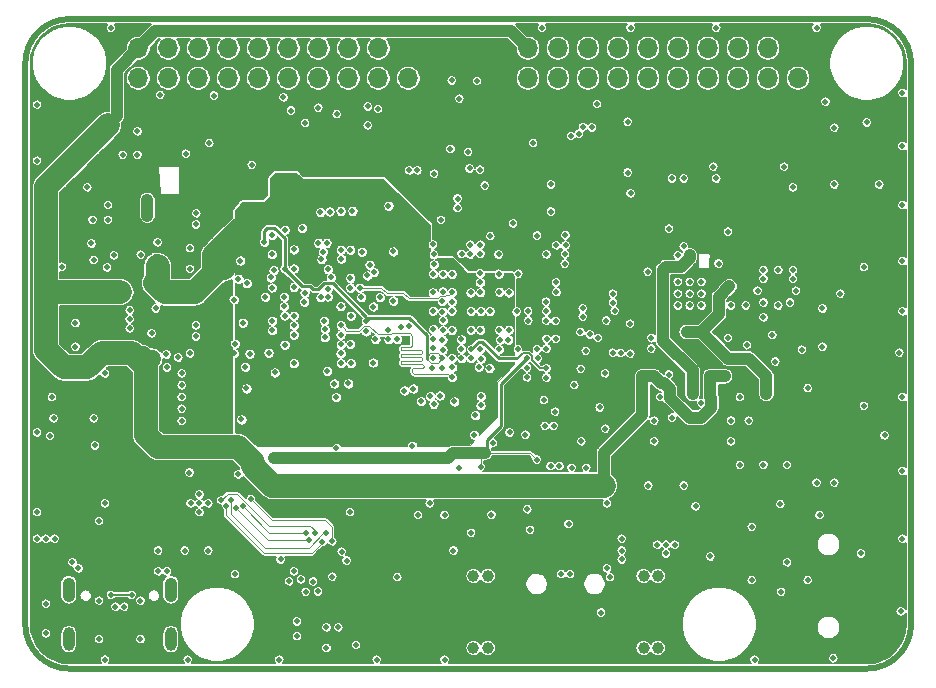
<source format=gbr>
%TF.GenerationSoftware,KiCad,Pcbnew,(5.1.10-1-10_14)*%
%TF.CreationDate,2021-07-27T15:44:47+02:00*%
%TF.ProjectId,EX-PCB-10108-001,45582d50-4342-42d3-9130-3130382d3030,A*%
%TF.SameCoordinates,Original*%
%TF.FileFunction,Copper,L3,Inr*%
%TF.FilePolarity,Positive*%
%FSLAX46Y46*%
G04 Gerber Fmt 4.6, Leading zero omitted, Abs format (unit mm)*
G04 Created by KiCad (PCBNEW (5.1.10-1-10_14)) date 2021-07-27 15:44:47*
%MOMM*%
%LPD*%
G01*
G04 APERTURE LIST*
%TA.AperFunction,Profile*%
%ADD10C,0.500000*%
%TD*%
%TA.AperFunction,ComponentPad*%
%ADD11O,1.000000X2.000000*%
%TD*%
%TA.AperFunction,ComponentPad*%
%ADD12O,1.050000X2.100000*%
%TD*%
%TA.AperFunction,ComponentPad*%
%ADD13C,0.500000*%
%TD*%
%TA.AperFunction,ComponentPad*%
%ADD14R,1.700000X1.700000*%
%TD*%
%TA.AperFunction,ComponentPad*%
%ADD15O,1.700000X1.700000*%
%TD*%
%TA.AperFunction,ComponentPad*%
%ADD16C,1.000000*%
%TD*%
%TA.AperFunction,ViaPad*%
%ADD17C,0.500000*%
%TD*%
%TA.AperFunction,Conductor*%
%ADD18C,1.000000*%
%TD*%
%TA.AperFunction,Conductor*%
%ADD19C,1.500000*%
%TD*%
%TA.AperFunction,Conductor*%
%ADD20C,2.000000*%
%TD*%
%TA.AperFunction,Conductor*%
%ADD21C,0.250000*%
%TD*%
%TA.AperFunction,Conductor*%
%ADD22C,0.125000*%
%TD*%
%TA.AperFunction,Conductor*%
%ADD23C,0.115000*%
%TD*%
%TA.AperFunction,Conductor*%
%ADD24C,0.200000*%
%TD*%
%TA.AperFunction,Conductor*%
%ADD25C,0.150000*%
%TD*%
%TA.AperFunction,Conductor*%
%ADD26C,0.100000*%
%TD*%
G04 APERTURE END LIST*
D10*
X117700000Y-81500000D02*
G75*
G02*
X121450000Y-85250000I0J-3750000D01*
G01*
X46450000Y-85250000D02*
G75*
G02*
X50200000Y-81500000I3750000J0D01*
G01*
X50200000Y-136500000D02*
G75*
G02*
X46450000Y-132750000I0J3750000D01*
G01*
X121450000Y-132750000D02*
G75*
G02*
X117700000Y-136500000I-3750000J0D01*
G01*
X46450000Y-85250000D02*
X46450000Y-132750000D01*
X117700000Y-136500000D02*
X50200000Y-136500000D01*
X117700000Y-81500000D02*
X50200000Y-81500000D01*
X121450000Y-85250000D02*
X121450000Y-132750000D01*
D11*
X50130000Y-134000000D03*
X58770000Y-134000000D03*
D12*
X50130000Y-129820000D03*
X58770000Y-129820000D03*
D13*
X101700000Y-105750000D03*
X101700000Y-104750000D03*
X101700000Y-103750000D03*
X102700000Y-105750000D03*
X102700000Y-104750000D03*
X102700000Y-103750000D03*
X103700000Y-105750000D03*
X103700000Y-104750000D03*
X103700000Y-103750000D03*
D14*
X111880000Y-83980000D03*
D15*
X111880000Y-86520000D03*
X109340000Y-83980000D03*
X109340000Y-86520000D03*
X106800000Y-83980000D03*
X106800000Y-86520000D03*
X104260000Y-83980000D03*
X104260000Y-86520000D03*
X101720000Y-83980000D03*
X101720000Y-86520000D03*
X99180000Y-83980000D03*
X99180000Y-86520000D03*
X96640000Y-83980000D03*
X96640000Y-86520000D03*
X94100000Y-83980000D03*
X94100000Y-86520000D03*
X91560000Y-83980000D03*
X91560000Y-86520000D03*
X89020000Y-83980000D03*
X89020000Y-86520000D03*
D14*
X78880000Y-83980000D03*
D15*
X78880000Y-86520000D03*
X76340000Y-83980000D03*
X76340000Y-86520000D03*
X73800000Y-83980000D03*
X73800000Y-86520000D03*
X71260000Y-83980000D03*
X71260000Y-86520000D03*
X68720000Y-83980000D03*
X68720000Y-86520000D03*
X66180000Y-83980000D03*
X66180000Y-86520000D03*
X63640000Y-83980000D03*
X63640000Y-86520000D03*
X61100000Y-83980000D03*
X61100000Y-86520000D03*
X58560000Y-83980000D03*
X58560000Y-86520000D03*
X56020000Y-83980000D03*
X56020000Y-86520000D03*
D16*
X98800000Y-128650000D03*
X100000000Y-128650000D03*
X100000000Y-134750000D03*
X98800000Y-134750000D03*
X84400000Y-134750000D03*
X85600000Y-134750000D03*
X84400000Y-128650000D03*
X85600000Y-128650000D03*
D17*
X84950000Y-109450000D03*
X86550000Y-109450000D03*
X87350000Y-108650000D03*
X86650000Y-108650000D03*
X84834988Y-110956490D03*
X85775000Y-106225000D03*
X84175000Y-107825000D03*
X84175000Y-106225000D03*
X83349998Y-109425000D03*
X80985632Y-109392490D03*
X81000000Y-107762467D03*
X82600000Y-111000000D03*
X67325000Y-101425000D03*
X67350000Y-107040012D03*
X67575000Y-111425000D03*
X67475002Y-102750000D03*
X67325000Y-99800000D03*
X68375000Y-105025000D03*
X68407510Y-109073618D03*
X67350000Y-107855024D03*
X71525000Y-101825000D03*
X69200000Y-107425000D03*
X69175000Y-110650000D03*
X64650000Y-101950000D03*
X80942495Y-104647889D03*
X74150000Y-97750000D03*
X74950000Y-101192490D03*
X75388154Y-103211846D03*
X75300000Y-107950000D03*
X73963466Y-109025000D03*
X72007510Y-111300000D03*
X73999118Y-106616832D03*
X73144696Y-105807655D03*
X90360541Y-113752839D03*
X84951243Y-103001243D03*
X84149996Y-104649996D03*
X84950002Y-103800000D03*
X80923436Y-111027100D03*
X79291743Y-112784562D03*
X65175000Y-112775000D03*
X67050000Y-109750000D03*
X84450000Y-116700000D03*
X90575000Y-111850000D03*
X80964484Y-100587490D03*
X88197515Y-103062509D03*
X86536439Y-103062510D03*
X89039948Y-107029994D03*
X59400000Y-110150000D03*
X60400000Y-102650000D03*
X89030551Y-106221806D03*
X72800000Y-117849990D03*
X93480658Y-111124538D03*
X92937457Y-112497399D03*
X95554994Y-116187510D03*
X95080000Y-114380000D03*
X79199673Y-117621969D03*
X91312510Y-114750000D03*
X65075000Y-110950012D03*
X64860000Y-107210000D03*
X65200000Y-103875000D03*
X90575000Y-101425000D03*
X84145442Y-100606948D03*
X91400978Y-103798391D03*
X93533311Y-117247490D03*
X88800000Y-116700000D03*
X87450000Y-116500000D03*
X65442630Y-109830918D03*
X75892150Y-110582150D03*
X53375000Y-102525000D03*
X53950000Y-101500000D03*
X57500021Y-106000012D03*
X90584263Y-108574989D03*
X112700000Y-112750000D03*
X86520052Y-101429995D03*
X96200000Y-104750000D03*
X96200000Y-105500000D03*
X99450000Y-108500000D03*
X117450000Y-114250000D03*
X120450000Y-109750000D03*
X107700000Y-115500000D03*
X106950000Y-113500000D03*
X103700000Y-114000000D03*
X101200000Y-115250000D03*
X100200000Y-113500000D03*
X100950000Y-111600000D03*
X61950000Y-126500000D03*
X59950000Y-126500000D03*
X52700000Y-134000000D03*
X56200000Y-134000000D03*
X48200000Y-133500000D03*
X60050000Y-92900000D03*
X55950000Y-93000000D03*
X54700000Y-93000000D03*
X53450000Y-97250000D03*
X53450000Y-98500000D03*
X47450000Y-125500000D03*
X48200000Y-125500000D03*
X48950000Y-125500000D03*
X48700000Y-113500000D03*
X50700000Y-109250000D03*
X50700000Y-107250000D03*
X59690000Y-115530000D03*
X59700000Y-114500000D03*
X59700000Y-113500000D03*
X59700000Y-112500000D03*
X59700000Y-111500000D03*
X58450000Y-111000000D03*
X49550010Y-102462363D03*
X96200000Y-109750000D03*
X71950000Y-134750000D03*
X69450000Y-133750000D03*
X74450000Y-134500000D03*
X92450000Y-124250000D03*
X92700000Y-119500000D03*
X93950000Y-119500000D03*
X82700000Y-126500000D03*
X84200000Y-125000000D03*
X102200000Y-121000000D03*
X99200000Y-121000000D03*
X107950000Y-129000000D03*
X81650000Y-98500000D03*
X64750000Y-115400000D03*
X52050000Y-100500000D03*
X52150000Y-98500000D03*
X52250000Y-101900000D03*
X48850000Y-115300000D03*
X48550000Y-116800000D03*
X52250000Y-115300000D03*
X52350000Y-117600000D03*
X75450000Y-88900000D03*
X85350000Y-95600000D03*
X95550000Y-111500000D03*
X68950000Y-89250000D03*
X105950000Y-108500000D03*
X70200000Y-130000000D03*
X69450000Y-132500000D03*
X62025000Y-92000000D03*
X57875000Y-87925000D03*
X56225000Y-101450000D03*
X89780000Y-99830000D03*
X73250000Y-126600000D03*
X68070000Y-127250000D03*
X68790000Y-129110000D03*
X120580000Y-131640000D03*
X114860000Y-135610000D03*
X120700000Y-106250000D03*
X120700000Y-113500000D03*
X120700000Y-119750000D03*
X120700000Y-125500000D03*
X108200000Y-135750000D03*
X81950000Y-135750000D03*
X76200000Y-135750000D03*
X67950000Y-135750000D03*
X60200000Y-135750000D03*
X53200000Y-135750000D03*
X47450000Y-123250000D03*
X47450000Y-116500000D03*
X47450000Y-93500000D03*
X47450000Y-88750000D03*
X53700000Y-82250000D03*
X90200000Y-82250000D03*
X89450000Y-92000000D03*
X90950000Y-95500000D03*
X73950000Y-123250000D03*
X79700000Y-123500000D03*
X77950000Y-128750000D03*
X64200000Y-128500000D03*
X95200000Y-131750000D03*
X104450000Y-127000000D03*
X103200000Y-122750000D03*
X106200000Y-117250000D03*
X99700000Y-117250000D03*
X64100000Y-105250000D03*
X60400000Y-109800000D03*
X57140000Y-108110000D03*
X92181999Y-99787490D03*
X95700000Y-128000000D03*
X96950000Y-126500000D03*
X96950000Y-125500000D03*
X96950000Y-127250000D03*
X95950000Y-128750000D03*
X87750000Y-98800000D03*
X90950000Y-97800000D03*
X60930000Y-97940000D03*
X60910000Y-98890000D03*
X64200000Y-108990000D03*
X60900000Y-107420000D03*
X60900000Y-108370000D03*
X52700000Y-124000000D03*
X113950000Y-109250000D03*
X113950000Y-106000000D03*
X119200000Y-116750000D03*
X95700000Y-122500000D03*
X81950000Y-123500000D03*
X80700000Y-122500000D03*
X110950000Y-119250000D03*
X113700000Y-123500000D03*
X110950000Y-127500000D03*
X112700000Y-129000000D03*
X109950000Y-110500000D03*
X112200000Y-109500000D03*
X109700000Y-108250000D03*
X110200000Y-105750000D03*
X108950000Y-105500000D03*
X111200000Y-105500000D03*
X111700000Y-104500000D03*
X55950000Y-91000000D03*
X51700000Y-95750000D03*
X113450000Y-120750000D03*
X83200000Y-88250000D03*
X85825000Y-99875000D03*
X110375000Y-122575000D03*
X88944989Y-111839545D03*
X54708540Y-104109173D03*
X54700000Y-105250000D03*
X55275000Y-104675000D03*
X105700000Y-111750000D03*
X104450000Y-111750000D03*
X99700000Y-111750000D03*
X98700000Y-111750000D03*
X48945000Y-110045000D03*
X48945000Y-106455000D03*
X48200000Y-106750000D03*
X47950000Y-107750000D03*
X47950000Y-108750000D03*
X48200000Y-109500000D03*
X47450000Y-109250000D03*
X47450000Y-108250000D03*
X47450000Y-107250000D03*
X56450000Y-110250000D03*
X57200000Y-110250000D03*
X56700000Y-111000000D03*
X95450000Y-121000000D03*
X65699990Y-118999990D03*
X95450000Y-120000000D03*
X95950000Y-120500000D03*
X94950000Y-120500000D03*
X95450000Y-119250000D03*
X95450000Y-118500000D03*
X86050000Y-117400000D03*
X57650000Y-100400000D03*
X58400000Y-109900000D03*
X67350000Y-106232510D03*
X67125000Y-102025000D03*
X67567490Y-109025000D03*
X73975000Y-111425000D03*
X67350000Y-100625000D03*
X67575000Y-110625000D03*
X87375000Y-105425000D03*
X75162181Y-100631247D03*
X68742490Y-112550000D03*
X64477521Y-99125000D03*
X83375000Y-104625000D03*
X83375000Y-106225000D03*
X83375000Y-107825000D03*
X73975000Y-109825000D03*
X69950000Y-106650000D03*
X68393161Y-104206839D03*
X73175000Y-103450008D03*
X73981440Y-107451061D03*
X74902057Y-102307510D03*
X73146362Y-106606044D03*
X71000000Y-103900000D03*
X85970001Y-105460000D03*
X87394140Y-106244140D03*
X56900000Y-104400000D03*
X56900000Y-103650000D03*
X57650000Y-103400000D03*
X57400000Y-101650000D03*
X57700000Y-93625000D03*
X89055010Y-104650000D03*
X84991068Y-102267079D03*
X89800000Y-107025000D03*
X82563901Y-103087522D03*
X88962490Y-102225000D03*
X57050000Y-95050000D03*
X57050000Y-95800000D03*
X57050000Y-94275000D03*
X81822394Y-100614389D03*
X88977101Y-109373438D03*
X88700000Y-94500000D03*
X87200000Y-94500000D03*
X86450000Y-93250000D03*
X117950000Y-109750000D03*
X115700000Y-115250000D03*
X104700000Y-115500000D03*
X109949994Y-118000000D03*
X109200000Y-118000000D03*
X108450000Y-118000000D03*
X103699994Y-117750000D03*
X102200000Y-117750000D03*
X102950000Y-117750000D03*
X97450000Y-114250000D03*
X78450000Y-131000000D03*
X76950000Y-129750000D03*
X105700000Y-121500000D03*
X81700000Y-84750000D03*
X86200000Y-84750000D03*
X81846408Y-94791082D03*
X64102510Y-109800000D03*
X84975000Y-107825000D03*
X87375000Y-107825000D03*
X86575000Y-107825000D03*
X85000000Y-106225000D03*
X84975000Y-104625000D03*
X88049990Y-106260057D03*
X88150000Y-109450000D03*
X89839950Y-110229992D03*
X86600000Y-104600000D03*
X87400000Y-104650000D03*
X66675000Y-100350000D03*
X68400000Y-102625000D03*
X81775000Y-110225000D03*
X75300000Y-107050000D03*
X81780000Y-109489961D03*
X70075000Y-105425000D03*
X70100000Y-104675000D03*
X66765728Y-105012811D03*
X67225000Y-103375000D03*
X68350004Y-105825000D03*
X71263617Y-100460044D03*
X67329800Y-104233033D03*
X69175007Y-104187779D03*
X72070394Y-104996702D03*
X80975000Y-108577479D03*
X81782510Y-104576801D03*
X71430092Y-97842490D03*
X64499994Y-103500000D03*
X85027479Y-113446250D03*
X69175000Y-108225000D03*
X68400000Y-106600000D03*
X85000008Y-114200000D03*
X69175000Y-106625000D03*
X84550000Y-115050000D03*
X84175000Y-110224998D03*
X71800000Y-107750000D03*
X82780741Y-113880741D03*
X71749994Y-107050000D03*
X83375000Y-110225000D03*
X71800006Y-108450000D03*
X82575000Y-111825000D03*
X73157855Y-107421056D03*
X78549998Y-112950000D03*
X82550014Y-110225000D03*
X83375000Y-108625004D03*
X72051422Y-104350010D03*
X82553407Y-107830176D03*
X71955654Y-100460045D03*
X69200002Y-102625000D03*
X81800000Y-107000000D03*
X74757692Y-104247843D03*
X82572369Y-104629075D03*
X81557005Y-113377003D03*
X73145314Y-108236067D03*
X81016261Y-114091261D03*
X73159989Y-109043151D03*
X81750000Y-111025000D03*
X73799992Y-112350000D03*
X81775000Y-108655023D03*
X71450381Y-105057737D03*
X81802576Y-107840012D03*
X71640949Y-101203887D03*
X69193161Y-101006839D03*
X81775000Y-106272522D03*
X68425000Y-99350000D03*
X77200002Y-97300000D03*
X82539117Y-106189117D03*
X82575000Y-105425000D03*
X72210613Y-97800000D03*
X80741993Y-113425000D03*
X73166576Y-110640113D03*
X73150000Y-109800000D03*
X79950000Y-113850000D03*
X73995017Y-110641784D03*
X80950000Y-110212089D03*
X80964085Y-106207456D03*
X69900000Y-99200000D03*
X81749936Y-105392444D03*
X73150000Y-97750000D03*
X73974999Y-104262214D03*
X76100000Y-108600000D03*
X75953074Y-102922997D03*
X77950003Y-108599997D03*
X73162247Y-101037013D03*
X78250170Y-107535014D03*
X72050000Y-102675000D03*
X75908195Y-105838089D03*
X72758081Y-113509979D03*
X72610160Y-112363696D03*
X74900002Y-105050000D03*
X77202448Y-108615011D03*
X73975000Y-103425000D03*
X77200000Y-107800000D03*
X73975000Y-101050000D03*
X78950000Y-107519729D03*
X76457510Y-105050000D03*
X73188619Y-101792490D03*
X72304846Y-103374990D03*
X75600000Y-102307510D03*
X77600000Y-105350000D03*
X77600000Y-101175000D03*
X85008768Y-110258768D03*
X85750000Y-111050000D03*
X83150000Y-119500000D03*
X60350000Y-119900000D03*
X64464924Y-120045084D03*
X67300000Y-118700000D03*
X88925000Y-110225002D03*
X85000000Y-119400000D03*
X89750000Y-118800000D03*
X84218902Y-109439227D03*
X90575000Y-111075010D03*
X60400000Y-100900000D03*
X61200000Y-122500000D03*
X57700000Y-128250000D03*
X50950000Y-128000000D03*
X50450000Y-127500000D03*
X58450000Y-128250000D03*
X61200000Y-121750000D03*
X61200000Y-123250000D03*
X61950000Y-122500000D03*
X60450000Y-122500000D03*
X53200000Y-111500000D03*
X53200000Y-122500000D03*
X100700000Y-126000000D03*
X99950000Y-126000000D03*
X101450000Y-126000000D03*
X100700000Y-126750000D03*
X72950000Y-133000000D03*
X71950000Y-133000000D03*
X84700000Y-86750000D03*
X82550000Y-86699996D03*
X84987086Y-101379535D03*
X81025000Y-102275000D03*
X79650000Y-94300000D03*
X54075000Y-131250000D03*
X55450000Y-130250000D03*
X53700000Y-130250000D03*
X54825000Y-131250000D03*
X56775000Y-96825000D03*
X56800000Y-98150000D03*
X56797353Y-97480375D03*
X55300010Y-106145709D03*
X55300010Y-106900000D03*
X55300010Y-107689050D03*
X89200000Y-124750000D03*
X88950000Y-123000000D03*
X85925000Y-123475000D03*
X102450000Y-108000000D03*
X103200000Y-108000000D03*
X106075022Y-104144006D03*
X109200000Y-112500000D03*
X109200000Y-111750000D03*
X109200000Y-113250000D03*
X71612282Y-125736280D03*
X63469029Y-122693891D03*
X102700000Y-101500000D03*
X102950000Y-112500000D03*
X102950000Y-111750000D03*
X102949986Y-113250000D03*
X88944989Y-111026219D03*
X117700000Y-90250000D03*
X118750000Y-95500000D03*
X110200000Y-102750000D03*
X111450000Y-103500000D03*
X108950000Y-103500000D03*
X108950000Y-102750000D03*
X111450000Y-102750000D03*
X97450000Y-94500000D03*
X97700000Y-96250000D03*
X102200000Y-95000000D03*
X104700000Y-94000000D03*
X110700000Y-94000000D03*
X100950000Y-99250000D03*
X102200000Y-100750000D03*
X114950000Y-95500000D03*
X114950000Y-90700000D03*
X120700000Y-87750000D03*
X120700000Y-92250000D03*
X120700000Y-97250000D03*
X120700000Y-102000000D03*
X97700000Y-82250000D03*
X104950000Y-82250000D03*
X113450000Y-82250000D03*
X97450000Y-90200000D03*
X99150000Y-102900000D03*
X105150000Y-102200000D03*
X105950000Y-99500000D03*
X111450000Y-95750000D03*
X117450000Y-102500000D03*
X114200000Y-88500000D03*
X101700000Y-101500000D03*
X101200000Y-95000000D03*
X57700000Y-126500000D03*
X107950000Y-124500000D03*
X48200000Y-131000000D03*
X110450000Y-130000000D03*
X117200000Y-126750000D03*
X104950000Y-95000000D03*
X80975000Y-103075000D03*
X81070052Y-94598104D03*
X91375000Y-108575000D03*
X94250000Y-108200000D03*
X94850000Y-88700000D03*
X76325000Y-89125000D03*
X93337490Y-91200000D03*
X72825000Y-89550000D03*
X92650000Y-91400000D03*
X95641674Y-107025052D03*
X96849954Y-109777035D03*
X97674966Y-109837490D03*
X93650000Y-106700000D03*
X106950000Y-119250000D03*
X90575000Y-106225000D03*
X108950000Y-119250000D03*
X99450000Y-109400000D03*
X91675000Y-119349990D03*
X90925000Y-119349990D03*
X90425000Y-115950000D03*
X91175000Y-115950000D03*
X93900000Y-109600000D03*
X106200000Y-105750000D03*
X107450000Y-105750000D03*
X93450000Y-108000000D03*
X114950000Y-120750000D03*
X92120050Y-102229996D03*
X52700000Y-130750000D03*
X56200000Y-130750000D03*
X70820099Y-129128386D03*
X71240000Y-129959998D03*
X72442185Y-128715876D03*
X73650000Y-127350000D03*
X69200000Y-128250000D03*
X69791639Y-128941636D03*
X84120050Y-101429994D03*
X82450000Y-92500000D03*
X71950000Y-125000000D03*
X63881539Y-122250000D03*
X84066369Y-94144506D03*
X72437294Y-125722191D03*
X83050000Y-97500000D03*
X65550000Y-122150000D03*
X84990002Y-100610000D03*
X84950000Y-94250000D03*
X83950000Y-92750000D03*
X63037490Y-122250000D03*
X70950000Y-125000000D03*
X64294049Y-122933753D03*
X70483312Y-125633310D03*
X83387501Y-101378686D03*
X70200000Y-125000000D03*
X64864566Y-122747944D03*
X83050000Y-96700000D03*
X90550000Y-105425000D03*
X96350006Y-106200000D03*
X91350000Y-107050000D03*
X97658311Y-107291689D03*
X90550000Y-107025000D03*
X93675000Y-90625000D03*
X71259996Y-89015004D03*
X93650000Y-106000000D03*
X94425000Y-90675000D03*
X62425000Y-87975000D03*
X68307490Y-88120811D03*
X81025000Y-101425000D03*
X78950000Y-94312510D03*
X70150000Y-90300000D03*
X75450000Y-90500000D03*
X81808767Y-103058767D03*
X65625000Y-93850000D03*
X91425000Y-104625000D03*
X90575000Y-109400000D03*
X108450000Y-104500000D03*
X89775000Y-109450000D03*
X108950000Y-106750000D03*
X94950000Y-108500000D03*
X107550000Y-109100000D03*
X91825000Y-128500000D03*
X92575000Y-128500000D03*
X106200000Y-115500000D03*
X92200000Y-100650000D03*
X99700000Y-115500000D03*
X91400000Y-100650000D03*
X92151248Y-101401248D03*
X115450000Y-104750000D03*
D18*
X105700000Y-111750000D02*
X104450000Y-111750000D01*
X100550001Y-112350001D02*
X100300001Y-112350001D01*
X101050001Y-112850001D02*
X100550001Y-112350001D01*
X101050001Y-113600001D02*
X101050001Y-112850001D01*
X104550001Y-114399999D02*
X103700000Y-115250000D01*
X104550001Y-113591999D02*
X104550001Y-114399999D01*
X104450000Y-111750000D02*
X104450000Y-113491998D01*
X104450000Y-113491998D02*
X104550001Y-113591999D01*
X100300001Y-112350001D02*
X99700000Y-111750000D01*
X102700000Y-115250000D02*
X101050001Y-113600001D01*
X103700000Y-115250000D02*
X102700000Y-115250000D01*
X99700000Y-111750000D02*
X98700000Y-111750000D01*
D19*
X56400011Y-109950011D02*
X56700000Y-110250000D01*
X56700000Y-110250000D02*
X57200000Y-110250000D01*
D20*
X48200000Y-106750000D02*
X48200000Y-109500000D01*
X55450000Y-109750000D02*
X56700000Y-111000000D01*
X52950000Y-109750000D02*
X55450000Y-109750000D01*
X51700000Y-111000000D02*
X52950000Y-109750000D01*
X49700000Y-111000000D02*
X51700000Y-111000000D01*
X48200000Y-109500000D02*
X49700000Y-111000000D01*
X48200000Y-95750000D02*
X53450000Y-90500000D01*
X48200000Y-105000000D02*
X48200000Y-95750000D01*
X48200000Y-106750000D02*
X48200000Y-105000000D01*
X56700000Y-111000000D02*
X56700000Y-116750000D01*
X56700000Y-116750000D02*
X57700000Y-117750000D01*
X57700000Y-117750000D02*
X64450000Y-117750000D01*
X65699990Y-118999990D02*
X65699990Y-118999990D01*
X64450000Y-117750000D02*
X65699990Y-118999990D01*
D18*
X95450000Y-118250000D02*
X95450000Y-121000000D01*
X98700000Y-115000000D02*
X95450000Y-118250000D01*
X98700000Y-111750000D02*
X98700000Y-115000000D01*
X54200000Y-85800000D02*
X54200000Y-89750000D01*
X54200000Y-89750000D02*
X53450000Y-90500000D01*
X56020000Y-83980000D02*
X54200000Y-85800000D01*
X87569999Y-82529999D02*
X89020000Y-83980000D01*
X57470001Y-82529999D02*
X87569999Y-82529999D01*
X56020000Y-83980000D02*
X57470001Y-82529999D01*
D20*
X65699990Y-118999990D02*
X65699990Y-119362745D01*
X65699990Y-119362745D02*
X67337245Y-121000000D01*
X67337245Y-121000000D02*
X95450000Y-121000000D01*
X48567252Y-104632748D02*
X48200000Y-105000000D01*
X54450000Y-104632748D02*
X48567252Y-104632748D01*
D21*
X67567490Y-109025000D02*
X67567490Y-110617490D01*
X67567490Y-110617490D02*
X67575000Y-110625000D01*
X66725000Y-106857510D02*
X66725000Y-108182510D01*
X66725000Y-108182510D02*
X67567490Y-109025000D01*
X67350000Y-106232510D02*
X66725000Y-106857510D01*
X66650000Y-104225000D02*
X67350000Y-104925000D01*
X67350000Y-104925000D02*
X67350000Y-106232510D01*
X66650000Y-101550000D02*
X66650000Y-104225000D01*
X66650000Y-101125000D02*
X66850000Y-101125000D01*
X66650000Y-101125000D02*
X66650000Y-101550000D01*
X66650000Y-101550000D02*
X67125000Y-102025000D01*
X66850000Y-101125000D02*
X67350000Y-100625000D01*
X73975000Y-111425000D02*
X72928010Y-111425000D01*
X68742490Y-111792490D02*
X68742490Y-112196447D01*
X67575000Y-110625000D02*
X68742490Y-111792490D01*
X72428005Y-111925005D02*
X69367485Y-111925005D01*
X69367485Y-111925005D02*
X68992489Y-112300001D01*
X72928010Y-111425000D02*
X72428005Y-111925005D01*
X68992489Y-112300001D02*
X68742490Y-112550000D01*
X68742490Y-112196447D02*
X68742490Y-112550000D01*
X74428001Y-97274999D02*
X66327522Y-97274999D01*
X75162181Y-98009179D02*
X74428001Y-97274999D01*
X66477521Y-101125000D02*
X64727520Y-99374999D01*
X66327522Y-97274999D02*
X64727520Y-98875001D01*
X64727520Y-98875001D02*
X64477521Y-99125000D01*
X75162181Y-100631247D02*
X75162181Y-98009179D01*
X66650000Y-101125000D02*
X66477521Y-101125000D01*
X83375000Y-104625000D02*
X83878768Y-104121232D01*
X83375000Y-106225000D02*
X83375000Y-104625000D01*
X83375000Y-107825000D02*
X83375000Y-106225000D01*
X87375000Y-105425000D02*
X86005001Y-105425000D01*
X85800000Y-104921429D02*
X85970001Y-105091430D01*
X85970001Y-105106447D02*
X85970001Y-105460000D01*
X85970001Y-105091430D02*
X85970001Y-105106447D01*
X86005001Y-105425000D02*
X85970001Y-105460000D01*
X75515734Y-100631247D02*
X75162181Y-100631247D01*
X78300000Y-101150000D02*
X77781247Y-100631247D01*
X77781247Y-100631247D02*
X75515734Y-100631247D01*
X78300000Y-102950000D02*
X78300000Y-101150000D01*
D20*
X57650000Y-103400000D02*
X57650000Y-102400000D01*
X57452551Y-103859449D02*
X58243102Y-104650000D01*
X58243102Y-104650000D02*
X60800000Y-104650000D01*
X60800000Y-104650000D02*
X62450000Y-103000000D01*
X62450000Y-103000000D02*
X62450000Y-101500000D01*
D21*
X64651261Y-99298739D02*
X64477521Y-99125000D01*
X64727520Y-99374999D02*
X64651261Y-99298739D01*
D20*
X62450000Y-103000000D02*
X63200000Y-102250000D01*
X63200000Y-101000000D02*
X63075000Y-100875000D01*
X63200000Y-102250000D02*
X63200000Y-101000000D01*
X63075000Y-100875000D02*
X64651261Y-99298739D01*
X62450000Y-101500000D02*
X63075000Y-100875000D01*
X63299999Y-102250000D02*
X63299999Y-102598001D01*
X63200000Y-102250000D02*
X63299999Y-102250000D01*
D22*
X89800000Y-107378553D02*
X89478553Y-107700000D01*
X89800000Y-107025000D02*
X89800000Y-107378553D01*
X89478553Y-107700000D02*
X88750000Y-107700000D01*
X88750000Y-107700000D02*
X88300000Y-107250000D01*
X88300000Y-107250000D02*
X88300000Y-106875000D01*
X88300000Y-106875000D02*
X88575000Y-106600000D01*
X88575000Y-105130010D02*
X89055010Y-104650000D01*
X88575000Y-106600000D02*
X88575000Y-105130010D01*
X84991068Y-102267079D02*
X88920411Y-102267079D01*
X88920411Y-102267079D02*
X88962490Y-102225000D01*
X88977101Y-109373438D02*
X88977101Y-107847899D01*
X88977101Y-107847899D02*
X89800000Y-107025000D01*
X64102510Y-109800000D02*
X63310000Y-109800000D01*
D21*
X85000000Y-107800000D02*
X84975000Y-107825000D01*
X84975000Y-106200000D02*
X85000000Y-106225000D01*
X68400000Y-102625000D02*
X68400000Y-100050000D01*
X68400000Y-100050000D02*
X67500000Y-99150000D01*
X67500000Y-99150000D02*
X66950000Y-99150000D01*
X66950000Y-99150000D02*
X66675000Y-99425000D01*
X66675000Y-99425000D02*
X66675000Y-100350000D01*
X75549999Y-106800001D02*
X75300000Y-107050000D01*
X80425000Y-108291727D02*
X78933274Y-106800001D01*
X78933274Y-106800001D02*
X75549999Y-106800001D01*
X80425000Y-110275000D02*
X80425000Y-108291727D01*
D23*
X80769599Y-110619599D02*
X80425000Y-110275000D01*
X81380401Y-110619599D02*
X80769599Y-110619599D01*
X81775000Y-110225000D02*
X81380401Y-110619599D01*
X80757294Y-109804588D02*
X80425000Y-110136882D01*
X81775000Y-110225000D02*
X81354588Y-109804588D01*
X80425000Y-110136882D02*
X80425000Y-110275000D01*
X81354588Y-109804588D02*
X80757294Y-109804588D01*
D21*
X70524999Y-104128001D02*
X70771999Y-104375001D01*
X70771999Y-104375001D02*
X71278001Y-104375001D01*
X71278001Y-104375001D02*
X71778002Y-103875000D01*
X71778002Y-103875000D02*
X72478553Y-103875000D01*
X75300000Y-106696447D02*
X75300000Y-107050000D01*
X72478553Y-103875000D02*
X75300000Y-106696447D01*
X69903001Y-104128001D02*
X70524999Y-104128001D01*
X68400000Y-102625000D02*
X69903001Y-104128001D01*
D23*
X73407854Y-107671055D02*
X73157855Y-107421056D01*
X74692499Y-107904399D02*
X73641198Y-107904399D01*
X75595601Y-107492499D02*
X75104399Y-107492499D01*
X76310603Y-108207501D02*
X75595601Y-107492499D01*
X77395601Y-108207501D02*
X76310603Y-108207501D01*
X77495601Y-108107501D02*
X77395601Y-108207501D01*
X79200000Y-109090000D02*
X79200000Y-108300000D01*
X79196240Y-109123378D02*
X79200000Y-109090000D01*
X79185146Y-109155082D02*
X79196240Y-109123378D01*
X79167275Y-109183523D02*
X79185146Y-109155082D01*
X79083379Y-109236239D02*
X79115083Y-109225145D01*
X79115083Y-109225145D02*
X79143524Y-109207274D01*
X78341988Y-109243760D02*
X78375366Y-109240000D01*
X78310284Y-109254854D02*
X78341988Y-109243760D01*
X78229127Y-109356621D02*
X78240221Y-109324917D01*
X78229127Y-109423378D02*
X78225366Y-109390000D01*
X78341988Y-109536239D02*
X78310284Y-109525145D01*
X78281843Y-109507274D02*
X78258092Y-109483523D01*
X78310284Y-109525145D02*
X78281843Y-109507274D01*
X78375366Y-109540000D02*
X78341988Y-109536239D01*
X80074634Y-109690000D02*
X80070873Y-109656621D01*
X78375366Y-109840000D02*
X79924634Y-109840000D01*
X80070873Y-109723378D02*
X80074634Y-109690000D01*
X80041908Y-109783523D02*
X80059779Y-109755082D01*
X80018157Y-109807274D02*
X80041908Y-109783523D01*
X79958012Y-109543760D02*
X79924634Y-109540000D01*
X80118157Y-111007274D02*
X80141908Y-110983523D01*
X79989716Y-109825145D02*
X80018157Y-109807274D01*
X80059779Y-110355082D02*
X80070873Y-110323378D01*
X78240221Y-109324917D02*
X78258092Y-109296476D01*
X78310284Y-109854854D02*
X78341988Y-109843760D01*
X79958012Y-109836239D02*
X79989716Y-109825145D01*
X80058012Y-110743760D02*
X80024634Y-110740000D01*
X78281843Y-109872725D02*
X78310284Y-109854854D01*
X79143524Y-109207274D02*
X79167275Y-109183523D01*
X78229127Y-109956621D02*
X78240221Y-109924917D01*
X78225366Y-109990000D02*
X78229127Y-109956621D01*
X78229127Y-110023378D02*
X78225366Y-109990000D01*
X78375366Y-110740000D02*
X78341988Y-110736239D01*
X78240221Y-110055082D02*
X78229127Y-110023378D01*
X78240221Y-109924917D02*
X78258092Y-109896476D01*
X80024634Y-111040000D02*
X80058012Y-111036239D01*
X80118157Y-110772725D02*
X80089716Y-110754854D01*
X78281843Y-110107274D02*
X78258092Y-110083523D01*
X78341988Y-110136239D02*
X78310284Y-110125145D01*
X78375366Y-110140000D02*
X78341988Y-110136239D01*
X79924634Y-110140000D02*
X78375366Y-110140000D01*
X79989716Y-110154854D02*
X79958012Y-110143760D01*
X79007501Y-108107501D02*
X77495601Y-108107501D01*
X80059779Y-110224917D02*
X80041908Y-110196476D01*
X80059779Y-109755082D02*
X80070873Y-109723378D01*
X80141908Y-110983523D02*
X80159779Y-110955082D01*
X80058012Y-111036239D02*
X80089716Y-111025145D01*
X80018157Y-110172725D02*
X79989716Y-110154854D01*
X80074634Y-110290000D02*
X80070873Y-110256621D01*
X79284917Y-111054854D02*
X79316621Y-111043760D01*
X79958012Y-110143760D02*
X79924634Y-110140000D01*
X79200000Y-111360000D02*
X79200000Y-111190000D01*
X73641198Y-107904399D02*
X73407854Y-107671055D01*
X80018157Y-110407274D02*
X80041908Y-110383523D01*
X78310284Y-110125145D02*
X78281843Y-110107274D01*
X80089716Y-111025145D02*
X80118157Y-111007274D01*
X79924634Y-110440000D02*
X79958012Y-110436239D01*
X78240221Y-109455082D02*
X78229127Y-109423378D01*
X78310284Y-110454854D02*
X78341988Y-110443760D01*
X79200000Y-108300000D02*
X79007501Y-108107501D01*
X80141908Y-110796476D02*
X80118157Y-110772725D01*
X82575000Y-111825000D02*
X82280000Y-111530000D01*
X78281843Y-110472725D02*
X78310284Y-110454854D01*
X80070873Y-110323378D02*
X80074634Y-110290000D01*
X78258092Y-110496476D02*
X78281843Y-110472725D01*
X80018157Y-109572725D02*
X79989716Y-109554854D01*
X79958012Y-110436239D02*
X79989716Y-110425145D01*
X78229127Y-110556621D02*
X78240221Y-110524917D01*
X78341988Y-109843760D02*
X78375366Y-109840000D01*
X78258092Y-109296476D02*
X78281843Y-109272725D01*
X78240221Y-110524917D02*
X78258092Y-110496476D01*
X78225366Y-110590000D02*
X78229127Y-110556621D01*
X78258092Y-109483523D02*
X78240221Y-109455082D01*
X78258092Y-110083523D02*
X78240221Y-110055082D01*
X78240221Y-110655082D02*
X78229127Y-110623378D01*
X78281843Y-109272725D02*
X78310284Y-109254854D01*
X78258092Y-110683523D02*
X78240221Y-110655082D01*
X78375366Y-109240000D02*
X79050000Y-109240000D01*
X80059779Y-109624917D02*
X80041908Y-109596476D01*
X78229127Y-110623378D02*
X78225366Y-110590000D01*
X75104399Y-107492499D02*
X74692499Y-107904399D01*
X80070873Y-110256621D02*
X80059779Y-110224917D01*
X78281843Y-110707274D02*
X78258092Y-110683523D01*
X78341988Y-110736239D02*
X78310284Y-110725145D01*
X80024634Y-110740000D02*
X78375366Y-110740000D01*
X79214854Y-111124917D02*
X79232725Y-111096476D01*
X80070873Y-109656621D02*
X80059779Y-109624917D01*
X80089716Y-110754854D02*
X80058012Y-110743760D01*
X80041908Y-110383523D02*
X80059779Y-110355082D01*
X79924634Y-109540000D02*
X78375366Y-109540000D01*
X80159779Y-110824917D02*
X80141908Y-110796476D01*
X78258092Y-109896476D02*
X78281843Y-109872725D01*
X79256476Y-111072725D02*
X79284917Y-111054854D01*
X80159779Y-110955082D02*
X80170873Y-110923378D01*
X80170873Y-110856621D02*
X80159779Y-110824917D01*
X79232725Y-111096476D02*
X79256476Y-111072725D01*
X80174634Y-110890000D02*
X80170873Y-110856621D01*
X79989716Y-110425145D02*
X80018157Y-110407274D01*
X79989716Y-109554854D02*
X79958012Y-109543760D01*
X80041908Y-109596476D02*
X80018157Y-109572725D01*
X79316621Y-111043760D02*
X79350000Y-111040000D01*
X80170873Y-110923378D02*
X80174634Y-110890000D01*
X78375366Y-110440000D02*
X79924634Y-110440000D01*
X82280000Y-111530000D02*
X79370000Y-111530000D01*
X79924634Y-109840000D02*
X79958012Y-109836239D01*
X79350000Y-111040000D02*
X80024634Y-111040000D01*
X78341988Y-110443760D02*
X78375366Y-110440000D01*
X79050000Y-109240000D02*
X79083379Y-109236239D01*
X80041908Y-110196476D02*
X80018157Y-110172725D01*
X79203760Y-111156621D02*
X79214854Y-111124917D01*
X79200000Y-111190000D02*
X79203760Y-111156621D01*
X79370000Y-111530000D02*
X79200000Y-111360000D01*
X78225366Y-109390000D02*
X78229127Y-109356621D01*
X78310284Y-110725145D02*
X78281843Y-110707274D01*
X82322370Y-104879074D02*
X82572369Y-104629075D01*
X82083339Y-104879074D02*
X82322370Y-104879074D01*
X81400001Y-105150000D02*
X81565699Y-104984302D01*
X77053102Y-104700000D02*
X78450000Y-104700000D01*
X78900000Y-105150000D02*
X81400001Y-105150000D01*
X78450000Y-104700000D02*
X78900000Y-105150000D01*
X81978111Y-104984302D02*
X82083339Y-104879074D01*
X81565699Y-104984302D02*
X81978111Y-104984302D01*
X76600945Y-104247843D02*
X77053102Y-104700000D01*
X74757692Y-104247843D02*
X76600945Y-104247843D01*
D22*
X85000000Y-118574999D02*
X85350000Y-118224999D01*
X85000000Y-119400000D02*
X85000000Y-118574999D01*
X89174999Y-118224999D02*
X89750000Y-118800000D01*
X85350000Y-118224999D02*
X89174999Y-118224999D01*
D18*
X82224999Y-118700000D02*
X67550000Y-118700000D01*
X82700000Y-118224999D02*
X82224999Y-118700000D01*
X85350000Y-118224999D02*
X82700000Y-118224999D01*
D21*
X86750000Y-112400002D02*
X88675001Y-110475001D01*
X86750000Y-115948526D02*
X86750000Y-112400002D01*
X85574999Y-117123527D02*
X86750000Y-115948526D01*
X88675001Y-110475001D02*
X88925000Y-110225002D01*
X85574999Y-118149999D02*
X85574999Y-117123527D01*
X84833129Y-108825000D02*
X85125000Y-108825000D01*
X84218902Y-109439227D02*
X84833129Y-108825000D01*
X86525000Y-110225000D02*
X88125000Y-110225000D01*
X85125000Y-108825000D02*
X86525000Y-110225000D01*
D24*
X88575000Y-109800000D02*
X88775000Y-109800000D01*
X88150000Y-110225000D02*
X88575000Y-109800000D01*
X88125000Y-110225000D02*
X88150000Y-110225000D01*
D25*
X88775000Y-109800000D02*
X89129000Y-109800000D01*
X89129000Y-109800000D02*
X89350001Y-110021001D01*
X90025010Y-111075010D02*
X90575000Y-111075010D01*
X89350001Y-110400001D02*
X90025010Y-111075010D01*
X89350001Y-110021001D02*
X89350001Y-110400001D01*
D24*
X55450000Y-130250000D02*
X53700000Y-130250000D01*
D18*
X56800000Y-96850000D02*
X56775000Y-96825000D01*
X56800000Y-98150000D02*
X56800000Y-96850000D01*
X102450000Y-108000000D02*
X103200000Y-108000000D01*
X103200000Y-108000000D02*
X103700000Y-108000000D01*
X103700000Y-108000000D02*
X105200000Y-106500000D01*
X105200000Y-105019028D02*
X106075022Y-104144006D01*
X105200000Y-106500000D02*
X105200000Y-105019028D01*
X109200000Y-113250000D02*
X109200000Y-111750000D01*
X109200000Y-111750000D02*
X107700000Y-110250000D01*
X105950000Y-110250000D02*
X103700000Y-108000000D01*
X107700000Y-110250000D02*
X105950000Y-110250000D01*
D22*
X63469029Y-123519029D02*
X63469029Y-122693891D01*
X71612282Y-125837718D02*
X70700000Y-126750000D01*
X66700000Y-126750000D02*
X63469029Y-123519029D01*
X70700000Y-126750000D02*
X66700000Y-126750000D01*
X71612282Y-125736280D02*
X71612282Y-125837718D01*
D18*
X102949986Y-113250000D02*
X102949986Y-111249986D01*
X102949986Y-111249986D02*
X100450000Y-108750000D01*
X100450000Y-108750000D02*
X100450000Y-102750000D01*
X100450000Y-102750000D02*
X100700000Y-102500000D01*
X100700000Y-102500000D02*
X101950000Y-102500000D01*
X102700000Y-101750000D02*
X102700000Y-101500000D01*
X101950000Y-102500000D02*
X102700000Y-101750000D01*
D22*
X66750000Y-126250000D02*
X63881539Y-123381539D01*
X70450000Y-126250000D02*
X66750000Y-126250000D01*
X63881539Y-123131745D02*
X63881539Y-122250000D01*
X63881539Y-123381539D02*
X63881539Y-123131745D01*
X71700000Y-125000000D02*
X70450000Y-126250000D01*
X71950000Y-125000000D02*
X71700000Y-125000000D01*
X67300000Y-123900000D02*
X65550000Y-122150000D01*
X71850000Y-123900000D02*
X67300000Y-123900000D01*
X72437294Y-124487294D02*
X71850000Y-123900000D01*
X72437294Y-125722191D02*
X72437294Y-124487294D01*
X70950000Y-124750000D02*
X70950000Y-125000000D01*
X70600000Y-124400000D02*
X70950000Y-124750000D01*
X67100000Y-124400000D02*
X70600000Y-124400000D01*
X63587490Y-121700000D02*
X64400000Y-121700000D01*
X64400000Y-121700000D02*
X67100000Y-124400000D01*
X63037490Y-122250000D02*
X63587490Y-121700000D01*
X66993606Y-125633310D02*
X70483312Y-125633310D01*
X64294049Y-122933753D02*
X66993606Y-125633310D01*
X67116622Y-125000000D02*
X64864566Y-122747944D01*
X70200000Y-125000000D02*
X67116622Y-125000000D01*
X69855806Y-94994194D02*
X69865277Y-95001967D01*
X69876082Y-95007742D01*
X69887807Y-95011299D01*
X69900000Y-95012500D01*
X76774112Y-95012500D01*
X80737500Y-98975888D01*
X80737500Y-100218992D01*
X80688781Y-100251545D01*
X80628539Y-100311787D01*
X80581207Y-100382624D01*
X80548604Y-100461334D01*
X80531984Y-100544892D01*
X80531984Y-100630088D01*
X80548604Y-100713646D01*
X80581207Y-100792356D01*
X80628539Y-100863193D01*
X80688781Y-100923435D01*
X80737500Y-100955988D01*
X80737500Y-101100852D01*
X80689055Y-101149297D01*
X80641723Y-101220134D01*
X80609120Y-101298844D01*
X80592500Y-101382402D01*
X80592500Y-101467598D01*
X80609120Y-101551156D01*
X80641723Y-101629866D01*
X80689055Y-101700703D01*
X80749297Y-101760945D01*
X80820134Y-101808277D01*
X80898844Y-101840880D01*
X80944695Y-101850000D01*
X80898844Y-101859120D01*
X80820134Y-101891723D01*
X80749297Y-101939055D01*
X80689055Y-101999297D01*
X80641723Y-102070134D01*
X80609120Y-102148844D01*
X80592500Y-102232402D01*
X80592500Y-102317598D01*
X80609120Y-102401156D01*
X80641723Y-102479866D01*
X80689055Y-102550703D01*
X80749297Y-102610945D01*
X80820134Y-102658277D01*
X80835507Y-102664645D01*
X80770134Y-102691723D01*
X80699297Y-102739055D01*
X80639055Y-102799297D01*
X80591723Y-102870134D01*
X80559120Y-102948844D01*
X80542500Y-103032402D01*
X80542500Y-103117598D01*
X80559120Y-103201156D01*
X80591723Y-103279866D01*
X80639055Y-103350703D01*
X80699297Y-103410945D01*
X80770134Y-103458277D01*
X80848844Y-103490880D01*
X80932402Y-103507500D01*
X81017598Y-103507500D01*
X81101156Y-103490880D01*
X81179866Y-103458277D01*
X81250703Y-103410945D01*
X81310945Y-103350703D01*
X81358277Y-103279866D01*
X81390880Y-103201156D01*
X81393712Y-103186916D01*
X81425490Y-103263633D01*
X81472822Y-103334470D01*
X81533064Y-103394712D01*
X81603901Y-103442044D01*
X81682611Y-103474647D01*
X81766169Y-103491267D01*
X81851365Y-103491267D01*
X81934923Y-103474647D01*
X82013633Y-103442044D01*
X82084470Y-103394712D01*
X82144712Y-103334470D01*
X82177642Y-103285188D01*
X82180624Y-103292388D01*
X82227956Y-103363225D01*
X82288198Y-103423467D01*
X82359035Y-103470799D01*
X82437745Y-103503402D01*
X82521303Y-103520022D01*
X82606499Y-103520022D01*
X82690057Y-103503402D01*
X82768767Y-103470799D01*
X82839604Y-103423467D01*
X82899846Y-103363225D01*
X82947178Y-103292388D01*
X82979781Y-103213678D01*
X82996401Y-103130120D01*
X82996401Y-103044924D01*
X82979781Y-102961366D01*
X82947178Y-102882656D01*
X82899846Y-102811819D01*
X82839604Y-102751577D01*
X82768767Y-102704245D01*
X82690057Y-102671642D01*
X82606499Y-102655022D01*
X82521303Y-102655022D01*
X82437745Y-102671642D01*
X82359035Y-102704245D01*
X82288198Y-102751577D01*
X82227956Y-102811819D01*
X82195026Y-102861101D01*
X82192044Y-102853901D01*
X82144712Y-102783064D01*
X82084470Y-102722822D01*
X82013633Y-102675490D01*
X81934923Y-102642887D01*
X81851365Y-102626267D01*
X81766169Y-102626267D01*
X81682611Y-102642887D01*
X81603901Y-102675490D01*
X81533064Y-102722822D01*
X81472822Y-102783064D01*
X81425490Y-102853901D01*
X81392887Y-102932611D01*
X81390055Y-102946851D01*
X81358277Y-102870134D01*
X81310945Y-102799297D01*
X81250703Y-102739055D01*
X81179866Y-102691723D01*
X81164493Y-102685355D01*
X81229866Y-102658277D01*
X81300703Y-102610945D01*
X81360945Y-102550703D01*
X81408277Y-102479866D01*
X81440880Y-102401156D01*
X81457500Y-102317598D01*
X81457500Y-102232402D01*
X81440880Y-102148844D01*
X81408277Y-102070134D01*
X81360945Y-101999297D01*
X81300703Y-101939055D01*
X81229866Y-101891723D01*
X81151156Y-101859120D01*
X81105305Y-101850000D01*
X81151156Y-101840880D01*
X81229866Y-101808277D01*
X81298376Y-101762500D01*
X82624112Y-101762500D01*
X83855806Y-102994194D01*
X83865277Y-103001967D01*
X83876082Y-103007742D01*
X83887807Y-103011299D01*
X83900000Y-103012500D01*
X84518743Y-103012500D01*
X84518743Y-103043841D01*
X84535363Y-103127399D01*
X84567966Y-103206109D01*
X84615298Y-103276946D01*
X84675540Y-103337188D01*
X84746377Y-103384520D01*
X84784629Y-103400364D01*
X84745136Y-103416723D01*
X84674299Y-103464055D01*
X84614057Y-103524297D01*
X84566725Y-103595134D01*
X84534122Y-103673844D01*
X84517502Y-103757402D01*
X84517502Y-103842598D01*
X84534122Y-103926156D01*
X84566725Y-104004866D01*
X84614057Y-104075703D01*
X84674299Y-104135945D01*
X84745136Y-104183277D01*
X84823846Y-104215880D01*
X84829709Y-104217046D01*
X84770134Y-104241723D01*
X84699297Y-104289055D01*
X84639055Y-104349297D01*
X84591723Y-104420134D01*
X84559120Y-104498844D01*
X84557953Y-104504712D01*
X84533273Y-104445130D01*
X84485941Y-104374293D01*
X84425699Y-104314051D01*
X84354862Y-104266719D01*
X84276152Y-104234116D01*
X84192594Y-104217496D01*
X84107398Y-104217496D01*
X84023840Y-104234116D01*
X83945130Y-104266719D01*
X83874293Y-104314051D01*
X83814051Y-104374293D01*
X83766719Y-104445130D01*
X83734116Y-104523840D01*
X83717496Y-104607398D01*
X83717496Y-104692594D01*
X83734116Y-104776152D01*
X83766719Y-104854862D01*
X83814051Y-104925699D01*
X83874293Y-104985941D01*
X83945130Y-105033273D01*
X84023840Y-105065876D01*
X84107398Y-105082496D01*
X84192594Y-105082496D01*
X84276152Y-105065876D01*
X84354862Y-105033273D01*
X84425699Y-104985941D01*
X84485941Y-104925699D01*
X84533273Y-104854862D01*
X84565876Y-104776152D01*
X84567043Y-104770284D01*
X84591723Y-104829866D01*
X84639055Y-104900703D01*
X84699297Y-104960945D01*
X84770134Y-105008277D01*
X84848844Y-105040880D01*
X84932402Y-105057500D01*
X85017598Y-105057500D01*
X85101156Y-105040880D01*
X85179866Y-105008277D01*
X85250703Y-104960945D01*
X85310945Y-104900703D01*
X85358277Y-104829866D01*
X85390880Y-104751156D01*
X85407500Y-104667598D01*
X85407500Y-104582402D01*
X85402528Y-104557402D01*
X86167500Y-104557402D01*
X86167500Y-104642598D01*
X86184120Y-104726156D01*
X86216723Y-104804866D01*
X86264055Y-104875703D01*
X86324297Y-104935945D01*
X86395134Y-104983277D01*
X86473844Y-105015880D01*
X86557402Y-105032500D01*
X86642598Y-105032500D01*
X86726156Y-105015880D01*
X86804866Y-104983277D01*
X86875703Y-104935945D01*
X86935945Y-104875703D01*
X86983277Y-104804866D01*
X86989645Y-104789493D01*
X87016723Y-104854866D01*
X87064055Y-104925703D01*
X87124297Y-104985945D01*
X87195134Y-105033277D01*
X87273844Y-105065880D01*
X87357402Y-105082500D01*
X87442598Y-105082500D01*
X87526156Y-105065880D01*
X87604866Y-105033277D01*
X87675703Y-104985945D01*
X87735945Y-104925703D01*
X87783277Y-104854866D01*
X87815880Y-104776156D01*
X87832500Y-104692598D01*
X87832500Y-104607402D01*
X87815880Y-104523844D01*
X87783277Y-104445134D01*
X87735945Y-104374297D01*
X87675703Y-104314055D01*
X87604866Y-104266723D01*
X87526156Y-104234120D01*
X87442598Y-104217500D01*
X87357402Y-104217500D01*
X87273844Y-104234120D01*
X87195134Y-104266723D01*
X87124297Y-104314055D01*
X87064055Y-104374297D01*
X87016723Y-104445134D01*
X87010355Y-104460507D01*
X86983277Y-104395134D01*
X86935945Y-104324297D01*
X86875703Y-104264055D01*
X86804866Y-104216723D01*
X86726156Y-104184120D01*
X86642598Y-104167500D01*
X86557402Y-104167500D01*
X86473844Y-104184120D01*
X86395134Y-104216723D01*
X86324297Y-104264055D01*
X86264055Y-104324297D01*
X86216723Y-104395134D01*
X86184120Y-104473844D01*
X86167500Y-104557402D01*
X85402528Y-104557402D01*
X85390880Y-104498844D01*
X85358277Y-104420134D01*
X85310945Y-104349297D01*
X85250703Y-104289055D01*
X85179866Y-104241723D01*
X85101156Y-104209120D01*
X85095293Y-104207954D01*
X85154868Y-104183277D01*
X85225705Y-104135945D01*
X85285947Y-104075703D01*
X85333279Y-104004866D01*
X85365882Y-103926156D01*
X85382502Y-103842598D01*
X85382502Y-103757402D01*
X85365882Y-103673844D01*
X85333279Y-103595134D01*
X85285947Y-103524297D01*
X85225705Y-103464055D01*
X85154868Y-103416723D01*
X85116616Y-103400879D01*
X85156109Y-103384520D01*
X85226946Y-103337188D01*
X85287188Y-103276946D01*
X85334520Y-103206109D01*
X85367123Y-103127399D01*
X85383743Y-103043841D01*
X85383743Y-103012500D01*
X86105413Y-103012500D01*
X86103939Y-103019912D01*
X86103939Y-103105108D01*
X86120559Y-103188666D01*
X86153162Y-103267376D01*
X86200494Y-103338213D01*
X86260736Y-103398455D01*
X86331573Y-103445787D01*
X86410283Y-103478390D01*
X86493841Y-103495010D01*
X86579037Y-103495010D01*
X86662595Y-103478390D01*
X86741305Y-103445787D01*
X86812142Y-103398455D01*
X86872384Y-103338213D01*
X86919716Y-103267376D01*
X86952319Y-103188666D01*
X86968939Y-103105108D01*
X86968939Y-103019912D01*
X86967465Y-103012500D01*
X87624112Y-103012500D01*
X87777006Y-103165394D01*
X87781635Y-103188665D01*
X87814238Y-103267375D01*
X87837500Y-103302189D01*
X87837500Y-105881874D01*
X87774287Y-105924112D01*
X87714045Y-105984354D01*
X87666713Y-106055191D01*
X87634110Y-106133901D01*
X87617490Y-106217459D01*
X87617490Y-106302655D01*
X87634110Y-106386213D01*
X87666713Y-106464923D01*
X87714045Y-106535760D01*
X87774287Y-106596002D01*
X87837500Y-106638240D01*
X87837500Y-109150852D01*
X87814055Y-109174297D01*
X87766723Y-109245134D01*
X87734120Y-109323844D01*
X87717500Y-109407402D01*
X87717500Y-109492598D01*
X87734120Y-109576156D01*
X87766723Y-109654866D01*
X87814055Y-109725703D01*
X87837500Y-109749148D01*
X87837500Y-109917500D01*
X86652371Y-109917500D01*
X86613261Y-109878390D01*
X86676156Y-109865880D01*
X86754866Y-109833277D01*
X86825703Y-109785945D01*
X86885945Y-109725703D01*
X86933277Y-109654866D01*
X86965880Y-109576156D01*
X86982500Y-109492598D01*
X86982500Y-109407402D01*
X86965880Y-109323844D01*
X86933277Y-109245134D01*
X86885945Y-109174297D01*
X86825703Y-109114055D01*
X86758778Y-109069337D01*
X86776156Y-109065880D01*
X86854866Y-109033277D01*
X86925703Y-108985945D01*
X86985945Y-108925703D01*
X87000000Y-108904668D01*
X87014055Y-108925703D01*
X87074297Y-108985945D01*
X87145134Y-109033277D01*
X87223844Y-109065880D01*
X87307402Y-109082500D01*
X87392598Y-109082500D01*
X87476156Y-109065880D01*
X87554866Y-109033277D01*
X87625703Y-108985945D01*
X87685945Y-108925703D01*
X87733277Y-108854866D01*
X87765880Y-108776156D01*
X87782500Y-108692598D01*
X87782500Y-108607402D01*
X87765880Y-108523844D01*
X87733277Y-108445134D01*
X87685945Y-108374297D01*
X87625703Y-108314055D01*
X87554866Y-108266723D01*
X87495292Y-108242046D01*
X87501156Y-108240880D01*
X87579866Y-108208277D01*
X87650703Y-108160945D01*
X87710945Y-108100703D01*
X87758277Y-108029866D01*
X87790880Y-107951156D01*
X87807500Y-107867598D01*
X87807500Y-107782402D01*
X87790880Y-107698844D01*
X87758277Y-107620134D01*
X87710945Y-107549297D01*
X87650703Y-107489055D01*
X87579866Y-107441723D01*
X87501156Y-107409120D01*
X87417598Y-107392500D01*
X87332402Y-107392500D01*
X87248844Y-107409120D01*
X87170134Y-107441723D01*
X87099297Y-107489055D01*
X87039055Y-107549297D01*
X86991723Y-107620134D01*
X86975000Y-107660507D01*
X86958277Y-107620134D01*
X86910945Y-107549297D01*
X86850703Y-107489055D01*
X86779866Y-107441723D01*
X86701156Y-107409120D01*
X86617598Y-107392500D01*
X86532402Y-107392500D01*
X86448844Y-107409120D01*
X86370134Y-107441723D01*
X86299297Y-107489055D01*
X86239055Y-107549297D01*
X86191723Y-107620134D01*
X86159120Y-107698844D01*
X86142500Y-107782402D01*
X86142500Y-107867598D01*
X86159120Y-107951156D01*
X86191723Y-108029866D01*
X86239055Y-108100703D01*
X86299297Y-108160945D01*
X86370134Y-108208277D01*
X86448844Y-108240880D01*
X86488488Y-108248765D01*
X86445134Y-108266723D01*
X86374297Y-108314055D01*
X86314055Y-108374297D01*
X86266723Y-108445134D01*
X86234120Y-108523844D01*
X86217500Y-108607402D01*
X86217500Y-108692598D01*
X86234120Y-108776156D01*
X86266723Y-108854866D01*
X86314055Y-108925703D01*
X86374297Y-108985945D01*
X86441222Y-109030663D01*
X86423844Y-109034120D01*
X86345134Y-109066723D01*
X86274297Y-109114055D01*
X86214055Y-109174297D01*
X86166723Y-109245134D01*
X86134120Y-109323844D01*
X86121610Y-109386739D01*
X85353115Y-108618245D01*
X85343487Y-108606513D01*
X85296664Y-108568087D01*
X85243244Y-108539533D01*
X85185280Y-108521950D01*
X85140098Y-108517500D01*
X85140095Y-108517500D01*
X85125000Y-108516013D01*
X85109905Y-108517500D01*
X84848224Y-108517500D01*
X84833128Y-108516013D01*
X84818033Y-108517500D01*
X84818031Y-108517500D01*
X84772849Y-108521950D01*
X84714885Y-108539533D01*
X84661465Y-108568087D01*
X84614642Y-108606513D01*
X84605018Y-108618240D01*
X84216532Y-109006727D01*
X84176304Y-109006727D01*
X84092746Y-109023347D01*
X84014036Y-109055950D01*
X83943199Y-109103282D01*
X83882957Y-109163524D01*
X83835625Y-109234361D01*
X83803022Y-109313071D01*
X83786402Y-109396629D01*
X83786402Y-109481825D01*
X83803022Y-109565383D01*
X83835625Y-109644093D01*
X83882957Y-109714930D01*
X83943199Y-109775172D01*
X84014036Y-109822504D01*
X84015282Y-109823020D01*
X83970134Y-109841721D01*
X83899297Y-109889053D01*
X83839055Y-109949295D01*
X83791723Y-110020132D01*
X83775000Y-110060506D01*
X83758277Y-110020134D01*
X83710945Y-109949297D01*
X83650703Y-109889055D01*
X83579866Y-109841723D01*
X83526992Y-109819822D01*
X83554864Y-109808277D01*
X83625701Y-109760945D01*
X83685943Y-109700703D01*
X83733275Y-109629866D01*
X83765878Y-109551156D01*
X83782498Y-109467598D01*
X83782498Y-109382402D01*
X83765878Y-109298844D01*
X83733275Y-109220134D01*
X83685943Y-109149297D01*
X83625701Y-109089055D01*
X83554864Y-109041723D01*
X83526997Y-109030180D01*
X83579866Y-109008281D01*
X83650703Y-108960949D01*
X83710945Y-108900707D01*
X83758277Y-108829870D01*
X83790880Y-108751160D01*
X83807500Y-108667602D01*
X83807500Y-108582406D01*
X83790880Y-108498848D01*
X83758277Y-108420138D01*
X83710945Y-108349301D01*
X83650703Y-108289059D01*
X83579866Y-108241727D01*
X83501156Y-108209124D01*
X83417598Y-108192504D01*
X83332402Y-108192504D01*
X83248844Y-108209124D01*
X83170134Y-108241727D01*
X83099297Y-108289059D01*
X83039055Y-108349301D01*
X82991723Y-108420138D01*
X82959120Y-108498848D01*
X82942500Y-108582406D01*
X82942500Y-108667602D01*
X82959120Y-108751160D01*
X82991723Y-108829870D01*
X83039055Y-108900707D01*
X83099297Y-108960949D01*
X83170134Y-109008281D01*
X83198001Y-109019824D01*
X83145132Y-109041723D01*
X83074295Y-109089055D01*
X83014053Y-109149297D01*
X82966721Y-109220134D01*
X82934118Y-109298844D01*
X82917498Y-109382402D01*
X82917498Y-109467598D01*
X82934118Y-109551156D01*
X82966721Y-109629866D01*
X83014053Y-109700703D01*
X83074295Y-109760945D01*
X83145132Y-109808277D01*
X83198006Y-109830178D01*
X83170134Y-109841723D01*
X83099297Y-109889055D01*
X83039055Y-109949297D01*
X82991723Y-110020134D01*
X82962507Y-110090667D01*
X82933291Y-110020134D01*
X82885959Y-109949297D01*
X82825717Y-109889055D01*
X82754880Y-109841723D01*
X82676170Y-109809120D01*
X82592612Y-109792500D01*
X82507416Y-109792500D01*
X82423858Y-109809120D01*
X82345148Y-109841723D01*
X82274311Y-109889055D01*
X82214069Y-109949297D01*
X82166737Y-110020134D01*
X82162507Y-110030346D01*
X82158277Y-110020134D01*
X82110945Y-109949297D01*
X82050703Y-109889055D01*
X82005949Y-109859151D01*
X82055703Y-109825906D01*
X82115945Y-109765664D01*
X82163277Y-109694827D01*
X82195880Y-109616117D01*
X82212500Y-109532559D01*
X82212500Y-109447363D01*
X82195880Y-109363805D01*
X82163277Y-109285095D01*
X82115945Y-109214258D01*
X82055703Y-109154016D01*
X81984866Y-109106684D01*
X81906156Y-109074081D01*
X81895667Y-109071995D01*
X81901156Y-109070903D01*
X81979866Y-109038300D01*
X82050703Y-108990968D01*
X82110945Y-108930726D01*
X82158277Y-108859889D01*
X82190880Y-108781179D01*
X82207500Y-108697621D01*
X82207500Y-108612425D01*
X82190880Y-108528867D01*
X82158277Y-108450157D01*
X82110945Y-108379320D01*
X82050703Y-108319078D01*
X81979866Y-108271746D01*
X81935162Y-108253229D01*
X82007442Y-108223289D01*
X82078279Y-108175957D01*
X82138521Y-108115715D01*
X82181278Y-108051726D01*
X82217462Y-108105879D01*
X82277704Y-108166121D01*
X82348541Y-108213453D01*
X82427251Y-108246056D01*
X82510809Y-108262676D01*
X82596005Y-108262676D01*
X82679563Y-108246056D01*
X82758273Y-108213453D01*
X82829110Y-108166121D01*
X82889352Y-108105879D01*
X82936684Y-108035042D01*
X82969287Y-107956332D01*
X82985907Y-107872774D01*
X82985907Y-107787578D01*
X82984878Y-107782402D01*
X83742500Y-107782402D01*
X83742500Y-107867598D01*
X83759120Y-107951156D01*
X83791723Y-108029866D01*
X83839055Y-108100703D01*
X83899297Y-108160945D01*
X83970134Y-108208277D01*
X84048844Y-108240880D01*
X84132402Y-108257500D01*
X84217598Y-108257500D01*
X84301156Y-108240880D01*
X84379866Y-108208277D01*
X84450703Y-108160945D01*
X84510945Y-108100703D01*
X84558277Y-108029866D01*
X84575000Y-107989493D01*
X84591723Y-108029866D01*
X84639055Y-108100703D01*
X84699297Y-108160945D01*
X84770134Y-108208277D01*
X84848844Y-108240880D01*
X84932402Y-108257500D01*
X85017598Y-108257500D01*
X85101156Y-108240880D01*
X85179866Y-108208277D01*
X85250703Y-108160945D01*
X85310945Y-108100703D01*
X85358277Y-108029866D01*
X85390880Y-107951156D01*
X85407500Y-107867598D01*
X85407500Y-107782402D01*
X85390880Y-107698844D01*
X85358277Y-107620134D01*
X85310945Y-107549297D01*
X85250703Y-107489055D01*
X85179866Y-107441723D01*
X85101156Y-107409120D01*
X85017598Y-107392500D01*
X84932402Y-107392500D01*
X84848844Y-107409120D01*
X84770134Y-107441723D01*
X84699297Y-107489055D01*
X84639055Y-107549297D01*
X84591723Y-107620134D01*
X84575000Y-107660507D01*
X84558277Y-107620134D01*
X84510945Y-107549297D01*
X84450703Y-107489055D01*
X84379866Y-107441723D01*
X84301156Y-107409120D01*
X84217598Y-107392500D01*
X84132402Y-107392500D01*
X84048844Y-107409120D01*
X83970134Y-107441723D01*
X83899297Y-107489055D01*
X83839055Y-107549297D01*
X83791723Y-107620134D01*
X83759120Y-107698844D01*
X83742500Y-107782402D01*
X82984878Y-107782402D01*
X82969287Y-107704020D01*
X82936684Y-107625310D01*
X82889352Y-107554473D01*
X82829110Y-107494231D01*
X82758273Y-107446899D01*
X82679563Y-107414296D01*
X82596005Y-107397676D01*
X82510809Y-107397676D01*
X82427251Y-107414296D01*
X82348541Y-107446899D01*
X82277704Y-107494231D01*
X82217462Y-107554473D01*
X82174705Y-107618462D01*
X82138521Y-107564309D01*
X82078279Y-107504067D01*
X82007442Y-107456735D01*
X81928732Y-107424132D01*
X81906700Y-107419750D01*
X81926156Y-107415880D01*
X82004866Y-107383277D01*
X82075703Y-107335945D01*
X82135945Y-107275703D01*
X82183277Y-107204866D01*
X82215880Y-107126156D01*
X82232500Y-107042598D01*
X82232500Y-106957402D01*
X82215880Y-106873844D01*
X82183277Y-106795134D01*
X82135945Y-106724297D01*
X82075703Y-106664055D01*
X82021607Y-106627909D01*
X82050703Y-106608467D01*
X82110945Y-106548225D01*
X82158277Y-106477388D01*
X82178671Y-106428152D01*
X82203172Y-106464820D01*
X82263414Y-106525062D01*
X82334251Y-106572394D01*
X82412961Y-106604997D01*
X82496519Y-106621617D01*
X82581715Y-106621617D01*
X82665273Y-106604997D01*
X82743983Y-106572394D01*
X82814820Y-106525062D01*
X82875062Y-106464820D01*
X82922394Y-106393983D01*
X82954997Y-106315273D01*
X82971617Y-106231715D01*
X82971617Y-106182402D01*
X83742500Y-106182402D01*
X83742500Y-106267598D01*
X83759120Y-106351156D01*
X83791723Y-106429866D01*
X83839055Y-106500703D01*
X83899297Y-106560945D01*
X83970134Y-106608277D01*
X84048844Y-106640880D01*
X84132402Y-106657500D01*
X84217598Y-106657500D01*
X84301156Y-106640880D01*
X84379866Y-106608277D01*
X84450703Y-106560945D01*
X84510945Y-106500703D01*
X84558277Y-106429866D01*
X84587500Y-106359316D01*
X84616723Y-106429866D01*
X84664055Y-106500703D01*
X84724297Y-106560945D01*
X84795134Y-106608277D01*
X84873844Y-106640880D01*
X84957402Y-106657500D01*
X85042598Y-106657500D01*
X85126156Y-106640880D01*
X85204866Y-106608277D01*
X85275703Y-106560945D01*
X85335945Y-106500703D01*
X85383277Y-106429866D01*
X85387500Y-106419671D01*
X85391723Y-106429866D01*
X85439055Y-106500703D01*
X85499297Y-106560945D01*
X85570134Y-106608277D01*
X85648844Y-106640880D01*
X85732402Y-106657500D01*
X85817598Y-106657500D01*
X85901156Y-106640880D01*
X85979866Y-106608277D01*
X86050703Y-106560945D01*
X86110945Y-106500703D01*
X86158277Y-106429866D01*
X86190880Y-106351156D01*
X86207500Y-106267598D01*
X86207500Y-106182402D01*
X86190880Y-106098844D01*
X86158277Y-106020134D01*
X86110945Y-105949297D01*
X86050703Y-105889055D01*
X85979866Y-105841723D01*
X85901156Y-105809120D01*
X85817598Y-105792500D01*
X85732402Y-105792500D01*
X85648844Y-105809120D01*
X85570134Y-105841723D01*
X85499297Y-105889055D01*
X85439055Y-105949297D01*
X85391723Y-106020134D01*
X85387500Y-106030329D01*
X85383277Y-106020134D01*
X85335945Y-105949297D01*
X85275703Y-105889055D01*
X85204866Y-105841723D01*
X85126156Y-105809120D01*
X85042598Y-105792500D01*
X84957402Y-105792500D01*
X84873844Y-105809120D01*
X84795134Y-105841723D01*
X84724297Y-105889055D01*
X84664055Y-105949297D01*
X84616723Y-106020134D01*
X84587500Y-106090684D01*
X84558277Y-106020134D01*
X84510945Y-105949297D01*
X84450703Y-105889055D01*
X84379866Y-105841723D01*
X84301156Y-105809120D01*
X84217598Y-105792500D01*
X84132402Y-105792500D01*
X84048844Y-105809120D01*
X83970134Y-105841723D01*
X83899297Y-105889055D01*
X83839055Y-105949297D01*
X83791723Y-106020134D01*
X83759120Y-106098844D01*
X83742500Y-106182402D01*
X82971617Y-106182402D01*
X82971617Y-106146519D01*
X82954997Y-106062961D01*
X82922394Y-105984251D01*
X82875062Y-105913414D01*
X82814820Y-105853172D01*
X82759966Y-105816520D01*
X82779866Y-105808277D01*
X82850703Y-105760945D01*
X82910945Y-105700703D01*
X82958277Y-105629866D01*
X82990880Y-105551156D01*
X83007500Y-105467598D01*
X83007500Y-105382402D01*
X82990880Y-105298844D01*
X82958277Y-105220134D01*
X82910945Y-105149297D01*
X82850703Y-105089055D01*
X82779866Y-105041723D01*
X82743097Y-105026493D01*
X82777235Y-105012352D01*
X82848072Y-104965020D01*
X82908314Y-104904778D01*
X82955646Y-104833941D01*
X82988249Y-104755231D01*
X83004869Y-104671673D01*
X83004869Y-104586477D01*
X82988249Y-104502919D01*
X82955646Y-104424209D01*
X82908314Y-104353372D01*
X82848072Y-104293130D01*
X82777235Y-104245798D01*
X82698525Y-104213195D01*
X82614967Y-104196575D01*
X82529771Y-104196575D01*
X82446213Y-104213195D01*
X82367503Y-104245798D01*
X82296666Y-104293130D01*
X82236424Y-104353372D01*
X82189092Y-104424209D01*
X82188266Y-104426203D01*
X82165787Y-104371935D01*
X82118455Y-104301098D01*
X82058213Y-104240856D01*
X81987376Y-104193524D01*
X81908666Y-104160921D01*
X81825108Y-104144301D01*
X81739912Y-104144301D01*
X81656354Y-104160921D01*
X81577644Y-104193524D01*
X81506807Y-104240856D01*
X81446565Y-104301098D01*
X81399233Y-104371935D01*
X81366630Y-104450645D01*
X81354399Y-104512135D01*
X81325772Y-104443023D01*
X81278440Y-104372186D01*
X81218198Y-104311944D01*
X81147361Y-104264612D01*
X81068651Y-104232009D01*
X80985093Y-104215389D01*
X80899897Y-104215389D01*
X80816339Y-104232009D01*
X80737629Y-104264612D01*
X80666792Y-104311944D01*
X80606550Y-104372186D01*
X80559218Y-104443023D01*
X80526615Y-104521733D01*
X80509995Y-104605291D01*
X80509995Y-104690487D01*
X80526615Y-104774045D01*
X80559218Y-104852755D01*
X80597468Y-104910000D01*
X78999412Y-104910000D01*
X78628050Y-104538640D01*
X78620527Y-104529473D01*
X78583982Y-104499482D01*
X78542288Y-104477196D01*
X78497048Y-104463473D01*
X78461787Y-104460000D01*
X78450000Y-104458839D01*
X78438213Y-104460000D01*
X77152513Y-104460000D01*
X76778995Y-104086483D01*
X76771472Y-104077316D01*
X76734927Y-104047325D01*
X76693233Y-104025039D01*
X76647993Y-104011316D01*
X76632165Y-104009757D01*
X76600945Y-104006682D01*
X76589158Y-104007843D01*
X75117493Y-104007843D01*
X75093637Y-103972140D01*
X75033395Y-103911898D01*
X74962558Y-103864566D01*
X74883848Y-103831963D01*
X74800290Y-103815343D01*
X74715094Y-103815343D01*
X74631536Y-103831963D01*
X74552826Y-103864566D01*
X74481989Y-103911898D01*
X74421747Y-103972140D01*
X74374415Y-104042977D01*
X74363369Y-104069644D01*
X74358276Y-104057348D01*
X74310944Y-103986511D01*
X74250702Y-103926269D01*
X74179865Y-103878937D01*
X74101155Y-103846334D01*
X74087445Y-103843607D01*
X74101156Y-103840880D01*
X74179866Y-103808277D01*
X74250703Y-103760945D01*
X74310945Y-103700703D01*
X74358277Y-103629866D01*
X74390880Y-103551156D01*
X74407500Y-103467598D01*
X74407500Y-103382402D01*
X74390880Y-103298844D01*
X74358277Y-103220134D01*
X74324276Y-103169248D01*
X74955654Y-103169248D01*
X74955654Y-103254444D01*
X74972274Y-103338002D01*
X75004877Y-103416712D01*
X75052209Y-103487549D01*
X75112451Y-103547791D01*
X75183288Y-103595123D01*
X75261998Y-103627726D01*
X75345556Y-103644346D01*
X75430752Y-103644346D01*
X75514310Y-103627726D01*
X75593020Y-103595123D01*
X75663857Y-103547791D01*
X75724099Y-103487549D01*
X75771431Y-103416712D01*
X75804034Y-103338002D01*
X75805615Y-103330053D01*
X75826918Y-103338877D01*
X75910476Y-103355497D01*
X75995672Y-103355497D01*
X76079230Y-103338877D01*
X76157940Y-103306274D01*
X76228777Y-103258942D01*
X76289019Y-103198700D01*
X76336351Y-103127863D01*
X76368954Y-103049153D01*
X76385574Y-102965595D01*
X76385574Y-102880399D01*
X76368954Y-102796841D01*
X76336351Y-102718131D01*
X76289019Y-102647294D01*
X76228777Y-102587052D01*
X76157940Y-102539720D01*
X76079230Y-102507117D01*
X75995672Y-102490497D01*
X75992340Y-102490497D01*
X76015880Y-102433666D01*
X76032500Y-102350108D01*
X76032500Y-102264912D01*
X76015880Y-102181354D01*
X75983277Y-102102644D01*
X75935945Y-102031807D01*
X75875703Y-101971565D01*
X75804866Y-101924233D01*
X75726156Y-101891630D01*
X75642598Y-101875010D01*
X75557402Y-101875010D01*
X75473844Y-101891630D01*
X75395134Y-101924233D01*
X75324297Y-101971565D01*
X75264055Y-102031807D01*
X75216723Y-102102644D01*
X75184120Y-102181354D01*
X75167500Y-102264912D01*
X75167500Y-102350108D01*
X75184120Y-102433666D01*
X75216723Y-102512376D01*
X75264055Y-102583213D01*
X75324297Y-102643455D01*
X75395134Y-102690787D01*
X75473844Y-102723390D01*
X75557402Y-102740010D01*
X75560734Y-102740010D01*
X75537194Y-102796841D01*
X75535613Y-102804790D01*
X75514310Y-102795966D01*
X75430752Y-102779346D01*
X75345556Y-102779346D01*
X75261998Y-102795966D01*
X75183288Y-102828569D01*
X75112451Y-102875901D01*
X75052209Y-102936143D01*
X75004877Y-103006980D01*
X74972274Y-103085690D01*
X74955654Y-103169248D01*
X74324276Y-103169248D01*
X74310945Y-103149297D01*
X74250703Y-103089055D01*
X74179866Y-103041723D01*
X74101156Y-103009120D01*
X74017598Y-102992500D01*
X73932402Y-102992500D01*
X73848844Y-103009120D01*
X73770134Y-103041723D01*
X73699297Y-103089055D01*
X73639055Y-103149297D01*
X73591723Y-103220134D01*
X73559120Y-103298844D01*
X73542500Y-103382402D01*
X73542500Y-103467598D01*
X73559120Y-103551156D01*
X73591723Y-103629866D01*
X73639055Y-103700703D01*
X73699297Y-103760945D01*
X73770134Y-103808277D01*
X73848844Y-103840880D01*
X73862554Y-103843607D01*
X73848843Y-103846334D01*
X73770133Y-103878937D01*
X73699296Y-103926269D01*
X73639054Y-103986511D01*
X73591722Y-104057348D01*
X73559119Y-104136058D01*
X73542499Y-104219616D01*
X73542499Y-104304812D01*
X73559119Y-104388370D01*
X73591722Y-104467080D01*
X73639054Y-104537917D01*
X73699296Y-104598159D01*
X73770133Y-104645491D01*
X73848843Y-104678094D01*
X73932401Y-104694714D01*
X74017597Y-104694714D01*
X74101155Y-104678094D01*
X74179865Y-104645491D01*
X74250702Y-104598159D01*
X74310944Y-104537917D01*
X74358276Y-104467080D01*
X74369322Y-104440413D01*
X74374415Y-104452709D01*
X74421747Y-104523546D01*
X74481989Y-104583788D01*
X74552826Y-104631120D01*
X74631536Y-104663723D01*
X74684006Y-104674160D01*
X74624299Y-104714055D01*
X74564057Y-104774297D01*
X74516725Y-104845134D01*
X74484122Y-104923844D01*
X74467502Y-105007402D01*
X74467502Y-105092598D01*
X74484122Y-105176156D01*
X74516725Y-105254866D01*
X74564057Y-105325703D01*
X74624299Y-105385945D01*
X74695136Y-105433277D01*
X74773846Y-105465880D01*
X74857404Y-105482500D01*
X74942600Y-105482500D01*
X75026158Y-105465880D01*
X75104868Y-105433277D01*
X75175705Y-105385945D01*
X75235947Y-105325703D01*
X75283279Y-105254866D01*
X75315882Y-105176156D01*
X75332502Y-105092598D01*
X75332502Y-105007402D01*
X75315882Y-104923844D01*
X75283279Y-104845134D01*
X75235947Y-104774297D01*
X75175705Y-104714055D01*
X75104868Y-104666723D01*
X75026158Y-104634120D01*
X74973688Y-104623683D01*
X75033395Y-104583788D01*
X75093637Y-104523546D01*
X75117493Y-104487843D01*
X76501535Y-104487843D01*
X76716738Y-104703047D01*
X76662376Y-104666723D01*
X76583666Y-104634120D01*
X76500108Y-104617500D01*
X76414912Y-104617500D01*
X76331354Y-104634120D01*
X76252644Y-104666723D01*
X76181807Y-104714055D01*
X76121565Y-104774297D01*
X76074233Y-104845134D01*
X76041630Y-104923844D01*
X76025010Y-105007402D01*
X76025010Y-105092598D01*
X76041630Y-105176156D01*
X76074233Y-105254866D01*
X76121565Y-105325703D01*
X76181807Y-105385945D01*
X76252644Y-105433277D01*
X76331354Y-105465880D01*
X76414912Y-105482500D01*
X76500108Y-105482500D01*
X76583666Y-105465880D01*
X76662376Y-105433277D01*
X76733213Y-105385945D01*
X76793455Y-105325703D01*
X76840787Y-105254866D01*
X76873390Y-105176156D01*
X76890010Y-105092598D01*
X76890010Y-105007402D01*
X76873390Y-104923844D01*
X76840787Y-104845134D01*
X76804464Y-104790772D01*
X76875056Y-104861365D01*
X76882575Y-104870527D01*
X76919120Y-104900518D01*
X76960814Y-104922804D01*
X76998119Y-104934120D01*
X77006054Y-104936527D01*
X77053102Y-104941161D01*
X77064889Y-104940000D01*
X77459649Y-104940000D01*
X77395134Y-104966723D01*
X77324297Y-105014055D01*
X77264055Y-105074297D01*
X77216723Y-105145134D01*
X77184120Y-105223844D01*
X77167500Y-105307402D01*
X77167500Y-105392598D01*
X77184120Y-105476156D01*
X77216723Y-105554866D01*
X77264055Y-105625703D01*
X77324297Y-105685945D01*
X77395134Y-105733277D01*
X77473844Y-105765880D01*
X77557402Y-105782500D01*
X77642598Y-105782500D01*
X77726156Y-105765880D01*
X77804866Y-105733277D01*
X77875703Y-105685945D01*
X77935945Y-105625703D01*
X77983277Y-105554866D01*
X78015880Y-105476156D01*
X78032500Y-105392598D01*
X78032500Y-105307402D01*
X78015880Y-105223844D01*
X77983277Y-105145134D01*
X77935945Y-105074297D01*
X77875703Y-105014055D01*
X77804866Y-104966723D01*
X77740351Y-104940000D01*
X78350590Y-104940000D01*
X78721959Y-105311371D01*
X78729473Y-105320527D01*
X78766018Y-105350518D01*
X78807712Y-105372804D01*
X78831366Y-105379979D01*
X78852951Y-105386527D01*
X78899999Y-105391161D01*
X78911786Y-105390000D01*
X81317436Y-105390000D01*
X81317436Y-105435042D01*
X81334056Y-105518600D01*
X81366659Y-105597310D01*
X81413991Y-105668147D01*
X81474233Y-105728389D01*
X81545070Y-105775721D01*
X81623780Y-105808324D01*
X81707338Y-105824944D01*
X81792534Y-105824944D01*
X81876092Y-105808324D01*
X81954802Y-105775721D01*
X82025639Y-105728389D01*
X82085881Y-105668147D01*
X82133213Y-105597310D01*
X82156917Y-105540083D01*
X82159120Y-105551156D01*
X82191723Y-105629866D01*
X82239055Y-105700703D01*
X82299297Y-105760945D01*
X82354151Y-105797597D01*
X82334251Y-105805840D01*
X82263414Y-105853172D01*
X82203172Y-105913414D01*
X82155840Y-105984251D01*
X82135446Y-106033487D01*
X82110945Y-105996819D01*
X82050703Y-105936577D01*
X81979866Y-105889245D01*
X81901156Y-105856642D01*
X81817598Y-105840022D01*
X81732402Y-105840022D01*
X81648844Y-105856642D01*
X81570134Y-105889245D01*
X81499297Y-105936577D01*
X81439055Y-105996819D01*
X81391723Y-106067656D01*
X81381946Y-106091260D01*
X81379965Y-106081300D01*
X81347362Y-106002590D01*
X81300030Y-105931753D01*
X81239788Y-105871511D01*
X81168951Y-105824179D01*
X81090241Y-105791576D01*
X81006683Y-105774956D01*
X80921487Y-105774956D01*
X80837929Y-105791576D01*
X80759219Y-105824179D01*
X80688382Y-105871511D01*
X80628140Y-105931753D01*
X80580808Y-106002590D01*
X80548205Y-106081300D01*
X80531585Y-106164858D01*
X80531585Y-106250054D01*
X80548205Y-106333612D01*
X80580808Y-106412322D01*
X80628140Y-106483159D01*
X80688382Y-106543401D01*
X80759219Y-106590733D01*
X80837929Y-106623336D01*
X80921487Y-106639956D01*
X81006683Y-106639956D01*
X81090241Y-106623336D01*
X81168951Y-106590733D01*
X81239788Y-106543401D01*
X81300030Y-106483159D01*
X81347362Y-106412322D01*
X81357139Y-106388718D01*
X81359120Y-106398678D01*
X81391723Y-106477388D01*
X81439055Y-106548225D01*
X81499297Y-106608467D01*
X81553393Y-106644613D01*
X81524297Y-106664055D01*
X81464055Y-106724297D01*
X81416723Y-106795134D01*
X81384120Y-106873844D01*
X81367500Y-106957402D01*
X81367500Y-107042598D01*
X81384120Y-107126156D01*
X81416723Y-107204866D01*
X81464055Y-107275703D01*
X81524297Y-107335945D01*
X81595134Y-107383277D01*
X81673844Y-107415880D01*
X81695876Y-107420262D01*
X81676420Y-107424132D01*
X81597710Y-107456735D01*
X81526873Y-107504067D01*
X81466631Y-107564309D01*
X81419299Y-107635146D01*
X81416833Y-107641100D01*
X81415880Y-107636311D01*
X81383277Y-107557601D01*
X81335945Y-107486764D01*
X81275703Y-107426522D01*
X81204866Y-107379190D01*
X81126156Y-107346587D01*
X81042598Y-107329967D01*
X80957402Y-107329967D01*
X80873844Y-107346587D01*
X80795134Y-107379190D01*
X80724297Y-107426522D01*
X80664055Y-107486764D01*
X80616723Y-107557601D01*
X80584120Y-107636311D01*
X80567500Y-107719869D01*
X80567500Y-107805065D01*
X80584120Y-107888623D01*
X80616723Y-107967333D01*
X80664055Y-108038170D01*
X80724297Y-108098412D01*
X80795134Y-108145744D01*
X80841128Y-108164795D01*
X80770134Y-108194202D01*
X80725748Y-108223860D01*
X80710467Y-108173483D01*
X80686182Y-108128049D01*
X80681913Y-108120062D01*
X80653111Y-108084967D01*
X80643487Y-108073240D01*
X80631760Y-108063616D01*
X79161389Y-106593246D01*
X79151761Y-106581514D01*
X79104938Y-106543088D01*
X79051518Y-106514534D01*
X78993554Y-106496951D01*
X78948372Y-106492501D01*
X78948369Y-106492501D01*
X78933274Y-106491014D01*
X78918179Y-106492501D01*
X75565094Y-106492501D01*
X75549999Y-106491014D01*
X75534903Y-106492501D01*
X75534901Y-106492501D01*
X75530755Y-106492909D01*
X75528111Y-106489687D01*
X75518487Y-106477960D01*
X75506761Y-106468337D01*
X74833915Y-105795491D01*
X75475695Y-105795491D01*
X75475695Y-105880687D01*
X75492315Y-105964245D01*
X75524918Y-106042955D01*
X75572250Y-106113792D01*
X75632492Y-106174034D01*
X75703329Y-106221366D01*
X75782039Y-106253969D01*
X75865597Y-106270589D01*
X75950793Y-106270589D01*
X76034351Y-106253969D01*
X76113061Y-106221366D01*
X76183898Y-106174034D01*
X76244140Y-106113792D01*
X76291472Y-106042955D01*
X76324075Y-105964245D01*
X76340695Y-105880687D01*
X76340695Y-105795491D01*
X76324075Y-105711933D01*
X76291472Y-105633223D01*
X76244140Y-105562386D01*
X76183898Y-105502144D01*
X76113061Y-105454812D01*
X76034351Y-105422209D01*
X75950793Y-105405589D01*
X75865597Y-105405589D01*
X75782039Y-105422209D01*
X75703329Y-105454812D01*
X75632492Y-105502144D01*
X75572250Y-105562386D01*
X75524918Y-105633223D01*
X75492315Y-105711933D01*
X75475695Y-105795491D01*
X74833915Y-105795491D01*
X72706668Y-103668245D01*
X72697040Y-103656513D01*
X72658200Y-103624638D01*
X72688123Y-103579856D01*
X72720726Y-103501146D01*
X72737346Y-103417588D01*
X72737346Y-103332392D01*
X72720726Y-103248834D01*
X72688123Y-103170124D01*
X72640791Y-103099287D01*
X72580549Y-103039045D01*
X72509712Y-102991713D01*
X72431002Y-102959110D01*
X72386272Y-102950213D01*
X72433277Y-102879866D01*
X72465880Y-102801156D01*
X72482500Y-102717598D01*
X72482500Y-102632402D01*
X72465880Y-102548844D01*
X72433277Y-102470134D01*
X72385945Y-102399297D01*
X72325703Y-102339055D01*
X72254866Y-102291723D01*
X72176156Y-102259120D01*
X72092598Y-102242500D01*
X72007402Y-102242500D01*
X71923844Y-102259120D01*
X71845134Y-102291723D01*
X71774297Y-102339055D01*
X71714055Y-102399297D01*
X71666723Y-102470134D01*
X71634120Y-102548844D01*
X71617500Y-102632402D01*
X71617500Y-102717598D01*
X71634120Y-102801156D01*
X71666723Y-102879866D01*
X71714055Y-102950703D01*
X71774297Y-103010945D01*
X71845134Y-103058277D01*
X71923844Y-103090880D01*
X71968574Y-103099777D01*
X71921569Y-103170124D01*
X71888966Y-103248834D01*
X71872346Y-103332392D01*
X71872346Y-103417588D01*
X71888966Y-103501146D01*
X71916451Y-103567500D01*
X71793097Y-103567500D01*
X71778001Y-103566013D01*
X71762906Y-103567500D01*
X71762904Y-103567500D01*
X71717722Y-103571950D01*
X71659758Y-103589533D01*
X71606338Y-103618087D01*
X71559515Y-103656513D01*
X71549891Y-103668240D01*
X71150631Y-104067501D01*
X70899370Y-104067501D01*
X70753114Y-103921246D01*
X70743486Y-103909514D01*
X70696663Y-103871088D01*
X70643243Y-103842534D01*
X70585279Y-103824951D01*
X70540097Y-103820501D01*
X70540094Y-103820501D01*
X70524999Y-103819014D01*
X70509904Y-103820501D01*
X70030371Y-103820501D01*
X69263261Y-103053391D01*
X69326158Y-103040880D01*
X69404868Y-103008277D01*
X69475705Y-102960945D01*
X69535947Y-102900703D01*
X69583279Y-102829866D01*
X69615882Y-102751156D01*
X69632502Y-102667598D01*
X69632502Y-102582402D01*
X69615882Y-102498844D01*
X69583279Y-102420134D01*
X69535947Y-102349297D01*
X69475705Y-102289055D01*
X69404868Y-102241723D01*
X69326158Y-102209120D01*
X69242600Y-102192500D01*
X69157404Y-102192500D01*
X69073846Y-102209120D01*
X68995136Y-102241723D01*
X68924299Y-102289055D01*
X68864057Y-102349297D01*
X68816725Y-102420134D01*
X68800001Y-102460509D01*
X68783277Y-102420134D01*
X68735945Y-102349297D01*
X68707500Y-102320852D01*
X68707500Y-100964241D01*
X68760661Y-100964241D01*
X68760661Y-101049437D01*
X68777281Y-101132995D01*
X68809884Y-101211705D01*
X68857216Y-101282542D01*
X68917458Y-101342784D01*
X68988295Y-101390116D01*
X69067005Y-101422719D01*
X69150563Y-101439339D01*
X69235759Y-101439339D01*
X69319317Y-101422719D01*
X69398027Y-101390116D01*
X69468864Y-101342784D01*
X69529106Y-101282542D01*
X69576438Y-101211705D01*
X69609041Y-101132995D01*
X69625661Y-101049437D01*
X69625661Y-100964241D01*
X69609041Y-100880683D01*
X69576438Y-100801973D01*
X69529106Y-100731136D01*
X69468864Y-100670894D01*
X69398027Y-100623562D01*
X69319317Y-100590959D01*
X69235759Y-100574339D01*
X69150563Y-100574339D01*
X69067005Y-100590959D01*
X68988295Y-100623562D01*
X68917458Y-100670894D01*
X68857216Y-100731136D01*
X68809884Y-100801973D01*
X68777281Y-100880683D01*
X68760661Y-100964241D01*
X68707500Y-100964241D01*
X68707500Y-100417446D01*
X70831117Y-100417446D01*
X70831117Y-100502642D01*
X70847737Y-100586200D01*
X70880340Y-100664910D01*
X70927672Y-100735747D01*
X70987914Y-100795989D01*
X71058751Y-100843321D01*
X71137461Y-100875924D01*
X71221019Y-100892544D01*
X71306215Y-100892544D01*
X71349192Y-100883996D01*
X71305004Y-100928184D01*
X71257672Y-100999021D01*
X71225069Y-101077731D01*
X71208449Y-101161289D01*
X71208449Y-101246485D01*
X71225069Y-101330043D01*
X71257672Y-101408753D01*
X71292182Y-101460400D01*
X71249297Y-101489055D01*
X71189055Y-101549297D01*
X71141723Y-101620134D01*
X71109120Y-101698844D01*
X71092500Y-101782402D01*
X71092500Y-101867598D01*
X71109120Y-101951156D01*
X71141723Y-102029866D01*
X71189055Y-102100703D01*
X71249297Y-102160945D01*
X71320134Y-102208277D01*
X71398844Y-102240880D01*
X71482402Y-102257500D01*
X71567598Y-102257500D01*
X71651156Y-102240880D01*
X71729866Y-102208277D01*
X71800703Y-102160945D01*
X71860945Y-102100703D01*
X71908277Y-102029866D01*
X71940880Y-101951156D01*
X71957500Y-101867598D01*
X71957500Y-101782402D01*
X71940880Y-101698844D01*
X71908277Y-101620134D01*
X71873767Y-101568487D01*
X71916652Y-101539832D01*
X71976894Y-101479590D01*
X72024226Y-101408753D01*
X72056829Y-101330043D01*
X72073449Y-101246485D01*
X72073449Y-101161289D01*
X72056829Y-101077731D01*
X72024226Y-100999021D01*
X72021149Y-100994415D01*
X72729747Y-100994415D01*
X72729747Y-101079611D01*
X72746367Y-101163169D01*
X72778970Y-101241879D01*
X72826302Y-101312716D01*
X72886544Y-101372958D01*
X72957381Y-101420290D01*
X72963427Y-101422794D01*
X72912916Y-101456545D01*
X72852674Y-101516787D01*
X72805342Y-101587624D01*
X72772739Y-101666334D01*
X72756119Y-101749892D01*
X72756119Y-101835088D01*
X72772739Y-101918646D01*
X72805342Y-101997356D01*
X72852674Y-102068193D01*
X72912916Y-102128435D01*
X72983753Y-102175767D01*
X73062463Y-102208370D01*
X73146021Y-102224990D01*
X73231217Y-102224990D01*
X73314775Y-102208370D01*
X73393485Y-102175767D01*
X73464322Y-102128435D01*
X73524564Y-102068193D01*
X73571896Y-101997356D01*
X73604499Y-101918646D01*
X73621119Y-101835088D01*
X73621119Y-101749892D01*
X73604499Y-101666334D01*
X73571896Y-101587624D01*
X73524564Y-101516787D01*
X73464322Y-101456545D01*
X73393485Y-101409213D01*
X73387439Y-101406709D01*
X73437950Y-101372958D01*
X73498192Y-101312716D01*
X73545524Y-101241879D01*
X73565934Y-101192606D01*
X73591723Y-101254866D01*
X73639055Y-101325703D01*
X73699297Y-101385945D01*
X73770134Y-101433277D01*
X73848844Y-101465880D01*
X73932402Y-101482500D01*
X74017598Y-101482500D01*
X74101156Y-101465880D01*
X74179866Y-101433277D01*
X74250703Y-101385945D01*
X74310945Y-101325703D01*
X74358277Y-101254866D01*
X74390880Y-101176156D01*
X74396104Y-101149892D01*
X74517500Y-101149892D01*
X74517500Y-101235088D01*
X74534120Y-101318646D01*
X74566723Y-101397356D01*
X74614055Y-101468193D01*
X74674297Y-101528435D01*
X74745134Y-101575767D01*
X74823844Y-101608370D01*
X74907402Y-101624990D01*
X74992598Y-101624990D01*
X75076156Y-101608370D01*
X75154866Y-101575767D01*
X75225703Y-101528435D01*
X75285945Y-101468193D01*
X75333277Y-101397356D01*
X75365880Y-101318646D01*
X75382500Y-101235088D01*
X75382500Y-101149892D01*
X75379022Y-101132402D01*
X77167500Y-101132402D01*
X77167500Y-101217598D01*
X77184120Y-101301156D01*
X77216723Y-101379866D01*
X77264055Y-101450703D01*
X77324297Y-101510945D01*
X77395134Y-101558277D01*
X77473844Y-101590880D01*
X77557402Y-101607500D01*
X77642598Y-101607500D01*
X77726156Y-101590880D01*
X77804866Y-101558277D01*
X77875703Y-101510945D01*
X77935945Y-101450703D01*
X77983277Y-101379866D01*
X78015880Y-101301156D01*
X78032500Y-101217598D01*
X78032500Y-101132402D01*
X78015880Y-101048844D01*
X77983277Y-100970134D01*
X77935945Y-100899297D01*
X77875703Y-100839055D01*
X77804866Y-100791723D01*
X77726156Y-100759120D01*
X77642598Y-100742500D01*
X77557402Y-100742500D01*
X77473844Y-100759120D01*
X77395134Y-100791723D01*
X77324297Y-100839055D01*
X77264055Y-100899297D01*
X77216723Y-100970134D01*
X77184120Y-101048844D01*
X77167500Y-101132402D01*
X75379022Y-101132402D01*
X75365880Y-101066334D01*
X75333277Y-100987624D01*
X75285945Y-100916787D01*
X75225703Y-100856545D01*
X75154866Y-100809213D01*
X75076156Y-100776610D01*
X74992598Y-100759990D01*
X74907402Y-100759990D01*
X74823844Y-100776610D01*
X74745134Y-100809213D01*
X74674297Y-100856545D01*
X74614055Y-100916787D01*
X74566723Y-100987624D01*
X74534120Y-101066334D01*
X74517500Y-101149892D01*
X74396104Y-101149892D01*
X74407500Y-101092598D01*
X74407500Y-101007402D01*
X74390880Y-100923844D01*
X74358277Y-100845134D01*
X74310945Y-100774297D01*
X74250703Y-100714055D01*
X74179866Y-100666723D01*
X74101156Y-100634120D01*
X74017598Y-100617500D01*
X73932402Y-100617500D01*
X73848844Y-100634120D01*
X73770134Y-100666723D01*
X73699297Y-100714055D01*
X73639055Y-100774297D01*
X73591723Y-100845134D01*
X73571313Y-100894407D01*
X73545524Y-100832147D01*
X73498192Y-100761310D01*
X73437950Y-100701068D01*
X73367113Y-100653736D01*
X73288403Y-100621133D01*
X73204845Y-100604513D01*
X73119649Y-100604513D01*
X73036091Y-100621133D01*
X72957381Y-100653736D01*
X72886544Y-100701068D01*
X72826302Y-100761310D01*
X72778970Y-100832147D01*
X72746367Y-100910857D01*
X72729747Y-100994415D01*
X72021149Y-100994415D01*
X71976894Y-100928184D01*
X71941255Y-100892545D01*
X71998252Y-100892545D01*
X72081810Y-100875925D01*
X72160520Y-100843322D01*
X72231357Y-100795990D01*
X72291599Y-100735748D01*
X72338931Y-100664911D01*
X72371534Y-100586201D01*
X72388154Y-100502643D01*
X72388154Y-100417447D01*
X72371534Y-100333889D01*
X72338931Y-100255179D01*
X72291599Y-100184342D01*
X72231357Y-100124100D01*
X72160520Y-100076768D01*
X72081810Y-100044165D01*
X71998252Y-100027545D01*
X71913056Y-100027545D01*
X71829498Y-100044165D01*
X71750788Y-100076768D01*
X71679951Y-100124100D01*
X71619709Y-100184342D01*
X71609636Y-100199417D01*
X71599562Y-100184341D01*
X71539320Y-100124099D01*
X71468483Y-100076767D01*
X71389773Y-100044164D01*
X71306215Y-100027544D01*
X71221019Y-100027544D01*
X71137461Y-100044164D01*
X71058751Y-100076767D01*
X70987914Y-100124099D01*
X70927672Y-100184341D01*
X70880340Y-100255178D01*
X70847737Y-100333888D01*
X70831117Y-100417446D01*
X68707500Y-100417446D01*
X68707500Y-100065095D01*
X68708987Y-100049999D01*
X68706775Y-100027544D01*
X68703050Y-99989720D01*
X68685467Y-99931756D01*
X68656913Y-99878336D01*
X68618487Y-99831513D01*
X68606760Y-99821889D01*
X68550818Y-99765947D01*
X68551156Y-99765880D01*
X68629866Y-99733277D01*
X68700703Y-99685945D01*
X68760945Y-99625703D01*
X68808277Y-99554866D01*
X68840880Y-99476156D01*
X68857500Y-99392598D01*
X68857500Y-99307402D01*
X68840880Y-99223844D01*
X68813359Y-99157402D01*
X69467500Y-99157402D01*
X69467500Y-99242598D01*
X69484120Y-99326156D01*
X69516723Y-99404866D01*
X69564055Y-99475703D01*
X69624297Y-99535945D01*
X69695134Y-99583277D01*
X69773844Y-99615880D01*
X69857402Y-99632500D01*
X69942598Y-99632500D01*
X70026156Y-99615880D01*
X70104866Y-99583277D01*
X70175703Y-99535945D01*
X70235945Y-99475703D01*
X70283277Y-99404866D01*
X70315880Y-99326156D01*
X70332500Y-99242598D01*
X70332500Y-99157402D01*
X70315880Y-99073844D01*
X70283277Y-98995134D01*
X70235945Y-98924297D01*
X70175703Y-98864055D01*
X70104866Y-98816723D01*
X70026156Y-98784120D01*
X69942598Y-98767500D01*
X69857402Y-98767500D01*
X69773844Y-98784120D01*
X69695134Y-98816723D01*
X69624297Y-98864055D01*
X69564055Y-98924297D01*
X69516723Y-98995134D01*
X69484120Y-99073844D01*
X69467500Y-99157402D01*
X68813359Y-99157402D01*
X68808277Y-99145134D01*
X68760945Y-99074297D01*
X68700703Y-99014055D01*
X68629866Y-98966723D01*
X68551156Y-98934120D01*
X68467598Y-98917500D01*
X68382402Y-98917500D01*
X68298844Y-98934120D01*
X68220134Y-98966723D01*
X68149297Y-99014055D01*
X68089055Y-99074297D01*
X68041723Y-99145134D01*
X68009120Y-99223844D01*
X68009053Y-99224182D01*
X67728115Y-98943245D01*
X67718487Y-98931513D01*
X67671664Y-98893087D01*
X67618244Y-98864533D01*
X67560280Y-98846950D01*
X67515098Y-98842500D01*
X67515095Y-98842500D01*
X67500000Y-98841013D01*
X67484905Y-98842500D01*
X66965095Y-98842500D01*
X66950000Y-98841013D01*
X66934905Y-98842500D01*
X66934902Y-98842500D01*
X66889720Y-98846950D01*
X66831756Y-98864533D01*
X66806889Y-98877825D01*
X66778335Y-98893087D01*
X66750562Y-98915880D01*
X66731513Y-98931513D01*
X66721889Y-98943240D01*
X66468245Y-99196885D01*
X66456513Y-99206513D01*
X66435278Y-99232388D01*
X66418087Y-99253336D01*
X66410119Y-99268244D01*
X66389533Y-99306757D01*
X66371950Y-99364721D01*
X66367500Y-99409902D01*
X66366013Y-99425000D01*
X66367500Y-99440096D01*
X66367501Y-100045851D01*
X66339055Y-100074297D01*
X66291723Y-100145134D01*
X66259120Y-100223844D01*
X66242500Y-100307402D01*
X66242500Y-100392598D01*
X66259120Y-100476156D01*
X66291723Y-100554866D01*
X66339055Y-100625703D01*
X66399297Y-100685945D01*
X66470134Y-100733277D01*
X66548844Y-100765880D01*
X66632402Y-100782500D01*
X66717598Y-100782500D01*
X66801156Y-100765880D01*
X66879866Y-100733277D01*
X66950703Y-100685945D01*
X67010945Y-100625703D01*
X67058277Y-100554866D01*
X67090880Y-100476156D01*
X67107500Y-100392598D01*
X67107500Y-100307402D01*
X67090880Y-100223844D01*
X67058277Y-100145134D01*
X67054428Y-100139373D01*
X67120134Y-100183277D01*
X67198844Y-100215880D01*
X67282402Y-100232500D01*
X67367598Y-100232500D01*
X67451156Y-100215880D01*
X67529866Y-100183277D01*
X67600703Y-100135945D01*
X67660945Y-100075703D01*
X67708277Y-100004866D01*
X67740880Y-99926156D01*
X67757500Y-99842598D01*
X67757500Y-99842371D01*
X68092501Y-100177372D01*
X68092500Y-102320852D01*
X68064055Y-102349297D01*
X68016723Y-102420134D01*
X67984120Y-102498844D01*
X67967500Y-102582402D01*
X67967500Y-102667598D01*
X67984120Y-102751156D01*
X68016723Y-102829866D01*
X68064055Y-102900703D01*
X68124297Y-102960945D01*
X68195134Y-103008277D01*
X68273844Y-103040880D01*
X68357402Y-103057500D01*
X68397630Y-103057500D01*
X69101547Y-103761417D01*
X69048851Y-103771899D01*
X68970141Y-103804502D01*
X68899304Y-103851834D01*
X68839062Y-103912076D01*
X68791730Y-103982913D01*
X68759127Y-104061623D01*
X68742507Y-104145181D01*
X68742507Y-104230377D01*
X68759127Y-104313935D01*
X68791730Y-104392645D01*
X68839062Y-104463482D01*
X68899304Y-104523724D01*
X68970141Y-104571056D01*
X69048851Y-104603659D01*
X69132409Y-104620279D01*
X69217605Y-104620279D01*
X69301163Y-104603659D01*
X69379873Y-104571056D01*
X69450710Y-104523724D01*
X69510952Y-104463482D01*
X69558284Y-104392645D01*
X69590887Y-104313935D01*
X69601369Y-104261239D01*
X69674886Y-104334756D01*
X69684514Y-104346488D01*
X69731337Y-104384914D01*
X69762526Y-104401585D01*
X69716723Y-104470134D01*
X69684120Y-104548844D01*
X69667500Y-104632402D01*
X69667500Y-104717598D01*
X69684120Y-104801156D01*
X69716723Y-104879866D01*
X69764055Y-104950703D01*
X69824297Y-105010945D01*
X69870273Y-105041665D01*
X69870134Y-105041723D01*
X69799297Y-105089055D01*
X69739055Y-105149297D01*
X69691723Y-105220134D01*
X69659120Y-105298844D01*
X69642500Y-105382402D01*
X69642500Y-105467598D01*
X69659120Y-105551156D01*
X69691723Y-105629866D01*
X69739055Y-105700703D01*
X69799297Y-105760945D01*
X69870134Y-105808277D01*
X69948844Y-105840880D01*
X70032402Y-105857500D01*
X70117598Y-105857500D01*
X70201156Y-105840880D01*
X70279866Y-105808277D01*
X70344548Y-105765057D01*
X72712196Y-105765057D01*
X72712196Y-105850253D01*
X72728816Y-105933811D01*
X72761419Y-106012521D01*
X72808751Y-106083358D01*
X72868993Y-106143600D01*
X72939830Y-106190932D01*
X73018540Y-106223535D01*
X73102098Y-106240155D01*
X73187294Y-106240155D01*
X73270852Y-106223535D01*
X73349562Y-106190932D01*
X73420399Y-106143600D01*
X73480641Y-106083358D01*
X73527973Y-106012521D01*
X73560576Y-105933811D01*
X73577196Y-105850253D01*
X73577196Y-105765057D01*
X73560576Y-105681499D01*
X73527973Y-105602789D01*
X73480641Y-105531952D01*
X73420399Y-105471710D01*
X73349562Y-105424378D01*
X73270852Y-105391775D01*
X73187294Y-105375155D01*
X73102098Y-105375155D01*
X73018540Y-105391775D01*
X72939830Y-105424378D01*
X72868993Y-105471710D01*
X72808751Y-105531952D01*
X72761419Y-105602789D01*
X72728816Y-105681499D01*
X72712196Y-105765057D01*
X70344548Y-105765057D01*
X70350703Y-105760945D01*
X70410945Y-105700703D01*
X70458277Y-105629866D01*
X70490880Y-105551156D01*
X70507500Y-105467598D01*
X70507500Y-105382402D01*
X70490880Y-105298844D01*
X70458277Y-105220134D01*
X70410945Y-105149297D01*
X70350703Y-105089055D01*
X70304727Y-105058335D01*
X70304866Y-105058277D01*
X70375703Y-105010945D01*
X70435945Y-104950703D01*
X70483277Y-104879866D01*
X70515880Y-104801156D01*
X70532500Y-104717598D01*
X70532500Y-104632402D01*
X70517099Y-104554972D01*
X70543888Y-104581761D01*
X70553512Y-104593488D01*
X70565239Y-104603112D01*
X70600334Y-104631914D01*
X70620323Y-104642598D01*
X70653755Y-104660468D01*
X70711719Y-104678051D01*
X70756901Y-104682501D01*
X70756904Y-104682501D01*
X70771999Y-104683988D01*
X70787094Y-104682501D01*
X71233481Y-104682501D01*
X71174678Y-104721792D01*
X71114436Y-104782034D01*
X71067104Y-104852871D01*
X71034501Y-104931581D01*
X71017881Y-105015139D01*
X71017881Y-105100335D01*
X71034501Y-105183893D01*
X71067104Y-105262603D01*
X71114436Y-105333440D01*
X71174678Y-105393682D01*
X71245515Y-105441014D01*
X71324225Y-105473617D01*
X71407783Y-105490237D01*
X71492979Y-105490237D01*
X71576537Y-105473617D01*
X71655247Y-105441014D01*
X71726084Y-105393682D01*
X71786326Y-105333440D01*
X71789994Y-105327950D01*
X71794691Y-105332647D01*
X71865528Y-105379979D01*
X71944238Y-105412582D01*
X72027796Y-105429202D01*
X72112992Y-105429202D01*
X72196550Y-105412582D01*
X72275260Y-105379979D01*
X72346097Y-105332647D01*
X72406339Y-105272405D01*
X72453671Y-105201568D01*
X72486274Y-105122858D01*
X72502894Y-105039300D01*
X72502894Y-104954104D01*
X72486274Y-104870546D01*
X72453671Y-104791836D01*
X72406339Y-104720999D01*
X72349210Y-104663870D01*
X72387367Y-104625713D01*
X72434699Y-104554876D01*
X72467302Y-104476166D01*
X72483922Y-104392608D01*
X72483922Y-104315239D01*
X74955613Y-106786931D01*
X74916723Y-106845134D01*
X74884120Y-106923844D01*
X74867500Y-107007402D01*
X74867500Y-107092598D01*
X74884120Y-107176156D01*
X74916723Y-107254866D01*
X74951756Y-107307296D01*
X74933872Y-107321972D01*
X74926353Y-107331134D01*
X74593089Y-107664399D01*
X73740609Y-107664399D01*
X73585898Y-107509689D01*
X73585894Y-107509684D01*
X73581978Y-107505768D01*
X73590355Y-107463654D01*
X73590355Y-107378458D01*
X73573735Y-107294900D01*
X73541132Y-107216190D01*
X73493800Y-107145353D01*
X73433558Y-107085111D01*
X73362721Y-107037779D01*
X73284011Y-107005176D01*
X73200453Y-106988556D01*
X73115257Y-106988556D01*
X73031699Y-107005176D01*
X72952989Y-107037779D01*
X72882152Y-107085111D01*
X72821910Y-107145353D01*
X72774578Y-107216190D01*
X72741975Y-107294900D01*
X72725355Y-107378458D01*
X72725355Y-107463654D01*
X72741975Y-107547212D01*
X72774578Y-107625922D01*
X72821910Y-107696759D01*
X72882152Y-107757001D01*
X72952989Y-107804333D01*
X73005211Y-107825964D01*
X72940448Y-107852790D01*
X72869611Y-107900122D01*
X72809369Y-107960364D01*
X72762037Y-108031201D01*
X72729434Y-108109911D01*
X72712814Y-108193469D01*
X72712814Y-108278665D01*
X72729434Y-108362223D01*
X72762037Y-108440933D01*
X72809369Y-108511770D01*
X72869611Y-108572012D01*
X72940448Y-108619344D01*
X72996709Y-108642648D01*
X72955123Y-108659874D01*
X72884286Y-108707206D01*
X72824044Y-108767448D01*
X72776712Y-108838285D01*
X72744109Y-108916995D01*
X72727489Y-109000553D01*
X72727489Y-109085749D01*
X72744109Y-109169307D01*
X72776712Y-109248017D01*
X72824044Y-109318854D01*
X72884286Y-109379096D01*
X72942866Y-109418238D01*
X72874297Y-109464055D01*
X72814055Y-109524297D01*
X72766723Y-109595134D01*
X72734120Y-109673844D01*
X72717500Y-109757402D01*
X72717500Y-109842598D01*
X72734120Y-109926156D01*
X72766723Y-110004866D01*
X72814055Y-110075703D01*
X72874297Y-110135945D01*
X72945134Y-110183277D01*
X73023844Y-110215880D01*
X73053130Y-110221705D01*
X73040420Y-110224233D01*
X72961710Y-110256836D01*
X72890873Y-110304168D01*
X72830631Y-110364410D01*
X72783299Y-110435247D01*
X72750696Y-110513957D01*
X72734076Y-110597515D01*
X72734076Y-110682711D01*
X72750696Y-110766269D01*
X72783299Y-110844979D01*
X72830631Y-110915816D01*
X72890873Y-110976058D01*
X72961710Y-111023390D01*
X73040420Y-111055993D01*
X73123978Y-111072613D01*
X73209174Y-111072613D01*
X73292732Y-111055993D01*
X73371442Y-111023390D01*
X73442279Y-110976058D01*
X73502521Y-110915816D01*
X73549853Y-110844979D01*
X73580450Y-110771111D01*
X73611740Y-110846650D01*
X73659072Y-110917487D01*
X73719314Y-110977729D01*
X73790151Y-111025061D01*
X73868861Y-111057664D01*
X73952419Y-111074284D01*
X74037615Y-111074284D01*
X74121173Y-111057664D01*
X74199883Y-111025061D01*
X74270720Y-110977729D01*
X74330962Y-110917487D01*
X74378294Y-110846650D01*
X74410897Y-110767940D01*
X74427517Y-110684382D01*
X74427517Y-110599186D01*
X74415656Y-110539552D01*
X75459650Y-110539552D01*
X75459650Y-110624748D01*
X75476270Y-110708306D01*
X75508873Y-110787016D01*
X75556205Y-110857853D01*
X75616447Y-110918095D01*
X75687284Y-110965427D01*
X75765994Y-110998030D01*
X75849552Y-111014650D01*
X75934748Y-111014650D01*
X76018306Y-110998030D01*
X76097016Y-110965427D01*
X76167853Y-110918095D01*
X76228095Y-110857853D01*
X76275427Y-110787016D01*
X76308030Y-110708306D01*
X76324650Y-110624748D01*
X76324650Y-110539552D01*
X76308030Y-110455994D01*
X76275427Y-110377284D01*
X76228095Y-110306447D01*
X76167853Y-110246205D01*
X76097016Y-110198873D01*
X76018306Y-110166270D01*
X75934748Y-110149650D01*
X75849552Y-110149650D01*
X75765994Y-110166270D01*
X75687284Y-110198873D01*
X75616447Y-110246205D01*
X75556205Y-110306447D01*
X75508873Y-110377284D01*
X75476270Y-110455994D01*
X75459650Y-110539552D01*
X74415656Y-110539552D01*
X74410897Y-110515628D01*
X74378294Y-110436918D01*
X74330962Y-110366081D01*
X74270720Y-110305839D01*
X74199883Y-110258507D01*
X74121173Y-110225904D01*
X74037615Y-110209284D01*
X73952419Y-110209284D01*
X73868861Y-110225904D01*
X73790151Y-110258507D01*
X73719314Y-110305839D01*
X73659072Y-110366081D01*
X73611740Y-110436918D01*
X73581143Y-110510786D01*
X73549853Y-110435247D01*
X73502521Y-110364410D01*
X73442279Y-110304168D01*
X73371442Y-110256836D01*
X73292732Y-110224233D01*
X73263446Y-110218408D01*
X73276156Y-110215880D01*
X73354866Y-110183277D01*
X73425703Y-110135945D01*
X73485945Y-110075703D01*
X73533277Y-110004866D01*
X73565880Y-109926156D01*
X73582500Y-109842598D01*
X73582500Y-109757402D01*
X73565880Y-109673844D01*
X73533277Y-109595134D01*
X73485945Y-109524297D01*
X73425703Y-109464055D01*
X73367123Y-109424913D01*
X73435692Y-109379096D01*
X73495934Y-109318854D01*
X73543266Y-109248017D01*
X73565487Y-109194372D01*
X73580189Y-109229866D01*
X73627521Y-109300703D01*
X73687763Y-109360945D01*
X73758600Y-109408277D01*
X73837310Y-109440880D01*
X73920868Y-109457500D01*
X74006064Y-109457500D01*
X74089622Y-109440880D01*
X74168332Y-109408277D01*
X74239169Y-109360945D01*
X74299411Y-109300703D01*
X74346743Y-109229866D01*
X74379346Y-109151156D01*
X74395966Y-109067598D01*
X74395966Y-108982402D01*
X74379346Y-108898844D01*
X74346743Y-108820134D01*
X74299411Y-108749297D01*
X74239169Y-108689055D01*
X74168332Y-108641723D01*
X74089622Y-108609120D01*
X74006064Y-108592500D01*
X73920868Y-108592500D01*
X73837310Y-108609120D01*
X73758600Y-108641723D01*
X73687763Y-108689055D01*
X73627521Y-108749297D01*
X73580189Y-108820134D01*
X73557968Y-108873779D01*
X73543266Y-108838285D01*
X73495934Y-108767448D01*
X73435692Y-108707206D01*
X73364855Y-108659874D01*
X73308594Y-108636570D01*
X73350180Y-108619344D01*
X73421017Y-108572012D01*
X73481259Y-108511770D01*
X73528591Y-108440933D01*
X73561194Y-108362223D01*
X73577814Y-108278665D01*
X73577814Y-108193469D01*
X73565643Y-108132279D01*
X73580426Y-108136763D01*
X73594149Y-108140926D01*
X73641197Y-108145560D01*
X73652984Y-108144399D01*
X74680712Y-108144399D01*
X74692499Y-108145560D01*
X74704286Y-108144399D01*
X74739547Y-108140926D01*
X74784787Y-108127203D01*
X74826481Y-108104917D01*
X74863026Y-108074926D01*
X74870549Y-108065759D01*
X74880144Y-108056164D01*
X74884120Y-108076156D01*
X74916723Y-108154866D01*
X74964055Y-108225703D01*
X75024297Y-108285945D01*
X75095134Y-108333277D01*
X75173844Y-108365880D01*
X75257402Y-108382500D01*
X75342598Y-108382500D01*
X75426156Y-108365880D01*
X75504866Y-108333277D01*
X75575703Y-108285945D01*
X75635945Y-108225703D01*
X75683277Y-108154866D01*
X75715880Y-108076156D01*
X75732500Y-107992598D01*
X75732500Y-107968808D01*
X75955436Y-108191745D01*
X75895134Y-108216723D01*
X75824297Y-108264055D01*
X75764055Y-108324297D01*
X75716723Y-108395134D01*
X75684120Y-108473844D01*
X75667500Y-108557402D01*
X75667500Y-108642598D01*
X75684120Y-108726156D01*
X75716723Y-108804866D01*
X75764055Y-108875703D01*
X75824297Y-108935945D01*
X75895134Y-108983277D01*
X75973844Y-109015880D01*
X76057402Y-109032500D01*
X76142598Y-109032500D01*
X76226156Y-109015880D01*
X76304866Y-108983277D01*
X76375703Y-108935945D01*
X76435945Y-108875703D01*
X76483277Y-108804866D01*
X76515880Y-108726156D01*
X76532500Y-108642598D01*
X76532500Y-108557402D01*
X76515880Y-108473844D01*
X76504968Y-108447501D01*
X76803698Y-108447501D01*
X76786568Y-108488855D01*
X76769948Y-108572413D01*
X76769948Y-108657609D01*
X76786568Y-108741167D01*
X76819171Y-108819877D01*
X76866503Y-108890714D01*
X76926745Y-108950956D01*
X76997582Y-108998288D01*
X77076292Y-109030891D01*
X77159850Y-109047511D01*
X77245046Y-109047511D01*
X77328604Y-109030891D01*
X77407314Y-108998288D01*
X77478151Y-108950956D01*
X77538393Y-108890714D01*
X77581242Y-108826587D01*
X77614058Y-108875700D01*
X77674300Y-108935942D01*
X77745137Y-108983274D01*
X77823847Y-109015877D01*
X77907405Y-109032497D01*
X77992601Y-109032497D01*
X78076159Y-109015877D01*
X78154869Y-108983274D01*
X78225706Y-108935942D01*
X78285948Y-108875700D01*
X78333280Y-108804863D01*
X78365883Y-108726153D01*
X78382503Y-108642595D01*
X78382503Y-108557399D01*
X78365883Y-108473841D01*
X78333280Y-108395131D01*
X78301454Y-108347501D01*
X78908091Y-108347501D01*
X78960001Y-108399411D01*
X78960000Y-109000000D01*
X78397301Y-109000000D01*
X78395641Y-108999694D01*
X78373739Y-109000000D01*
X78363579Y-109000000D01*
X78361899Y-109000165D01*
X78360212Y-109000189D01*
X78350140Y-109001324D01*
X78328318Y-109003473D01*
X78326698Y-109003965D01*
X78323471Y-109004328D01*
X78308274Y-109004968D01*
X78288580Y-109009755D01*
X78268759Y-109013987D01*
X78254788Y-109020004D01*
X78238954Y-109025545D01*
X78224280Y-109029551D01*
X78206139Y-109038602D01*
X78187755Y-109047141D01*
X78175475Y-109056116D01*
X78161275Y-109065039D01*
X78147862Y-109072208D01*
X78132197Y-109085064D01*
X78116165Y-109097485D01*
X78106185Y-109108973D01*
X78094340Y-109120818D01*
X78082852Y-109130798D01*
X78070423Y-109146839D01*
X78057575Y-109162495D01*
X78050407Y-109175905D01*
X78041483Y-109190107D01*
X78032508Y-109202388D01*
X78023969Y-109220774D01*
X78014918Y-109238912D01*
X78010911Y-109253589D01*
X78005373Y-109269418D01*
X77999356Y-109283386D01*
X77995123Y-109303208D01*
X77990335Y-109322907D01*
X77989695Y-109338105D01*
X77987817Y-109354769D01*
X77985059Y-109369732D01*
X77985343Y-109390000D01*
X77985059Y-109410268D01*
X77987818Y-109425235D01*
X77989695Y-109441887D01*
X77990335Y-109457092D01*
X77995127Y-109476806D01*
X77999356Y-109496613D01*
X78005373Y-109510581D01*
X78010911Y-109526410D01*
X78014918Y-109541087D01*
X78023969Y-109559225D01*
X78032508Y-109577611D01*
X78041483Y-109589892D01*
X78050407Y-109604094D01*
X78057575Y-109617504D01*
X78070423Y-109633160D01*
X78082852Y-109649201D01*
X78094340Y-109659181D01*
X78106185Y-109671026D01*
X78116165Y-109682514D01*
X78125826Y-109690000D01*
X78116165Y-109697485D01*
X78106185Y-109708973D01*
X78094340Y-109720818D01*
X78082852Y-109730798D01*
X78070423Y-109746839D01*
X78057575Y-109762495D01*
X78050407Y-109775905D01*
X78041483Y-109790107D01*
X78032508Y-109802388D01*
X78023969Y-109820774D01*
X78014918Y-109838912D01*
X78010911Y-109853589D01*
X78005373Y-109869418D01*
X77999356Y-109883386D01*
X77995123Y-109903208D01*
X77990335Y-109922907D01*
X77989695Y-109938105D01*
X77987817Y-109954769D01*
X77985059Y-109969732D01*
X77985343Y-109990000D01*
X77985059Y-110010268D01*
X77987818Y-110025235D01*
X77989695Y-110041887D01*
X77990335Y-110057092D01*
X77995127Y-110076806D01*
X77999356Y-110096613D01*
X78005373Y-110110581D01*
X78010911Y-110126410D01*
X78014918Y-110141087D01*
X78023969Y-110159225D01*
X78032508Y-110177611D01*
X78041483Y-110189892D01*
X78050407Y-110204094D01*
X78057575Y-110217504D01*
X78070423Y-110233160D01*
X78082852Y-110249201D01*
X78094340Y-110259181D01*
X78106185Y-110271026D01*
X78116165Y-110282514D01*
X78125826Y-110290000D01*
X78116165Y-110297485D01*
X78106185Y-110308973D01*
X78094340Y-110320818D01*
X78082852Y-110330798D01*
X78070423Y-110346839D01*
X78057575Y-110362495D01*
X78050407Y-110375905D01*
X78041483Y-110390107D01*
X78032508Y-110402388D01*
X78023969Y-110420774D01*
X78014918Y-110438912D01*
X78010911Y-110453589D01*
X78005373Y-110469418D01*
X77999356Y-110483386D01*
X77995123Y-110503208D01*
X77990335Y-110522907D01*
X77989695Y-110538105D01*
X77987817Y-110554769D01*
X77985059Y-110569732D01*
X77985343Y-110590000D01*
X77985059Y-110610268D01*
X77987818Y-110625235D01*
X77989695Y-110641887D01*
X77990335Y-110657092D01*
X77995127Y-110676806D01*
X77999356Y-110696613D01*
X78005373Y-110710581D01*
X78010911Y-110726410D01*
X78014918Y-110741087D01*
X78023969Y-110759225D01*
X78032508Y-110777611D01*
X78041483Y-110789892D01*
X78050407Y-110804094D01*
X78057575Y-110817504D01*
X78070423Y-110833160D01*
X78082852Y-110849201D01*
X78094340Y-110859181D01*
X78106185Y-110871026D01*
X78116165Y-110882514D01*
X78132197Y-110894935D01*
X78147862Y-110907791D01*
X78161275Y-110914960D01*
X78175475Y-110923883D01*
X78187755Y-110932858D01*
X78206139Y-110941397D01*
X78224280Y-110950448D01*
X78238954Y-110954454D01*
X78254779Y-110959992D01*
X78268752Y-110966010D01*
X78288563Y-110970240D01*
X78308274Y-110975031D01*
X78323478Y-110975671D01*
X78326690Y-110976033D01*
X78328318Y-110976527D01*
X78350179Y-110978680D01*
X78360205Y-110979810D01*
X78361890Y-110979834D01*
X78363579Y-110980000D01*
X78373749Y-110980000D01*
X78395633Y-110980307D01*
X78397298Y-110980000D01*
X79022467Y-110980000D01*
X79016116Y-110990107D01*
X79007141Y-111002388D01*
X78998602Y-111020774D01*
X78989551Y-111038912D01*
X78985544Y-111053589D01*
X78980008Y-111069412D01*
X78973986Y-111083393D01*
X78969753Y-111103220D01*
X78964968Y-111122907D01*
X78964328Y-111138107D01*
X78963965Y-111141331D01*
X78963473Y-111142952D01*
X78961322Y-111164787D01*
X78960189Y-111174848D01*
X78960165Y-111176533D01*
X78960000Y-111178213D01*
X78960000Y-111188375D01*
X78959694Y-111210276D01*
X78960000Y-111211936D01*
X78960000Y-111348213D01*
X78958839Y-111360000D01*
X78963198Y-111404255D01*
X78963473Y-111407047D01*
X78977196Y-111452287D01*
X78999482Y-111493982D01*
X79029473Y-111530527D01*
X79038639Y-111538049D01*
X79191958Y-111691370D01*
X79199473Y-111700527D01*
X79236018Y-111730518D01*
X79277712Y-111752804D01*
X79304550Y-111760945D01*
X79322951Y-111766527D01*
X79369999Y-111771161D01*
X79381786Y-111770000D01*
X82144967Y-111770000D01*
X82142500Y-111782402D01*
X82142500Y-111867598D01*
X82159120Y-111951156D01*
X82191723Y-112029866D01*
X82239055Y-112100703D01*
X82299297Y-112160945D01*
X82370134Y-112208277D01*
X82448844Y-112240880D01*
X82532402Y-112257500D01*
X82617598Y-112257500D01*
X82701156Y-112240880D01*
X82779866Y-112208277D01*
X82850703Y-112160945D01*
X82910945Y-112100703D01*
X82958277Y-112029866D01*
X82990880Y-111951156D01*
X83007500Y-111867598D01*
X83007500Y-111782402D01*
X82990880Y-111698844D01*
X82958277Y-111620134D01*
X82910945Y-111549297D01*
X82850703Y-111489055D01*
X82779866Y-111441723D01*
X82720292Y-111417046D01*
X82726156Y-111415880D01*
X82804866Y-111383277D01*
X82875703Y-111335945D01*
X82935945Y-111275703D01*
X82983277Y-111204866D01*
X83015880Y-111126156D01*
X83032500Y-111042598D01*
X83032500Y-110957402D01*
X83015880Y-110873844D01*
X82983277Y-110795134D01*
X82935945Y-110724297D01*
X82875703Y-110664055D01*
X82804866Y-110616723D01*
X82766206Y-110600709D01*
X82825717Y-110560945D01*
X82885959Y-110500703D01*
X82933291Y-110429866D01*
X82962507Y-110359333D01*
X82991723Y-110429866D01*
X83039055Y-110500703D01*
X83099297Y-110560945D01*
X83170134Y-110608277D01*
X83248844Y-110640880D01*
X83332402Y-110657500D01*
X83417598Y-110657500D01*
X83501156Y-110640880D01*
X83579866Y-110608277D01*
X83650703Y-110560945D01*
X83710945Y-110500703D01*
X83758277Y-110429866D01*
X83775000Y-110389492D01*
X83791723Y-110429864D01*
X83839055Y-110500701D01*
X83899297Y-110560943D01*
X83970134Y-110608275D01*
X84048844Y-110640878D01*
X84132402Y-110657498D01*
X84217598Y-110657498D01*
X84301156Y-110640878D01*
X84379866Y-110608275D01*
X84450703Y-110560943D01*
X84510945Y-110500701D01*
X84558277Y-110429864D01*
X84587699Y-110358834D01*
X84592888Y-110384924D01*
X84625491Y-110463634D01*
X84672823Y-110534471D01*
X84687711Y-110549359D01*
X84630122Y-110573213D01*
X84559285Y-110620545D01*
X84499043Y-110680787D01*
X84451711Y-110751624D01*
X84419108Y-110830334D01*
X84402488Y-110913892D01*
X84402488Y-110999088D01*
X84419108Y-111082646D01*
X84451711Y-111161356D01*
X84499043Y-111232193D01*
X84559285Y-111292435D01*
X84630122Y-111339767D01*
X84708832Y-111372370D01*
X84792390Y-111388990D01*
X84877586Y-111388990D01*
X84961144Y-111372370D01*
X85039854Y-111339767D01*
X85110691Y-111292435D01*
X85170933Y-111232193D01*
X85218265Y-111161356D01*
X85250868Y-111082646D01*
X85265834Y-111007402D01*
X85317500Y-111007402D01*
X85317500Y-111092598D01*
X85334120Y-111176156D01*
X85366723Y-111254866D01*
X85414055Y-111325703D01*
X85474297Y-111385945D01*
X85545134Y-111433277D01*
X85623844Y-111465880D01*
X85707402Y-111482500D01*
X85792598Y-111482500D01*
X85876156Y-111465880D01*
X85954866Y-111433277D01*
X86025703Y-111385945D01*
X86085945Y-111325703D01*
X86133277Y-111254866D01*
X86165880Y-111176156D01*
X86182500Y-111092598D01*
X86182500Y-111007402D01*
X86165880Y-110923844D01*
X86133277Y-110845134D01*
X86085945Y-110774297D01*
X86025703Y-110714055D01*
X85954866Y-110666723D01*
X85876156Y-110634120D01*
X85792598Y-110617500D01*
X85707402Y-110617500D01*
X85623844Y-110634120D01*
X85545134Y-110666723D01*
X85474297Y-110714055D01*
X85414055Y-110774297D01*
X85366723Y-110845134D01*
X85334120Y-110923844D01*
X85317500Y-111007402D01*
X85265834Y-111007402D01*
X85267488Y-110999088D01*
X85267488Y-110913892D01*
X85250868Y-110830334D01*
X85218265Y-110751624D01*
X85170933Y-110680787D01*
X85156045Y-110665899D01*
X85213634Y-110642045D01*
X85284471Y-110594713D01*
X85344713Y-110534471D01*
X85392045Y-110463634D01*
X85424648Y-110384924D01*
X85441268Y-110301366D01*
X85441268Y-110216170D01*
X85424648Y-110132612D01*
X85392045Y-110053902D01*
X85344713Y-109983065D01*
X85284471Y-109922823D01*
X85213634Y-109875491D01*
X85134924Y-109842888D01*
X85132721Y-109842450D01*
X85154866Y-109833277D01*
X85225703Y-109785945D01*
X85285945Y-109725703D01*
X85333277Y-109654866D01*
X85365880Y-109576156D01*
X85378390Y-109513260D01*
X86296889Y-110431760D01*
X86306513Y-110443487D01*
X86318240Y-110453111D01*
X86353335Y-110481913D01*
X86371511Y-110491628D01*
X86406756Y-110510467D01*
X86464720Y-110528050D01*
X86509902Y-110532500D01*
X86509904Y-110532500D01*
X86525000Y-110533987D01*
X86540095Y-110532500D01*
X87837500Y-110532500D01*
X87837500Y-110724730D01*
X86405063Y-112206561D01*
X86397452Y-112216163D01*
X86391860Y-112227064D01*
X86388503Y-112238847D01*
X86387500Y-112250000D01*
X86387500Y-115224112D01*
X84882500Y-116729112D01*
X84882500Y-116657402D01*
X84865880Y-116573844D01*
X84833277Y-116495134D01*
X84785945Y-116424297D01*
X84725703Y-116364055D01*
X84654866Y-116316723D01*
X84576156Y-116284120D01*
X84492598Y-116267500D01*
X84407402Y-116267500D01*
X84323844Y-116284120D01*
X84245134Y-116316723D01*
X84174297Y-116364055D01*
X84114055Y-116424297D01*
X84066723Y-116495134D01*
X84034120Y-116573844D01*
X84017500Y-116657402D01*
X84017500Y-116742598D01*
X84034120Y-116826156D01*
X84066723Y-116904866D01*
X84114055Y-116975703D01*
X84174297Y-117035945D01*
X84245134Y-117083277D01*
X84323844Y-117115880D01*
X84407402Y-117132500D01*
X84479112Y-117132500D01*
X84069113Y-117542499D01*
X82733517Y-117542499D01*
X82700000Y-117539198D01*
X82666483Y-117542499D01*
X82666473Y-117542499D01*
X82566207Y-117552374D01*
X82437555Y-117591401D01*
X82318989Y-117654775D01*
X82318987Y-117654776D01*
X82318988Y-117654776D01*
X82279114Y-117687500D01*
X79627612Y-117687500D01*
X79632173Y-117664567D01*
X79632173Y-117579371D01*
X79615553Y-117495813D01*
X79582950Y-117417103D01*
X79535618Y-117346266D01*
X79475376Y-117286024D01*
X79404539Y-117238692D01*
X79325829Y-117206089D01*
X79242271Y-117189469D01*
X79157075Y-117189469D01*
X79073517Y-117206089D01*
X78994807Y-117238692D01*
X78923970Y-117286024D01*
X78863728Y-117346266D01*
X78816396Y-117417103D01*
X78783793Y-117495813D01*
X78767173Y-117579371D01*
X78767173Y-117664567D01*
X78771734Y-117687500D01*
X73200830Y-117687500D01*
X73183277Y-117645124D01*
X73135945Y-117574287D01*
X73075703Y-117514045D01*
X73004866Y-117466713D01*
X72926156Y-117434110D01*
X72842598Y-117417490D01*
X72757402Y-117417490D01*
X72673844Y-117434110D01*
X72595134Y-117466713D01*
X72524297Y-117514045D01*
X72464055Y-117574287D01*
X72416723Y-117645124D01*
X72399170Y-117687500D01*
X66059807Y-117687500D01*
X65327229Y-116954922D01*
X65290199Y-116909801D01*
X65110140Y-116762030D01*
X64904712Y-116652227D01*
X64681810Y-116584610D01*
X64508087Y-116567500D01*
X64508077Y-116567500D01*
X64450000Y-116561780D01*
X64391923Y-116567500D01*
X64288325Y-116567500D01*
X64212500Y-116477232D01*
X64212500Y-115357402D01*
X64317500Y-115357402D01*
X64317500Y-115442598D01*
X64334120Y-115526156D01*
X64366723Y-115604866D01*
X64414055Y-115675703D01*
X64474297Y-115735945D01*
X64545134Y-115783277D01*
X64623844Y-115815880D01*
X64707402Y-115832500D01*
X64792598Y-115832500D01*
X64876156Y-115815880D01*
X64954866Y-115783277D01*
X65025703Y-115735945D01*
X65085945Y-115675703D01*
X65133277Y-115604866D01*
X65165880Y-115526156D01*
X65182500Y-115442598D01*
X65182500Y-115357402D01*
X65165880Y-115273844D01*
X65133277Y-115195134D01*
X65085945Y-115124297D01*
X65025703Y-115064055D01*
X64954866Y-115016723D01*
X64932364Y-115007402D01*
X84117500Y-115007402D01*
X84117500Y-115092598D01*
X84134120Y-115176156D01*
X84166723Y-115254866D01*
X84214055Y-115325703D01*
X84274297Y-115385945D01*
X84345134Y-115433277D01*
X84423844Y-115465880D01*
X84507402Y-115482500D01*
X84592598Y-115482500D01*
X84676156Y-115465880D01*
X84754866Y-115433277D01*
X84825703Y-115385945D01*
X84885945Y-115325703D01*
X84933277Y-115254866D01*
X84965880Y-115176156D01*
X84982500Y-115092598D01*
X84982500Y-115007402D01*
X84965880Y-114923844D01*
X84933277Y-114845134D01*
X84885945Y-114774297D01*
X84825703Y-114714055D01*
X84754866Y-114666723D01*
X84676156Y-114634120D01*
X84592598Y-114617500D01*
X84507402Y-114617500D01*
X84423844Y-114634120D01*
X84345134Y-114666723D01*
X84274297Y-114714055D01*
X84214055Y-114774297D01*
X84166723Y-114845134D01*
X84134120Y-114923844D01*
X84117500Y-115007402D01*
X64932364Y-115007402D01*
X64876156Y-114984120D01*
X64792598Y-114967500D01*
X64707402Y-114967500D01*
X64623844Y-114984120D01*
X64545134Y-115016723D01*
X64474297Y-115064055D01*
X64414055Y-115124297D01*
X64366723Y-115195134D01*
X64334120Y-115273844D01*
X64317500Y-115357402D01*
X64212500Y-115357402D01*
X64212500Y-113467381D01*
X72325581Y-113467381D01*
X72325581Y-113552577D01*
X72342201Y-113636135D01*
X72374804Y-113714845D01*
X72422136Y-113785682D01*
X72482378Y-113845924D01*
X72553215Y-113893256D01*
X72631925Y-113925859D01*
X72715483Y-113942479D01*
X72800679Y-113942479D01*
X72884237Y-113925859D01*
X72962947Y-113893256D01*
X73033784Y-113845924D01*
X73072306Y-113807402D01*
X79517500Y-113807402D01*
X79517500Y-113892598D01*
X79534120Y-113976156D01*
X79566723Y-114054866D01*
X79614055Y-114125703D01*
X79674297Y-114185945D01*
X79745134Y-114233277D01*
X79823844Y-114265880D01*
X79907402Y-114282500D01*
X79992598Y-114282500D01*
X80076156Y-114265880D01*
X80154866Y-114233277D01*
X80225703Y-114185945D01*
X80285945Y-114125703D01*
X80333277Y-114054866D01*
X80365880Y-113976156D01*
X80382500Y-113892598D01*
X80382500Y-113807402D01*
X80365880Y-113723844D01*
X80333277Y-113645134D01*
X80285945Y-113574297D01*
X80225703Y-113514055D01*
X80154866Y-113466723D01*
X80076156Y-113434120D01*
X79992598Y-113417500D01*
X79907402Y-113417500D01*
X79823844Y-113434120D01*
X79745134Y-113466723D01*
X79674297Y-113514055D01*
X79614055Y-113574297D01*
X79566723Y-113645134D01*
X79534120Y-113723844D01*
X79517500Y-113807402D01*
X73072306Y-113807402D01*
X73094026Y-113785682D01*
X73141358Y-113714845D01*
X73173961Y-113636135D01*
X73190581Y-113552577D01*
X73190581Y-113467381D01*
X73173961Y-113383823D01*
X73141358Y-113305113D01*
X73094026Y-113234276D01*
X73033784Y-113174034D01*
X72962947Y-113126702D01*
X72884237Y-113094099D01*
X72800679Y-113077479D01*
X72715483Y-113077479D01*
X72631925Y-113094099D01*
X72553215Y-113126702D01*
X72482378Y-113174034D01*
X72422136Y-113234276D01*
X72374804Y-113305113D01*
X72342201Y-113383823D01*
X72325581Y-113467381D01*
X64212500Y-113467381D01*
X64212500Y-112732402D01*
X64742500Y-112732402D01*
X64742500Y-112817598D01*
X64759120Y-112901156D01*
X64791723Y-112979866D01*
X64839055Y-113050703D01*
X64899297Y-113110945D01*
X64970134Y-113158277D01*
X65048844Y-113190880D01*
X65132402Y-113207500D01*
X65217598Y-113207500D01*
X65301156Y-113190880D01*
X65379866Y-113158277D01*
X65450703Y-113110945D01*
X65510945Y-113050703D01*
X65558277Y-112979866D01*
X65588292Y-112907402D01*
X78117498Y-112907402D01*
X78117498Y-112992598D01*
X78134118Y-113076156D01*
X78166721Y-113154866D01*
X78214053Y-113225703D01*
X78274295Y-113285945D01*
X78345132Y-113333277D01*
X78423842Y-113365880D01*
X78507400Y-113382500D01*
X78592596Y-113382500D01*
X78593088Y-113382402D01*
X80309493Y-113382402D01*
X80309493Y-113467598D01*
X80326113Y-113551156D01*
X80358716Y-113629866D01*
X80406048Y-113700703D01*
X80466290Y-113760945D01*
X80537127Y-113808277D01*
X80615837Y-113840880D01*
X80657817Y-113849230D01*
X80632984Y-113886395D01*
X80600381Y-113965105D01*
X80583761Y-114048663D01*
X80583761Y-114133859D01*
X80600381Y-114217417D01*
X80632984Y-114296127D01*
X80680316Y-114366964D01*
X80740558Y-114427206D01*
X80811395Y-114474538D01*
X80890105Y-114507141D01*
X80973663Y-114523761D01*
X81058859Y-114523761D01*
X81142417Y-114507141D01*
X81221127Y-114474538D01*
X81291964Y-114427206D01*
X81352206Y-114366964D01*
X81399538Y-114296127D01*
X81432141Y-114217417D01*
X81448761Y-114133859D01*
X81448761Y-114048663D01*
X81432141Y-113965105D01*
X81399538Y-113886395D01*
X81367297Y-113838143D01*
X82348241Y-113838143D01*
X82348241Y-113923339D01*
X82364861Y-114006897D01*
X82397464Y-114085607D01*
X82444796Y-114156444D01*
X82505038Y-114216686D01*
X82575875Y-114264018D01*
X82654585Y-114296621D01*
X82738143Y-114313241D01*
X82823339Y-114313241D01*
X82906897Y-114296621D01*
X82985607Y-114264018D01*
X83056444Y-114216686D01*
X83115728Y-114157402D01*
X84567508Y-114157402D01*
X84567508Y-114242598D01*
X84584128Y-114326156D01*
X84616731Y-114404866D01*
X84664063Y-114475703D01*
X84724305Y-114535945D01*
X84795142Y-114583277D01*
X84873852Y-114615880D01*
X84957410Y-114632500D01*
X85042606Y-114632500D01*
X85126164Y-114615880D01*
X85204874Y-114583277D01*
X85275711Y-114535945D01*
X85335953Y-114475703D01*
X85383285Y-114404866D01*
X85415888Y-114326156D01*
X85432508Y-114242598D01*
X85432508Y-114157402D01*
X85415888Y-114073844D01*
X85383285Y-113995134D01*
X85335953Y-113924297D01*
X85275711Y-113864055D01*
X85227216Y-113831652D01*
X85232345Y-113829527D01*
X85303182Y-113782195D01*
X85363424Y-113721953D01*
X85410756Y-113651116D01*
X85443359Y-113572406D01*
X85459979Y-113488848D01*
X85459979Y-113403652D01*
X85443359Y-113320094D01*
X85410756Y-113241384D01*
X85363424Y-113170547D01*
X85303182Y-113110305D01*
X85232345Y-113062973D01*
X85153635Y-113030370D01*
X85070077Y-113013750D01*
X84984881Y-113013750D01*
X84901323Y-113030370D01*
X84822613Y-113062973D01*
X84751776Y-113110305D01*
X84691534Y-113170547D01*
X84644202Y-113241384D01*
X84611599Y-113320094D01*
X84594979Y-113403652D01*
X84594979Y-113488848D01*
X84611599Y-113572406D01*
X84644202Y-113651116D01*
X84691534Y-113721953D01*
X84751776Y-113782195D01*
X84800271Y-113814598D01*
X84795142Y-113816723D01*
X84724305Y-113864055D01*
X84664063Y-113924297D01*
X84616731Y-113995134D01*
X84584128Y-114073844D01*
X84567508Y-114157402D01*
X83115728Y-114157402D01*
X83116686Y-114156444D01*
X83164018Y-114085607D01*
X83196621Y-114006897D01*
X83213241Y-113923339D01*
X83213241Y-113838143D01*
X83196621Y-113754585D01*
X83164018Y-113675875D01*
X83116686Y-113605038D01*
X83056444Y-113544796D01*
X82985607Y-113497464D01*
X82906897Y-113464861D01*
X82823339Y-113448241D01*
X82738143Y-113448241D01*
X82654585Y-113464861D01*
X82575875Y-113497464D01*
X82505038Y-113544796D01*
X82444796Y-113605038D01*
X82397464Y-113675875D01*
X82364861Y-113754585D01*
X82348241Y-113838143D01*
X81367297Y-113838143D01*
X81352206Y-113815558D01*
X81291964Y-113755316D01*
X81221127Y-113707984D01*
X81142417Y-113675381D01*
X81100437Y-113667031D01*
X81125270Y-113629866D01*
X81157873Y-113551156D01*
X81158889Y-113546046D01*
X81173728Y-113581869D01*
X81221060Y-113652706D01*
X81281302Y-113712948D01*
X81352139Y-113760280D01*
X81430849Y-113792883D01*
X81514407Y-113809503D01*
X81599603Y-113809503D01*
X81683161Y-113792883D01*
X81761871Y-113760280D01*
X81832708Y-113712948D01*
X81892950Y-113652706D01*
X81940282Y-113581869D01*
X81972885Y-113503159D01*
X81989505Y-113419601D01*
X81989505Y-113334405D01*
X81972885Y-113250847D01*
X81940282Y-113172137D01*
X81892950Y-113101300D01*
X81832708Y-113041058D01*
X81761871Y-112993726D01*
X81683161Y-112961123D01*
X81599603Y-112944503D01*
X81514407Y-112944503D01*
X81430849Y-112961123D01*
X81352139Y-112993726D01*
X81281302Y-113041058D01*
X81221060Y-113101300D01*
X81173728Y-113172137D01*
X81141125Y-113250847D01*
X81140109Y-113255957D01*
X81125270Y-113220134D01*
X81077938Y-113149297D01*
X81017696Y-113089055D01*
X80946859Y-113041723D01*
X80868149Y-113009120D01*
X80784591Y-112992500D01*
X80699395Y-112992500D01*
X80615837Y-113009120D01*
X80537127Y-113041723D01*
X80466290Y-113089055D01*
X80406048Y-113149297D01*
X80358716Y-113220134D01*
X80326113Y-113298844D01*
X80309493Y-113382402D01*
X78593088Y-113382402D01*
X78676154Y-113365880D01*
X78754864Y-113333277D01*
X78825701Y-113285945D01*
X78885943Y-113225703D01*
X78933275Y-113154866D01*
X78965878Y-113076156D01*
X78966842Y-113071309D01*
X79016040Y-113120507D01*
X79086877Y-113167839D01*
X79165587Y-113200442D01*
X79249145Y-113217062D01*
X79334341Y-113217062D01*
X79417899Y-113200442D01*
X79496609Y-113167839D01*
X79567446Y-113120507D01*
X79627688Y-113060265D01*
X79675020Y-112989428D01*
X79707623Y-112910718D01*
X79724243Y-112827160D01*
X79724243Y-112741964D01*
X79707623Y-112658406D01*
X79675020Y-112579696D01*
X79627688Y-112508859D01*
X79567446Y-112448617D01*
X79496609Y-112401285D01*
X79417899Y-112368682D01*
X79334341Y-112352062D01*
X79249145Y-112352062D01*
X79165587Y-112368682D01*
X79086877Y-112401285D01*
X79016040Y-112448617D01*
X78955798Y-112508859D01*
X78908466Y-112579696D01*
X78875863Y-112658406D01*
X78874899Y-112663253D01*
X78825701Y-112614055D01*
X78754864Y-112566723D01*
X78676154Y-112534120D01*
X78592596Y-112517500D01*
X78507400Y-112517500D01*
X78423842Y-112534120D01*
X78345132Y-112566723D01*
X78274295Y-112614055D01*
X78214053Y-112674297D01*
X78166721Y-112745134D01*
X78134118Y-112823844D01*
X78117498Y-112907402D01*
X65588292Y-112907402D01*
X65590880Y-112901156D01*
X65607500Y-112817598D01*
X65607500Y-112732402D01*
X65590880Y-112648844D01*
X65558277Y-112570134D01*
X65510945Y-112499297D01*
X65450703Y-112439055D01*
X65379866Y-112391723D01*
X65301156Y-112359120D01*
X65217598Y-112342500D01*
X65132402Y-112342500D01*
X65048844Y-112359120D01*
X64970134Y-112391723D01*
X64899297Y-112439055D01*
X64839055Y-112499297D01*
X64791723Y-112570134D01*
X64759120Y-112648844D01*
X64742500Y-112732402D01*
X64212500Y-112732402D01*
X64212500Y-112321098D01*
X72177660Y-112321098D01*
X72177660Y-112406294D01*
X72194280Y-112489852D01*
X72226883Y-112568562D01*
X72274215Y-112639399D01*
X72334457Y-112699641D01*
X72405294Y-112746973D01*
X72484004Y-112779576D01*
X72567562Y-112796196D01*
X72652758Y-112796196D01*
X72736316Y-112779576D01*
X72815026Y-112746973D01*
X72885863Y-112699641D01*
X72946105Y-112639399D01*
X72993437Y-112568562D01*
X73026040Y-112489852D01*
X73042660Y-112406294D01*
X73042660Y-112321098D01*
X73039936Y-112307402D01*
X73367492Y-112307402D01*
X73367492Y-112392598D01*
X73384112Y-112476156D01*
X73416715Y-112554866D01*
X73464047Y-112625703D01*
X73524289Y-112685945D01*
X73595126Y-112733277D01*
X73673836Y-112765880D01*
X73757394Y-112782500D01*
X73842590Y-112782500D01*
X73926148Y-112765880D01*
X74004858Y-112733277D01*
X74075695Y-112685945D01*
X74135937Y-112625703D01*
X74183269Y-112554866D01*
X74215872Y-112476156D01*
X74232492Y-112392598D01*
X74232492Y-112307402D01*
X74215872Y-112223844D01*
X74183269Y-112145134D01*
X74135937Y-112074297D01*
X74075695Y-112014055D01*
X74004858Y-111966723D01*
X73926148Y-111934120D01*
X73842590Y-111917500D01*
X73757394Y-111917500D01*
X73673836Y-111934120D01*
X73595126Y-111966723D01*
X73524289Y-112014055D01*
X73464047Y-112074297D01*
X73416715Y-112145134D01*
X73384112Y-112223844D01*
X73367492Y-112307402D01*
X73039936Y-112307402D01*
X73026040Y-112237540D01*
X72993437Y-112158830D01*
X72946105Y-112087993D01*
X72885863Y-112027751D01*
X72815026Y-111980419D01*
X72736316Y-111947816D01*
X72652758Y-111931196D01*
X72567562Y-111931196D01*
X72484004Y-111947816D01*
X72405294Y-111980419D01*
X72334457Y-112027751D01*
X72274215Y-112087993D01*
X72226883Y-112158830D01*
X72194280Y-112237540D01*
X72177660Y-112321098D01*
X64212500Y-112321098D01*
X64212500Y-110907414D01*
X64642500Y-110907414D01*
X64642500Y-110992610D01*
X64659120Y-111076168D01*
X64691723Y-111154878D01*
X64739055Y-111225715D01*
X64799297Y-111285957D01*
X64870134Y-111333289D01*
X64948844Y-111365892D01*
X65032402Y-111382512D01*
X65117598Y-111382512D01*
X65118151Y-111382402D01*
X67142500Y-111382402D01*
X67142500Y-111467598D01*
X67159120Y-111551156D01*
X67191723Y-111629866D01*
X67239055Y-111700703D01*
X67299297Y-111760945D01*
X67370134Y-111808277D01*
X67448844Y-111840880D01*
X67532402Y-111857500D01*
X67617598Y-111857500D01*
X67701156Y-111840880D01*
X67779866Y-111808277D01*
X67850703Y-111760945D01*
X67910945Y-111700703D01*
X67958277Y-111629866D01*
X67990880Y-111551156D01*
X68007500Y-111467598D01*
X68007500Y-111382402D01*
X67990880Y-111298844D01*
X67973715Y-111257402D01*
X71575010Y-111257402D01*
X71575010Y-111342598D01*
X71591630Y-111426156D01*
X71624233Y-111504866D01*
X71671565Y-111575703D01*
X71731807Y-111635945D01*
X71802644Y-111683277D01*
X71881354Y-111715880D01*
X71964912Y-111732500D01*
X72050108Y-111732500D01*
X72133666Y-111715880D01*
X72212376Y-111683277D01*
X72283213Y-111635945D01*
X72343455Y-111575703D01*
X72390787Y-111504866D01*
X72423390Y-111426156D01*
X72440010Y-111342598D01*
X72440010Y-111257402D01*
X72423390Y-111173844D01*
X72390787Y-111095134D01*
X72343455Y-111024297D01*
X72283213Y-110964055D01*
X72212376Y-110916723D01*
X72133666Y-110884120D01*
X72050108Y-110867500D01*
X71964912Y-110867500D01*
X71881354Y-110884120D01*
X71802644Y-110916723D01*
X71731807Y-110964055D01*
X71671565Y-111024297D01*
X71624233Y-111095134D01*
X71591630Y-111173844D01*
X71575010Y-111257402D01*
X67973715Y-111257402D01*
X67958277Y-111220134D01*
X67910945Y-111149297D01*
X67850703Y-111089055D01*
X67779866Y-111041723D01*
X67701156Y-111009120D01*
X67617598Y-110992500D01*
X67532402Y-110992500D01*
X67448844Y-111009120D01*
X67370134Y-111041723D01*
X67299297Y-111089055D01*
X67239055Y-111149297D01*
X67191723Y-111220134D01*
X67159120Y-111298844D01*
X67142500Y-111382402D01*
X65118151Y-111382402D01*
X65201156Y-111365892D01*
X65279866Y-111333289D01*
X65350703Y-111285957D01*
X65410945Y-111225715D01*
X65458277Y-111154878D01*
X65490880Y-111076168D01*
X65507500Y-110992610D01*
X65507500Y-110907414D01*
X65490880Y-110823856D01*
X65458277Y-110745146D01*
X65410945Y-110674309D01*
X65350703Y-110614067D01*
X65340729Y-110607402D01*
X68742500Y-110607402D01*
X68742500Y-110692598D01*
X68759120Y-110776156D01*
X68791723Y-110854866D01*
X68839055Y-110925703D01*
X68899297Y-110985945D01*
X68970134Y-111033277D01*
X69048844Y-111065880D01*
X69132402Y-111082500D01*
X69217598Y-111082500D01*
X69301156Y-111065880D01*
X69379866Y-111033277D01*
X69450703Y-110985945D01*
X69510945Y-110925703D01*
X69558277Y-110854866D01*
X69590880Y-110776156D01*
X69607500Y-110692598D01*
X69607500Y-110607402D01*
X69590880Y-110523844D01*
X69558277Y-110445134D01*
X69510945Y-110374297D01*
X69450703Y-110314055D01*
X69379866Y-110266723D01*
X69301156Y-110234120D01*
X69217598Y-110217500D01*
X69132402Y-110217500D01*
X69048844Y-110234120D01*
X68970134Y-110266723D01*
X68899297Y-110314055D01*
X68839055Y-110374297D01*
X68791723Y-110445134D01*
X68759120Y-110523844D01*
X68742500Y-110607402D01*
X65340729Y-110607402D01*
X65279866Y-110566735D01*
X65201156Y-110534132D01*
X65117598Y-110517512D01*
X65032402Y-110517512D01*
X64948844Y-110534132D01*
X64870134Y-110566735D01*
X64799297Y-110614067D01*
X64739055Y-110674309D01*
X64691723Y-110745146D01*
X64659120Y-110823856D01*
X64642500Y-110907414D01*
X64212500Y-110907414D01*
X64212500Y-110219095D01*
X64228666Y-110215880D01*
X64307376Y-110183277D01*
X64378213Y-110135945D01*
X64438455Y-110075703D01*
X64485787Y-110004866D01*
X64518390Y-109926156D01*
X64535010Y-109842598D01*
X64535010Y-109788320D01*
X65010130Y-109788320D01*
X65010130Y-109873516D01*
X65026750Y-109957074D01*
X65059353Y-110035784D01*
X65106685Y-110106621D01*
X65166927Y-110166863D01*
X65237764Y-110214195D01*
X65316474Y-110246798D01*
X65400032Y-110263418D01*
X65485228Y-110263418D01*
X65568786Y-110246798D01*
X65647496Y-110214195D01*
X65718333Y-110166863D01*
X65778575Y-110106621D01*
X65825907Y-110035784D01*
X65858510Y-109957074D01*
X65875130Y-109873516D01*
X65875130Y-109788320D01*
X65859036Y-109707402D01*
X66617500Y-109707402D01*
X66617500Y-109792598D01*
X66634120Y-109876156D01*
X66666723Y-109954866D01*
X66714055Y-110025703D01*
X66774297Y-110085945D01*
X66845134Y-110133277D01*
X66923844Y-110165880D01*
X67007402Y-110182500D01*
X67092598Y-110182500D01*
X67176156Y-110165880D01*
X67254866Y-110133277D01*
X67325703Y-110085945D01*
X67385945Y-110025703D01*
X67433277Y-109954866D01*
X67465880Y-109876156D01*
X67482500Y-109792598D01*
X67482500Y-109707402D01*
X67465880Y-109623844D01*
X67433277Y-109545134D01*
X67385945Y-109474297D01*
X67325703Y-109414055D01*
X67254866Y-109366723D01*
X67176156Y-109334120D01*
X67092598Y-109317500D01*
X67007402Y-109317500D01*
X66923844Y-109334120D01*
X66845134Y-109366723D01*
X66774297Y-109414055D01*
X66714055Y-109474297D01*
X66666723Y-109545134D01*
X66634120Y-109623844D01*
X66617500Y-109707402D01*
X65859036Y-109707402D01*
X65858510Y-109704762D01*
X65825907Y-109626052D01*
X65778575Y-109555215D01*
X65718333Y-109494973D01*
X65647496Y-109447641D01*
X65568786Y-109415038D01*
X65485228Y-109398418D01*
X65400032Y-109398418D01*
X65316474Y-109415038D01*
X65237764Y-109447641D01*
X65166927Y-109494973D01*
X65106685Y-109555215D01*
X65059353Y-109626052D01*
X65026750Y-109704762D01*
X65010130Y-109788320D01*
X64535010Y-109788320D01*
X64535010Y-109757402D01*
X64518390Y-109673844D01*
X64485787Y-109595134D01*
X64438455Y-109524297D01*
X64378213Y-109464055D01*
X64307376Y-109416723D01*
X64295784Y-109411921D01*
X64326156Y-109405880D01*
X64404866Y-109373277D01*
X64475703Y-109325945D01*
X64535945Y-109265703D01*
X64583277Y-109194866D01*
X64615880Y-109116156D01*
X64632500Y-109032598D01*
X64632500Y-109031020D01*
X67975010Y-109031020D01*
X67975010Y-109116216D01*
X67991630Y-109199774D01*
X68024233Y-109278484D01*
X68071565Y-109349321D01*
X68131807Y-109409563D01*
X68202644Y-109456895D01*
X68281354Y-109489498D01*
X68364912Y-109506118D01*
X68450108Y-109506118D01*
X68533666Y-109489498D01*
X68612376Y-109456895D01*
X68683213Y-109409563D01*
X68743455Y-109349321D01*
X68790787Y-109278484D01*
X68823390Y-109199774D01*
X68840010Y-109116216D01*
X68840010Y-109031020D01*
X68823390Y-108947462D01*
X68790787Y-108868752D01*
X68743455Y-108797915D01*
X68683213Y-108737673D01*
X68612376Y-108690341D01*
X68533666Y-108657738D01*
X68450108Y-108641118D01*
X68364912Y-108641118D01*
X68281354Y-108657738D01*
X68202644Y-108690341D01*
X68131807Y-108737673D01*
X68071565Y-108797915D01*
X68024233Y-108868752D01*
X67991630Y-108947462D01*
X67975010Y-109031020D01*
X64632500Y-109031020D01*
X64632500Y-108947402D01*
X64615880Y-108863844D01*
X64583277Y-108785134D01*
X64535945Y-108714297D01*
X64475703Y-108654055D01*
X64404866Y-108606723D01*
X64326156Y-108574120D01*
X64242598Y-108557500D01*
X64212500Y-108557500D01*
X64212500Y-107167402D01*
X64427500Y-107167402D01*
X64427500Y-107252598D01*
X64444120Y-107336156D01*
X64476723Y-107414866D01*
X64524055Y-107485703D01*
X64584297Y-107545945D01*
X64655134Y-107593277D01*
X64733844Y-107625880D01*
X64817402Y-107642500D01*
X64902598Y-107642500D01*
X64986156Y-107625880D01*
X65064866Y-107593277D01*
X65135703Y-107545945D01*
X65195945Y-107485703D01*
X65243277Y-107414866D01*
X65275880Y-107336156D01*
X65292500Y-107252598D01*
X65292500Y-107167402D01*
X65275880Y-107083844D01*
X65243277Y-107005134D01*
X65238119Y-106997414D01*
X66917500Y-106997414D01*
X66917500Y-107082610D01*
X66934120Y-107166168D01*
X66966723Y-107244878D01*
X67014055Y-107315715D01*
X67074297Y-107375957D01*
X67145134Y-107423289D01*
X67203628Y-107447518D01*
X67145134Y-107471747D01*
X67074297Y-107519079D01*
X67014055Y-107579321D01*
X66966723Y-107650158D01*
X66934120Y-107728868D01*
X66917500Y-107812426D01*
X66917500Y-107897622D01*
X66934120Y-107981180D01*
X66966723Y-108059890D01*
X67014055Y-108130727D01*
X67074297Y-108190969D01*
X67145134Y-108238301D01*
X67223844Y-108270904D01*
X67307402Y-108287524D01*
X67392598Y-108287524D01*
X67476156Y-108270904D01*
X67554866Y-108238301D01*
X67625703Y-108190969D01*
X67685945Y-108130727D01*
X67733277Y-108059890D01*
X67765880Y-107981180D01*
X67782500Y-107897622D01*
X67782500Y-107812426D01*
X67765880Y-107728868D01*
X67733277Y-107650158D01*
X67685945Y-107579321D01*
X67625703Y-107519079D01*
X67554866Y-107471747D01*
X67496372Y-107447518D01*
X67554866Y-107423289D01*
X67625703Y-107375957D01*
X67685945Y-107315715D01*
X67733277Y-107244878D01*
X67765880Y-107166168D01*
X67782500Y-107082610D01*
X67782500Y-106997414D01*
X67765880Y-106913856D01*
X67733277Y-106835146D01*
X67685945Y-106764309D01*
X67625703Y-106704067D01*
X67554866Y-106656735D01*
X67476156Y-106624132D01*
X67392598Y-106607512D01*
X67307402Y-106607512D01*
X67223844Y-106624132D01*
X67145134Y-106656735D01*
X67074297Y-106704067D01*
X67014055Y-106764309D01*
X66966723Y-106835146D01*
X66934120Y-106913856D01*
X66917500Y-106997414D01*
X65238119Y-106997414D01*
X65195945Y-106934297D01*
X65135703Y-106874055D01*
X65064866Y-106826723D01*
X64986156Y-106794120D01*
X64902598Y-106777500D01*
X64817402Y-106777500D01*
X64733844Y-106794120D01*
X64655134Y-106826723D01*
X64584297Y-106874055D01*
X64524055Y-106934297D01*
X64476723Y-107005134D01*
X64444120Y-107083844D01*
X64427500Y-107167402D01*
X64212500Y-107167402D01*
X64212500Y-105782402D01*
X67917504Y-105782402D01*
X67917504Y-105867598D01*
X67934124Y-105951156D01*
X67966727Y-106029866D01*
X68014059Y-106100703D01*
X68074301Y-106160945D01*
X68145138Y-106208277D01*
X68183804Y-106224293D01*
X68124297Y-106264055D01*
X68064055Y-106324297D01*
X68016723Y-106395134D01*
X67984120Y-106473844D01*
X67967500Y-106557402D01*
X67967500Y-106642598D01*
X67984120Y-106726156D01*
X68016723Y-106804866D01*
X68064055Y-106875703D01*
X68124297Y-106935945D01*
X68195134Y-106983277D01*
X68273844Y-107015880D01*
X68357402Y-107032500D01*
X68442598Y-107032500D01*
X68526156Y-107015880D01*
X68604866Y-106983277D01*
X68675703Y-106935945D01*
X68735945Y-106875703D01*
X68782098Y-106806630D01*
X68791723Y-106829866D01*
X68839055Y-106900703D01*
X68899297Y-106960945D01*
X68970134Y-107008277D01*
X69023007Y-107030178D01*
X68995134Y-107041723D01*
X68924297Y-107089055D01*
X68864055Y-107149297D01*
X68816723Y-107220134D01*
X68784120Y-107298844D01*
X68767500Y-107382402D01*
X68767500Y-107467598D01*
X68784120Y-107551156D01*
X68816723Y-107629866D01*
X68864055Y-107700703D01*
X68924297Y-107760945D01*
X68995134Y-107808277D01*
X69023007Y-107819822D01*
X68970134Y-107841723D01*
X68899297Y-107889055D01*
X68839055Y-107949297D01*
X68791723Y-108020134D01*
X68759120Y-108098844D01*
X68742500Y-108182402D01*
X68742500Y-108267598D01*
X68759120Y-108351156D01*
X68791723Y-108429866D01*
X68839055Y-108500703D01*
X68899297Y-108560945D01*
X68970134Y-108608277D01*
X69048844Y-108640880D01*
X69132402Y-108657500D01*
X69217598Y-108657500D01*
X69301156Y-108640880D01*
X69379866Y-108608277D01*
X69450703Y-108560945D01*
X69510945Y-108500703D01*
X69558277Y-108429866D01*
X69590880Y-108351156D01*
X69607500Y-108267598D01*
X69607500Y-108182402D01*
X69590880Y-108098844D01*
X69558277Y-108020134D01*
X69510945Y-107949297D01*
X69450703Y-107889055D01*
X69379866Y-107841723D01*
X69351993Y-107830178D01*
X69404866Y-107808277D01*
X69475703Y-107760945D01*
X69535945Y-107700703D01*
X69583277Y-107629866D01*
X69615880Y-107551156D01*
X69632500Y-107467598D01*
X69632500Y-107382402D01*
X69615880Y-107298844D01*
X69583277Y-107220134D01*
X69535945Y-107149297D01*
X69475703Y-107089055D01*
X69404866Y-107041723D01*
X69351993Y-107019822D01*
X69379866Y-107008277D01*
X69381175Y-107007402D01*
X71317494Y-107007402D01*
X71317494Y-107092598D01*
X71334114Y-107176156D01*
X71366717Y-107254866D01*
X71414049Y-107325703D01*
X71474291Y-107385945D01*
X71521118Y-107417234D01*
X71464055Y-107474297D01*
X71416723Y-107545134D01*
X71384120Y-107623844D01*
X71367500Y-107707402D01*
X71367500Y-107792598D01*
X71384120Y-107876156D01*
X71416723Y-107954866D01*
X71464055Y-108025703D01*
X71524297Y-108085945D01*
X71545335Y-108100002D01*
X71524303Y-108114055D01*
X71464061Y-108174297D01*
X71416729Y-108245134D01*
X71384126Y-108323844D01*
X71367506Y-108407402D01*
X71367506Y-108492598D01*
X71384126Y-108576156D01*
X71416729Y-108654866D01*
X71464061Y-108725703D01*
X71524303Y-108785945D01*
X71595140Y-108833277D01*
X71673850Y-108865880D01*
X71757408Y-108882500D01*
X71842604Y-108882500D01*
X71926162Y-108865880D01*
X72004872Y-108833277D01*
X72075709Y-108785945D01*
X72135951Y-108725703D01*
X72183283Y-108654866D01*
X72215886Y-108576156D01*
X72232506Y-108492598D01*
X72232506Y-108407402D01*
X72215886Y-108323844D01*
X72183283Y-108245134D01*
X72135951Y-108174297D01*
X72075709Y-108114055D01*
X72054671Y-108099998D01*
X72075703Y-108085945D01*
X72135945Y-108025703D01*
X72183277Y-107954866D01*
X72215880Y-107876156D01*
X72232500Y-107792598D01*
X72232500Y-107707402D01*
X72215880Y-107623844D01*
X72183277Y-107545134D01*
X72135945Y-107474297D01*
X72075703Y-107414055D01*
X72028876Y-107382766D01*
X72085939Y-107325703D01*
X72133271Y-107254866D01*
X72165874Y-107176156D01*
X72182494Y-107092598D01*
X72182494Y-107007402D01*
X72165874Y-106923844D01*
X72133271Y-106845134D01*
X72085939Y-106774297D01*
X72025697Y-106714055D01*
X71954860Y-106666723D01*
X71876150Y-106634120D01*
X71792592Y-106617500D01*
X71707396Y-106617500D01*
X71623838Y-106634120D01*
X71545128Y-106666723D01*
X71474291Y-106714055D01*
X71414049Y-106774297D01*
X71366717Y-106845134D01*
X71334114Y-106923844D01*
X71317494Y-107007402D01*
X69381175Y-107007402D01*
X69450703Y-106960945D01*
X69510945Y-106900703D01*
X69558277Y-106829866D01*
X69590880Y-106751156D01*
X69607500Y-106667598D01*
X69607500Y-106582402D01*
X69605876Y-106574234D01*
X73566618Y-106574234D01*
X73566618Y-106659430D01*
X73583238Y-106742988D01*
X73615841Y-106821698D01*
X73663173Y-106892535D01*
X73723415Y-106952777D01*
X73794252Y-107000109D01*
X73872962Y-107032712D01*
X73956520Y-107049332D01*
X74041716Y-107049332D01*
X74125274Y-107032712D01*
X74203984Y-107000109D01*
X74274821Y-106952777D01*
X74335063Y-106892535D01*
X74382395Y-106821698D01*
X74414998Y-106742988D01*
X74431618Y-106659430D01*
X74431618Y-106574234D01*
X74414998Y-106490676D01*
X74382395Y-106411966D01*
X74335063Y-106341129D01*
X74274821Y-106280887D01*
X74203984Y-106233555D01*
X74125274Y-106200952D01*
X74041716Y-106184332D01*
X73956520Y-106184332D01*
X73872962Y-106200952D01*
X73794252Y-106233555D01*
X73723415Y-106280887D01*
X73663173Y-106341129D01*
X73615841Y-106411966D01*
X73583238Y-106490676D01*
X73566618Y-106574234D01*
X69605876Y-106574234D01*
X69590880Y-106498844D01*
X69558277Y-106420134D01*
X69510945Y-106349297D01*
X69450703Y-106289055D01*
X69379866Y-106241723D01*
X69301156Y-106209120D01*
X69217598Y-106192500D01*
X69132402Y-106192500D01*
X69048844Y-106209120D01*
X68970134Y-106241723D01*
X68899297Y-106289055D01*
X68839055Y-106349297D01*
X68792902Y-106418370D01*
X68783277Y-106395134D01*
X68735945Y-106324297D01*
X68675703Y-106264055D01*
X68604866Y-106216723D01*
X68566200Y-106200707D01*
X68625707Y-106160945D01*
X68685949Y-106100703D01*
X68733281Y-106029866D01*
X68765884Y-105951156D01*
X68782504Y-105867598D01*
X68782504Y-105782402D01*
X68765884Y-105698844D01*
X68733281Y-105620134D01*
X68685949Y-105549297D01*
X68625707Y-105489055D01*
X68554870Y-105441723D01*
X68526995Y-105430177D01*
X68579866Y-105408277D01*
X68650703Y-105360945D01*
X68710945Y-105300703D01*
X68758277Y-105229866D01*
X68790880Y-105151156D01*
X68807500Y-105067598D01*
X68807500Y-104982402D01*
X68790880Y-104898844D01*
X68758277Y-104820134D01*
X68710945Y-104749297D01*
X68650703Y-104689055D01*
X68579866Y-104641723D01*
X68501156Y-104609120D01*
X68417598Y-104592500D01*
X68332402Y-104592500D01*
X68248844Y-104609120D01*
X68170134Y-104641723D01*
X68099297Y-104689055D01*
X68039055Y-104749297D01*
X67991723Y-104820134D01*
X67959120Y-104898844D01*
X67942500Y-104982402D01*
X67942500Y-105067598D01*
X67959120Y-105151156D01*
X67991723Y-105229866D01*
X68039055Y-105300703D01*
X68099297Y-105360945D01*
X68170134Y-105408277D01*
X68198009Y-105419823D01*
X68145138Y-105441723D01*
X68074301Y-105489055D01*
X68014059Y-105549297D01*
X67966727Y-105620134D01*
X67934124Y-105698844D01*
X67917504Y-105782402D01*
X64212500Y-105782402D01*
X64212500Y-105668596D01*
X64226156Y-105665880D01*
X64304866Y-105633277D01*
X64375703Y-105585945D01*
X64435945Y-105525703D01*
X64483277Y-105454866D01*
X64515880Y-105376156D01*
X64532500Y-105292598D01*
X64532500Y-105207402D01*
X64515880Y-105123844D01*
X64483277Y-105045134D01*
X64435945Y-104974297D01*
X64431861Y-104970213D01*
X66333228Y-104970213D01*
X66333228Y-105055409D01*
X66349848Y-105138967D01*
X66382451Y-105217677D01*
X66429783Y-105288514D01*
X66490025Y-105348756D01*
X66560862Y-105396088D01*
X66639572Y-105428691D01*
X66723130Y-105445311D01*
X66808326Y-105445311D01*
X66891884Y-105428691D01*
X66970594Y-105396088D01*
X67041431Y-105348756D01*
X67101673Y-105288514D01*
X67149005Y-105217677D01*
X67181608Y-105138967D01*
X67198228Y-105055409D01*
X67198228Y-104970213D01*
X67181608Y-104886655D01*
X67149005Y-104807945D01*
X67101673Y-104737108D01*
X67041431Y-104676866D01*
X66970594Y-104629534D01*
X66891884Y-104596931D01*
X66808326Y-104580311D01*
X66723130Y-104580311D01*
X66639572Y-104596931D01*
X66560862Y-104629534D01*
X66490025Y-104676866D01*
X66429783Y-104737108D01*
X66382451Y-104807945D01*
X66349848Y-104886655D01*
X66333228Y-104970213D01*
X64431861Y-104970213D01*
X64375703Y-104914055D01*
X64304866Y-104866723D01*
X64226156Y-104834120D01*
X64212500Y-104831404D01*
X64212500Y-103824154D01*
X64224291Y-103835945D01*
X64295128Y-103883277D01*
X64373838Y-103915880D01*
X64457396Y-103932500D01*
X64542592Y-103932500D01*
X64626150Y-103915880D01*
X64704860Y-103883277D01*
X64767500Y-103841422D01*
X64767500Y-103917598D01*
X64784120Y-104001156D01*
X64816723Y-104079866D01*
X64864055Y-104150703D01*
X64924297Y-104210945D01*
X64995134Y-104258277D01*
X65073844Y-104290880D01*
X65157402Y-104307500D01*
X65242598Y-104307500D01*
X65326156Y-104290880D01*
X65404866Y-104258277D01*
X65475703Y-104210945D01*
X65535945Y-104150703D01*
X65583277Y-104079866D01*
X65615880Y-104001156D01*
X65632500Y-103917598D01*
X65632500Y-103832402D01*
X65615880Y-103748844D01*
X65583277Y-103670134D01*
X65535945Y-103599297D01*
X65475703Y-103539055D01*
X65404866Y-103491723D01*
X65326156Y-103459120D01*
X65242598Y-103442500D01*
X65157402Y-103442500D01*
X65073844Y-103459120D01*
X64995134Y-103491723D01*
X64932494Y-103533578D01*
X64932494Y-103457402D01*
X64915874Y-103373844D01*
X64898709Y-103332402D01*
X66792500Y-103332402D01*
X66792500Y-103417598D01*
X66809120Y-103501156D01*
X66841723Y-103579866D01*
X66889055Y-103650703D01*
X66949297Y-103710945D01*
X67020134Y-103758277D01*
X67098844Y-103790880D01*
X67182402Y-103807500D01*
X67252175Y-103807500D01*
X67203644Y-103817153D01*
X67124934Y-103849756D01*
X67054097Y-103897088D01*
X66993855Y-103957330D01*
X66946523Y-104028167D01*
X66913920Y-104106877D01*
X66897300Y-104190435D01*
X66897300Y-104275631D01*
X66913920Y-104359189D01*
X66946523Y-104437899D01*
X66993855Y-104508736D01*
X67054097Y-104568978D01*
X67124934Y-104616310D01*
X67203644Y-104648913D01*
X67287202Y-104665533D01*
X67372398Y-104665533D01*
X67455956Y-104648913D01*
X67534666Y-104616310D01*
X67605503Y-104568978D01*
X67665745Y-104508736D01*
X67713077Y-104437899D01*
X67745680Y-104359189D01*
X67762300Y-104275631D01*
X67762300Y-104190435D01*
X67745680Y-104106877D01*
X67713077Y-104028167D01*
X67665745Y-103957330D01*
X67605503Y-103897088D01*
X67534666Y-103849756D01*
X67455956Y-103817153D01*
X67372398Y-103800533D01*
X67302625Y-103800533D01*
X67351156Y-103790880D01*
X67429866Y-103758277D01*
X67500703Y-103710945D01*
X67560945Y-103650703D01*
X67608277Y-103579866D01*
X67640880Y-103501156D01*
X67657500Y-103417598D01*
X67657500Y-103332402D01*
X67640880Y-103248844D01*
X67608277Y-103170134D01*
X67604508Y-103164493D01*
X67679868Y-103133277D01*
X67750705Y-103085945D01*
X67810947Y-103025703D01*
X67858279Y-102954866D01*
X67890882Y-102876156D01*
X67907502Y-102792598D01*
X67907502Y-102707402D01*
X67890882Y-102623844D01*
X67858279Y-102545134D01*
X67810947Y-102474297D01*
X67750705Y-102414055D01*
X67679868Y-102366723D01*
X67601158Y-102334120D01*
X67517600Y-102317500D01*
X67432404Y-102317500D01*
X67348846Y-102334120D01*
X67270136Y-102366723D01*
X67199299Y-102414055D01*
X67139057Y-102474297D01*
X67091725Y-102545134D01*
X67059122Y-102623844D01*
X67042502Y-102707402D01*
X67042502Y-102792598D01*
X67059122Y-102876156D01*
X67091725Y-102954866D01*
X67095494Y-102960507D01*
X67020134Y-102991723D01*
X66949297Y-103039055D01*
X66889055Y-103099297D01*
X66841723Y-103170134D01*
X66809120Y-103248844D01*
X66792500Y-103332402D01*
X64898709Y-103332402D01*
X64883271Y-103295134D01*
X64835939Y-103224297D01*
X64775697Y-103164055D01*
X64704860Y-103116723D01*
X64626150Y-103084120D01*
X64542592Y-103067500D01*
X64457396Y-103067500D01*
X64373838Y-103084120D01*
X64295128Y-103116723D01*
X64224291Y-103164055D01*
X64212500Y-103175846D01*
X64212500Y-101907402D01*
X64217500Y-101907402D01*
X64217500Y-101992598D01*
X64234120Y-102076156D01*
X64266723Y-102154866D01*
X64314055Y-102225703D01*
X64374297Y-102285945D01*
X64445134Y-102333277D01*
X64523844Y-102365880D01*
X64607402Y-102382500D01*
X64692598Y-102382500D01*
X64776156Y-102365880D01*
X64854866Y-102333277D01*
X64925703Y-102285945D01*
X64985945Y-102225703D01*
X65033277Y-102154866D01*
X65065880Y-102076156D01*
X65082500Y-101992598D01*
X65082500Y-101907402D01*
X65065880Y-101823844D01*
X65033277Y-101745134D01*
X64985945Y-101674297D01*
X64925703Y-101614055D01*
X64854866Y-101566723D01*
X64776156Y-101534120D01*
X64692598Y-101517500D01*
X64607402Y-101517500D01*
X64523844Y-101534120D01*
X64445134Y-101566723D01*
X64374297Y-101614055D01*
X64314055Y-101674297D01*
X64266723Y-101745134D01*
X64234120Y-101823844D01*
X64217500Y-101907402D01*
X64212500Y-101907402D01*
X64212500Y-101382402D01*
X66892500Y-101382402D01*
X66892500Y-101467598D01*
X66909120Y-101551156D01*
X66941723Y-101629866D01*
X66989055Y-101700703D01*
X67049297Y-101760945D01*
X67120134Y-101808277D01*
X67198844Y-101840880D01*
X67282402Y-101857500D01*
X67367598Y-101857500D01*
X67451156Y-101840880D01*
X67529866Y-101808277D01*
X67600703Y-101760945D01*
X67660945Y-101700703D01*
X67708277Y-101629866D01*
X67740880Y-101551156D01*
X67757500Y-101467598D01*
X67757500Y-101382402D01*
X67740880Y-101298844D01*
X67708277Y-101220134D01*
X67660945Y-101149297D01*
X67600703Y-101089055D01*
X67529866Y-101041723D01*
X67451156Y-101009120D01*
X67367598Y-100992500D01*
X67282402Y-100992500D01*
X67198844Y-101009120D01*
X67120134Y-101041723D01*
X67049297Y-101089055D01*
X66989055Y-101149297D01*
X66941723Y-101220134D01*
X66909120Y-101298844D01*
X66892500Y-101382402D01*
X64212500Y-101382402D01*
X64212500Y-97799892D01*
X70997592Y-97799892D01*
X70997592Y-97885088D01*
X71014212Y-97968646D01*
X71046815Y-98047356D01*
X71094147Y-98118193D01*
X71154389Y-98178435D01*
X71225226Y-98225767D01*
X71303936Y-98258370D01*
X71387494Y-98274990D01*
X71472690Y-98274990D01*
X71556248Y-98258370D01*
X71634958Y-98225767D01*
X71705795Y-98178435D01*
X71766037Y-98118193D01*
X71813369Y-98047356D01*
X71829579Y-98008222D01*
X71874668Y-98075703D01*
X71934910Y-98135945D01*
X72005747Y-98183277D01*
X72084457Y-98215880D01*
X72168015Y-98232500D01*
X72253211Y-98232500D01*
X72336769Y-98215880D01*
X72415479Y-98183277D01*
X72486316Y-98135945D01*
X72546558Y-98075703D01*
X72593890Y-98004866D01*
X72626493Y-97926156D01*
X72643113Y-97842598D01*
X72643113Y-97757402D01*
X72633168Y-97707402D01*
X72717500Y-97707402D01*
X72717500Y-97792598D01*
X72734120Y-97876156D01*
X72766723Y-97954866D01*
X72814055Y-98025703D01*
X72874297Y-98085945D01*
X72945134Y-98133277D01*
X73023844Y-98165880D01*
X73107402Y-98182500D01*
X73192598Y-98182500D01*
X73276156Y-98165880D01*
X73354866Y-98133277D01*
X73425703Y-98085945D01*
X73485945Y-98025703D01*
X73533277Y-97954866D01*
X73565880Y-97876156D01*
X73582500Y-97792598D01*
X73582500Y-97707402D01*
X73717500Y-97707402D01*
X73717500Y-97792598D01*
X73734120Y-97876156D01*
X73766723Y-97954866D01*
X73814055Y-98025703D01*
X73874297Y-98085945D01*
X73945134Y-98133277D01*
X74023844Y-98165880D01*
X74107402Y-98182500D01*
X74192598Y-98182500D01*
X74276156Y-98165880D01*
X74354866Y-98133277D01*
X74425703Y-98085945D01*
X74485945Y-98025703D01*
X74533277Y-97954866D01*
X74565880Y-97876156D01*
X74582500Y-97792598D01*
X74582500Y-97707402D01*
X74565880Y-97623844D01*
X74533277Y-97545134D01*
X74485945Y-97474297D01*
X74425703Y-97414055D01*
X74354866Y-97366723D01*
X74276156Y-97334120D01*
X74192598Y-97317500D01*
X74107402Y-97317500D01*
X74023844Y-97334120D01*
X73945134Y-97366723D01*
X73874297Y-97414055D01*
X73814055Y-97474297D01*
X73766723Y-97545134D01*
X73734120Y-97623844D01*
X73717500Y-97707402D01*
X73582500Y-97707402D01*
X73565880Y-97623844D01*
X73533277Y-97545134D01*
X73485945Y-97474297D01*
X73425703Y-97414055D01*
X73354866Y-97366723D01*
X73276156Y-97334120D01*
X73192598Y-97317500D01*
X73107402Y-97317500D01*
X73023844Y-97334120D01*
X72945134Y-97366723D01*
X72874297Y-97414055D01*
X72814055Y-97474297D01*
X72766723Y-97545134D01*
X72734120Y-97623844D01*
X72717500Y-97707402D01*
X72633168Y-97707402D01*
X72626493Y-97673844D01*
X72593890Y-97595134D01*
X72546558Y-97524297D01*
X72486316Y-97464055D01*
X72415479Y-97416723D01*
X72336769Y-97384120D01*
X72253211Y-97367500D01*
X72168015Y-97367500D01*
X72084457Y-97384120D01*
X72005747Y-97416723D01*
X71934910Y-97464055D01*
X71874668Y-97524297D01*
X71827336Y-97595134D01*
X71811126Y-97634268D01*
X71766037Y-97566787D01*
X71705795Y-97506545D01*
X71634958Y-97459213D01*
X71556248Y-97426610D01*
X71472690Y-97409990D01*
X71387494Y-97409990D01*
X71303936Y-97426610D01*
X71225226Y-97459213D01*
X71154389Y-97506545D01*
X71094147Y-97566787D01*
X71046815Y-97637624D01*
X71014212Y-97716334D01*
X70997592Y-97799892D01*
X64212500Y-97799892D01*
X64212500Y-97723315D01*
X64616291Y-97257402D01*
X76767502Y-97257402D01*
X76767502Y-97342598D01*
X76784122Y-97426156D01*
X76816725Y-97504866D01*
X76864057Y-97575703D01*
X76924299Y-97635945D01*
X76995136Y-97683277D01*
X77073846Y-97715880D01*
X77157404Y-97732500D01*
X77242600Y-97732500D01*
X77326158Y-97715880D01*
X77404868Y-97683277D01*
X77475705Y-97635945D01*
X77535947Y-97575703D01*
X77583279Y-97504866D01*
X77615882Y-97426156D01*
X77632502Y-97342598D01*
X77632502Y-97257402D01*
X77615882Y-97173844D01*
X77583279Y-97095134D01*
X77535947Y-97024297D01*
X77475705Y-96964055D01*
X77404868Y-96916723D01*
X77326158Y-96884120D01*
X77242600Y-96867500D01*
X77157404Y-96867500D01*
X77073846Y-96884120D01*
X76995136Y-96916723D01*
X76924299Y-96964055D01*
X76864057Y-97024297D01*
X76816725Y-97095134D01*
X76784122Y-97173844D01*
X76767502Y-97257402D01*
X64616291Y-97257402D01*
X64828540Y-97012500D01*
X66650000Y-97012500D01*
X66662193Y-97011299D01*
X66673918Y-97007742D01*
X66684723Y-97001967D01*
X66694194Y-96994194D01*
X67194194Y-96494194D01*
X67201967Y-96484723D01*
X67207742Y-96473918D01*
X67211299Y-96462193D01*
X67212500Y-96450000D01*
X67212500Y-94975888D01*
X67675888Y-94512500D01*
X69374112Y-94512500D01*
X69855806Y-94994194D01*
%TA.AperFunction,Conductor*%
D26*
G36*
X69855806Y-94994194D02*
G01*
X69865277Y-95001967D01*
X69876082Y-95007742D01*
X69887807Y-95011299D01*
X69900000Y-95012500D01*
X76774112Y-95012500D01*
X80737500Y-98975888D01*
X80737500Y-100218992D01*
X80688781Y-100251545D01*
X80628539Y-100311787D01*
X80581207Y-100382624D01*
X80548604Y-100461334D01*
X80531984Y-100544892D01*
X80531984Y-100630088D01*
X80548604Y-100713646D01*
X80581207Y-100792356D01*
X80628539Y-100863193D01*
X80688781Y-100923435D01*
X80737500Y-100955988D01*
X80737500Y-101100852D01*
X80689055Y-101149297D01*
X80641723Y-101220134D01*
X80609120Y-101298844D01*
X80592500Y-101382402D01*
X80592500Y-101467598D01*
X80609120Y-101551156D01*
X80641723Y-101629866D01*
X80689055Y-101700703D01*
X80749297Y-101760945D01*
X80820134Y-101808277D01*
X80898844Y-101840880D01*
X80944695Y-101850000D01*
X80898844Y-101859120D01*
X80820134Y-101891723D01*
X80749297Y-101939055D01*
X80689055Y-101999297D01*
X80641723Y-102070134D01*
X80609120Y-102148844D01*
X80592500Y-102232402D01*
X80592500Y-102317598D01*
X80609120Y-102401156D01*
X80641723Y-102479866D01*
X80689055Y-102550703D01*
X80749297Y-102610945D01*
X80820134Y-102658277D01*
X80835507Y-102664645D01*
X80770134Y-102691723D01*
X80699297Y-102739055D01*
X80639055Y-102799297D01*
X80591723Y-102870134D01*
X80559120Y-102948844D01*
X80542500Y-103032402D01*
X80542500Y-103117598D01*
X80559120Y-103201156D01*
X80591723Y-103279866D01*
X80639055Y-103350703D01*
X80699297Y-103410945D01*
X80770134Y-103458277D01*
X80848844Y-103490880D01*
X80932402Y-103507500D01*
X81017598Y-103507500D01*
X81101156Y-103490880D01*
X81179866Y-103458277D01*
X81250703Y-103410945D01*
X81310945Y-103350703D01*
X81358277Y-103279866D01*
X81390880Y-103201156D01*
X81393712Y-103186916D01*
X81425490Y-103263633D01*
X81472822Y-103334470D01*
X81533064Y-103394712D01*
X81603901Y-103442044D01*
X81682611Y-103474647D01*
X81766169Y-103491267D01*
X81851365Y-103491267D01*
X81934923Y-103474647D01*
X82013633Y-103442044D01*
X82084470Y-103394712D01*
X82144712Y-103334470D01*
X82177642Y-103285188D01*
X82180624Y-103292388D01*
X82227956Y-103363225D01*
X82288198Y-103423467D01*
X82359035Y-103470799D01*
X82437745Y-103503402D01*
X82521303Y-103520022D01*
X82606499Y-103520022D01*
X82690057Y-103503402D01*
X82768767Y-103470799D01*
X82839604Y-103423467D01*
X82899846Y-103363225D01*
X82947178Y-103292388D01*
X82979781Y-103213678D01*
X82996401Y-103130120D01*
X82996401Y-103044924D01*
X82979781Y-102961366D01*
X82947178Y-102882656D01*
X82899846Y-102811819D01*
X82839604Y-102751577D01*
X82768767Y-102704245D01*
X82690057Y-102671642D01*
X82606499Y-102655022D01*
X82521303Y-102655022D01*
X82437745Y-102671642D01*
X82359035Y-102704245D01*
X82288198Y-102751577D01*
X82227956Y-102811819D01*
X82195026Y-102861101D01*
X82192044Y-102853901D01*
X82144712Y-102783064D01*
X82084470Y-102722822D01*
X82013633Y-102675490D01*
X81934923Y-102642887D01*
X81851365Y-102626267D01*
X81766169Y-102626267D01*
X81682611Y-102642887D01*
X81603901Y-102675490D01*
X81533064Y-102722822D01*
X81472822Y-102783064D01*
X81425490Y-102853901D01*
X81392887Y-102932611D01*
X81390055Y-102946851D01*
X81358277Y-102870134D01*
X81310945Y-102799297D01*
X81250703Y-102739055D01*
X81179866Y-102691723D01*
X81164493Y-102685355D01*
X81229866Y-102658277D01*
X81300703Y-102610945D01*
X81360945Y-102550703D01*
X81408277Y-102479866D01*
X81440880Y-102401156D01*
X81457500Y-102317598D01*
X81457500Y-102232402D01*
X81440880Y-102148844D01*
X81408277Y-102070134D01*
X81360945Y-101999297D01*
X81300703Y-101939055D01*
X81229866Y-101891723D01*
X81151156Y-101859120D01*
X81105305Y-101850000D01*
X81151156Y-101840880D01*
X81229866Y-101808277D01*
X81298376Y-101762500D01*
X82624112Y-101762500D01*
X83855806Y-102994194D01*
X83865277Y-103001967D01*
X83876082Y-103007742D01*
X83887807Y-103011299D01*
X83900000Y-103012500D01*
X84518743Y-103012500D01*
X84518743Y-103043841D01*
X84535363Y-103127399D01*
X84567966Y-103206109D01*
X84615298Y-103276946D01*
X84675540Y-103337188D01*
X84746377Y-103384520D01*
X84784629Y-103400364D01*
X84745136Y-103416723D01*
X84674299Y-103464055D01*
X84614057Y-103524297D01*
X84566725Y-103595134D01*
X84534122Y-103673844D01*
X84517502Y-103757402D01*
X84517502Y-103842598D01*
X84534122Y-103926156D01*
X84566725Y-104004866D01*
X84614057Y-104075703D01*
X84674299Y-104135945D01*
X84745136Y-104183277D01*
X84823846Y-104215880D01*
X84829709Y-104217046D01*
X84770134Y-104241723D01*
X84699297Y-104289055D01*
X84639055Y-104349297D01*
X84591723Y-104420134D01*
X84559120Y-104498844D01*
X84557953Y-104504712D01*
X84533273Y-104445130D01*
X84485941Y-104374293D01*
X84425699Y-104314051D01*
X84354862Y-104266719D01*
X84276152Y-104234116D01*
X84192594Y-104217496D01*
X84107398Y-104217496D01*
X84023840Y-104234116D01*
X83945130Y-104266719D01*
X83874293Y-104314051D01*
X83814051Y-104374293D01*
X83766719Y-104445130D01*
X83734116Y-104523840D01*
X83717496Y-104607398D01*
X83717496Y-104692594D01*
X83734116Y-104776152D01*
X83766719Y-104854862D01*
X83814051Y-104925699D01*
X83874293Y-104985941D01*
X83945130Y-105033273D01*
X84023840Y-105065876D01*
X84107398Y-105082496D01*
X84192594Y-105082496D01*
X84276152Y-105065876D01*
X84354862Y-105033273D01*
X84425699Y-104985941D01*
X84485941Y-104925699D01*
X84533273Y-104854862D01*
X84565876Y-104776152D01*
X84567043Y-104770284D01*
X84591723Y-104829866D01*
X84639055Y-104900703D01*
X84699297Y-104960945D01*
X84770134Y-105008277D01*
X84848844Y-105040880D01*
X84932402Y-105057500D01*
X85017598Y-105057500D01*
X85101156Y-105040880D01*
X85179866Y-105008277D01*
X85250703Y-104960945D01*
X85310945Y-104900703D01*
X85358277Y-104829866D01*
X85390880Y-104751156D01*
X85407500Y-104667598D01*
X85407500Y-104582402D01*
X85402528Y-104557402D01*
X86167500Y-104557402D01*
X86167500Y-104642598D01*
X86184120Y-104726156D01*
X86216723Y-104804866D01*
X86264055Y-104875703D01*
X86324297Y-104935945D01*
X86395134Y-104983277D01*
X86473844Y-105015880D01*
X86557402Y-105032500D01*
X86642598Y-105032500D01*
X86726156Y-105015880D01*
X86804866Y-104983277D01*
X86875703Y-104935945D01*
X86935945Y-104875703D01*
X86983277Y-104804866D01*
X86989645Y-104789493D01*
X87016723Y-104854866D01*
X87064055Y-104925703D01*
X87124297Y-104985945D01*
X87195134Y-105033277D01*
X87273844Y-105065880D01*
X87357402Y-105082500D01*
X87442598Y-105082500D01*
X87526156Y-105065880D01*
X87604866Y-105033277D01*
X87675703Y-104985945D01*
X87735945Y-104925703D01*
X87783277Y-104854866D01*
X87815880Y-104776156D01*
X87832500Y-104692598D01*
X87832500Y-104607402D01*
X87815880Y-104523844D01*
X87783277Y-104445134D01*
X87735945Y-104374297D01*
X87675703Y-104314055D01*
X87604866Y-104266723D01*
X87526156Y-104234120D01*
X87442598Y-104217500D01*
X87357402Y-104217500D01*
X87273844Y-104234120D01*
X87195134Y-104266723D01*
X87124297Y-104314055D01*
X87064055Y-104374297D01*
X87016723Y-104445134D01*
X87010355Y-104460507D01*
X86983277Y-104395134D01*
X86935945Y-104324297D01*
X86875703Y-104264055D01*
X86804866Y-104216723D01*
X86726156Y-104184120D01*
X86642598Y-104167500D01*
X86557402Y-104167500D01*
X86473844Y-104184120D01*
X86395134Y-104216723D01*
X86324297Y-104264055D01*
X86264055Y-104324297D01*
X86216723Y-104395134D01*
X86184120Y-104473844D01*
X86167500Y-104557402D01*
X85402528Y-104557402D01*
X85390880Y-104498844D01*
X85358277Y-104420134D01*
X85310945Y-104349297D01*
X85250703Y-104289055D01*
X85179866Y-104241723D01*
X85101156Y-104209120D01*
X85095293Y-104207954D01*
X85154868Y-104183277D01*
X85225705Y-104135945D01*
X85285947Y-104075703D01*
X85333279Y-104004866D01*
X85365882Y-103926156D01*
X85382502Y-103842598D01*
X85382502Y-103757402D01*
X85365882Y-103673844D01*
X85333279Y-103595134D01*
X85285947Y-103524297D01*
X85225705Y-103464055D01*
X85154868Y-103416723D01*
X85116616Y-103400879D01*
X85156109Y-103384520D01*
X85226946Y-103337188D01*
X85287188Y-103276946D01*
X85334520Y-103206109D01*
X85367123Y-103127399D01*
X85383743Y-103043841D01*
X85383743Y-103012500D01*
X86105413Y-103012500D01*
X86103939Y-103019912D01*
X86103939Y-103105108D01*
X86120559Y-103188666D01*
X86153162Y-103267376D01*
X86200494Y-103338213D01*
X86260736Y-103398455D01*
X86331573Y-103445787D01*
X86410283Y-103478390D01*
X86493841Y-103495010D01*
X86579037Y-103495010D01*
X86662595Y-103478390D01*
X86741305Y-103445787D01*
X86812142Y-103398455D01*
X86872384Y-103338213D01*
X86919716Y-103267376D01*
X86952319Y-103188666D01*
X86968939Y-103105108D01*
X86968939Y-103019912D01*
X86967465Y-103012500D01*
X87624112Y-103012500D01*
X87777006Y-103165394D01*
X87781635Y-103188665D01*
X87814238Y-103267375D01*
X87837500Y-103302189D01*
X87837500Y-105881874D01*
X87774287Y-105924112D01*
X87714045Y-105984354D01*
X87666713Y-106055191D01*
X87634110Y-106133901D01*
X87617490Y-106217459D01*
X87617490Y-106302655D01*
X87634110Y-106386213D01*
X87666713Y-106464923D01*
X87714045Y-106535760D01*
X87774287Y-106596002D01*
X87837500Y-106638240D01*
X87837500Y-109150852D01*
X87814055Y-109174297D01*
X87766723Y-109245134D01*
X87734120Y-109323844D01*
X87717500Y-109407402D01*
X87717500Y-109492598D01*
X87734120Y-109576156D01*
X87766723Y-109654866D01*
X87814055Y-109725703D01*
X87837500Y-109749148D01*
X87837500Y-109917500D01*
X86652371Y-109917500D01*
X86613261Y-109878390D01*
X86676156Y-109865880D01*
X86754866Y-109833277D01*
X86825703Y-109785945D01*
X86885945Y-109725703D01*
X86933277Y-109654866D01*
X86965880Y-109576156D01*
X86982500Y-109492598D01*
X86982500Y-109407402D01*
X86965880Y-109323844D01*
X86933277Y-109245134D01*
X86885945Y-109174297D01*
X86825703Y-109114055D01*
X86758778Y-109069337D01*
X86776156Y-109065880D01*
X86854866Y-109033277D01*
X86925703Y-108985945D01*
X86985945Y-108925703D01*
X87000000Y-108904668D01*
X87014055Y-108925703D01*
X87074297Y-108985945D01*
X87145134Y-109033277D01*
X87223844Y-109065880D01*
X87307402Y-109082500D01*
X87392598Y-109082500D01*
X87476156Y-109065880D01*
X87554866Y-109033277D01*
X87625703Y-108985945D01*
X87685945Y-108925703D01*
X87733277Y-108854866D01*
X87765880Y-108776156D01*
X87782500Y-108692598D01*
X87782500Y-108607402D01*
X87765880Y-108523844D01*
X87733277Y-108445134D01*
X87685945Y-108374297D01*
X87625703Y-108314055D01*
X87554866Y-108266723D01*
X87495292Y-108242046D01*
X87501156Y-108240880D01*
X87579866Y-108208277D01*
X87650703Y-108160945D01*
X87710945Y-108100703D01*
X87758277Y-108029866D01*
X87790880Y-107951156D01*
X87807500Y-107867598D01*
X87807500Y-107782402D01*
X87790880Y-107698844D01*
X87758277Y-107620134D01*
X87710945Y-107549297D01*
X87650703Y-107489055D01*
X87579866Y-107441723D01*
X87501156Y-107409120D01*
X87417598Y-107392500D01*
X87332402Y-107392500D01*
X87248844Y-107409120D01*
X87170134Y-107441723D01*
X87099297Y-107489055D01*
X87039055Y-107549297D01*
X86991723Y-107620134D01*
X86975000Y-107660507D01*
X86958277Y-107620134D01*
X86910945Y-107549297D01*
X86850703Y-107489055D01*
X86779866Y-107441723D01*
X86701156Y-107409120D01*
X86617598Y-107392500D01*
X86532402Y-107392500D01*
X86448844Y-107409120D01*
X86370134Y-107441723D01*
X86299297Y-107489055D01*
X86239055Y-107549297D01*
X86191723Y-107620134D01*
X86159120Y-107698844D01*
X86142500Y-107782402D01*
X86142500Y-107867598D01*
X86159120Y-107951156D01*
X86191723Y-108029866D01*
X86239055Y-108100703D01*
X86299297Y-108160945D01*
X86370134Y-108208277D01*
X86448844Y-108240880D01*
X86488488Y-108248765D01*
X86445134Y-108266723D01*
X86374297Y-108314055D01*
X86314055Y-108374297D01*
X86266723Y-108445134D01*
X86234120Y-108523844D01*
X86217500Y-108607402D01*
X86217500Y-108692598D01*
X86234120Y-108776156D01*
X86266723Y-108854866D01*
X86314055Y-108925703D01*
X86374297Y-108985945D01*
X86441222Y-109030663D01*
X86423844Y-109034120D01*
X86345134Y-109066723D01*
X86274297Y-109114055D01*
X86214055Y-109174297D01*
X86166723Y-109245134D01*
X86134120Y-109323844D01*
X86121610Y-109386739D01*
X85353115Y-108618245D01*
X85343487Y-108606513D01*
X85296664Y-108568087D01*
X85243244Y-108539533D01*
X85185280Y-108521950D01*
X85140098Y-108517500D01*
X85140095Y-108517500D01*
X85125000Y-108516013D01*
X85109905Y-108517500D01*
X84848224Y-108517500D01*
X84833128Y-108516013D01*
X84818033Y-108517500D01*
X84818031Y-108517500D01*
X84772849Y-108521950D01*
X84714885Y-108539533D01*
X84661465Y-108568087D01*
X84614642Y-108606513D01*
X84605018Y-108618240D01*
X84216532Y-109006727D01*
X84176304Y-109006727D01*
X84092746Y-109023347D01*
X84014036Y-109055950D01*
X83943199Y-109103282D01*
X83882957Y-109163524D01*
X83835625Y-109234361D01*
X83803022Y-109313071D01*
X83786402Y-109396629D01*
X83786402Y-109481825D01*
X83803022Y-109565383D01*
X83835625Y-109644093D01*
X83882957Y-109714930D01*
X83943199Y-109775172D01*
X84014036Y-109822504D01*
X84015282Y-109823020D01*
X83970134Y-109841721D01*
X83899297Y-109889053D01*
X83839055Y-109949295D01*
X83791723Y-110020132D01*
X83775000Y-110060506D01*
X83758277Y-110020134D01*
X83710945Y-109949297D01*
X83650703Y-109889055D01*
X83579866Y-109841723D01*
X83526992Y-109819822D01*
X83554864Y-109808277D01*
X83625701Y-109760945D01*
X83685943Y-109700703D01*
X83733275Y-109629866D01*
X83765878Y-109551156D01*
X83782498Y-109467598D01*
X83782498Y-109382402D01*
X83765878Y-109298844D01*
X83733275Y-109220134D01*
X83685943Y-109149297D01*
X83625701Y-109089055D01*
X83554864Y-109041723D01*
X83526997Y-109030180D01*
X83579866Y-109008281D01*
X83650703Y-108960949D01*
X83710945Y-108900707D01*
X83758277Y-108829870D01*
X83790880Y-108751160D01*
X83807500Y-108667602D01*
X83807500Y-108582406D01*
X83790880Y-108498848D01*
X83758277Y-108420138D01*
X83710945Y-108349301D01*
X83650703Y-108289059D01*
X83579866Y-108241727D01*
X83501156Y-108209124D01*
X83417598Y-108192504D01*
X83332402Y-108192504D01*
X83248844Y-108209124D01*
X83170134Y-108241727D01*
X83099297Y-108289059D01*
X83039055Y-108349301D01*
X82991723Y-108420138D01*
X82959120Y-108498848D01*
X82942500Y-108582406D01*
X82942500Y-108667602D01*
X82959120Y-108751160D01*
X82991723Y-108829870D01*
X83039055Y-108900707D01*
X83099297Y-108960949D01*
X83170134Y-109008281D01*
X83198001Y-109019824D01*
X83145132Y-109041723D01*
X83074295Y-109089055D01*
X83014053Y-109149297D01*
X82966721Y-109220134D01*
X82934118Y-109298844D01*
X82917498Y-109382402D01*
X82917498Y-109467598D01*
X82934118Y-109551156D01*
X82966721Y-109629866D01*
X83014053Y-109700703D01*
X83074295Y-109760945D01*
X83145132Y-109808277D01*
X83198006Y-109830178D01*
X83170134Y-109841723D01*
X83099297Y-109889055D01*
X83039055Y-109949297D01*
X82991723Y-110020134D01*
X82962507Y-110090667D01*
X82933291Y-110020134D01*
X82885959Y-109949297D01*
X82825717Y-109889055D01*
X82754880Y-109841723D01*
X82676170Y-109809120D01*
X82592612Y-109792500D01*
X82507416Y-109792500D01*
X82423858Y-109809120D01*
X82345148Y-109841723D01*
X82274311Y-109889055D01*
X82214069Y-109949297D01*
X82166737Y-110020134D01*
X82162507Y-110030346D01*
X82158277Y-110020134D01*
X82110945Y-109949297D01*
X82050703Y-109889055D01*
X82005949Y-109859151D01*
X82055703Y-109825906D01*
X82115945Y-109765664D01*
X82163277Y-109694827D01*
X82195880Y-109616117D01*
X82212500Y-109532559D01*
X82212500Y-109447363D01*
X82195880Y-109363805D01*
X82163277Y-109285095D01*
X82115945Y-109214258D01*
X82055703Y-109154016D01*
X81984866Y-109106684D01*
X81906156Y-109074081D01*
X81895667Y-109071995D01*
X81901156Y-109070903D01*
X81979866Y-109038300D01*
X82050703Y-108990968D01*
X82110945Y-108930726D01*
X82158277Y-108859889D01*
X82190880Y-108781179D01*
X82207500Y-108697621D01*
X82207500Y-108612425D01*
X82190880Y-108528867D01*
X82158277Y-108450157D01*
X82110945Y-108379320D01*
X82050703Y-108319078D01*
X81979866Y-108271746D01*
X81935162Y-108253229D01*
X82007442Y-108223289D01*
X82078279Y-108175957D01*
X82138521Y-108115715D01*
X82181278Y-108051726D01*
X82217462Y-108105879D01*
X82277704Y-108166121D01*
X82348541Y-108213453D01*
X82427251Y-108246056D01*
X82510809Y-108262676D01*
X82596005Y-108262676D01*
X82679563Y-108246056D01*
X82758273Y-108213453D01*
X82829110Y-108166121D01*
X82889352Y-108105879D01*
X82936684Y-108035042D01*
X82969287Y-107956332D01*
X82985907Y-107872774D01*
X82985907Y-107787578D01*
X82984878Y-107782402D01*
X83742500Y-107782402D01*
X83742500Y-107867598D01*
X83759120Y-107951156D01*
X83791723Y-108029866D01*
X83839055Y-108100703D01*
X83899297Y-108160945D01*
X83970134Y-108208277D01*
X84048844Y-108240880D01*
X84132402Y-108257500D01*
X84217598Y-108257500D01*
X84301156Y-108240880D01*
X84379866Y-108208277D01*
X84450703Y-108160945D01*
X84510945Y-108100703D01*
X84558277Y-108029866D01*
X84575000Y-107989493D01*
X84591723Y-108029866D01*
X84639055Y-108100703D01*
X84699297Y-108160945D01*
X84770134Y-108208277D01*
X84848844Y-108240880D01*
X84932402Y-108257500D01*
X85017598Y-108257500D01*
X85101156Y-108240880D01*
X85179866Y-108208277D01*
X85250703Y-108160945D01*
X85310945Y-108100703D01*
X85358277Y-108029866D01*
X85390880Y-107951156D01*
X85407500Y-107867598D01*
X85407500Y-107782402D01*
X85390880Y-107698844D01*
X85358277Y-107620134D01*
X85310945Y-107549297D01*
X85250703Y-107489055D01*
X85179866Y-107441723D01*
X85101156Y-107409120D01*
X85017598Y-107392500D01*
X84932402Y-107392500D01*
X84848844Y-107409120D01*
X84770134Y-107441723D01*
X84699297Y-107489055D01*
X84639055Y-107549297D01*
X84591723Y-107620134D01*
X84575000Y-107660507D01*
X84558277Y-107620134D01*
X84510945Y-107549297D01*
X84450703Y-107489055D01*
X84379866Y-107441723D01*
X84301156Y-107409120D01*
X84217598Y-107392500D01*
X84132402Y-107392500D01*
X84048844Y-107409120D01*
X83970134Y-107441723D01*
X83899297Y-107489055D01*
X83839055Y-107549297D01*
X83791723Y-107620134D01*
X83759120Y-107698844D01*
X83742500Y-107782402D01*
X82984878Y-107782402D01*
X82969287Y-107704020D01*
X82936684Y-107625310D01*
X82889352Y-107554473D01*
X82829110Y-107494231D01*
X82758273Y-107446899D01*
X82679563Y-107414296D01*
X82596005Y-107397676D01*
X82510809Y-107397676D01*
X82427251Y-107414296D01*
X82348541Y-107446899D01*
X82277704Y-107494231D01*
X82217462Y-107554473D01*
X82174705Y-107618462D01*
X82138521Y-107564309D01*
X82078279Y-107504067D01*
X82007442Y-107456735D01*
X81928732Y-107424132D01*
X81906700Y-107419750D01*
X81926156Y-107415880D01*
X82004866Y-107383277D01*
X82075703Y-107335945D01*
X82135945Y-107275703D01*
X82183277Y-107204866D01*
X82215880Y-107126156D01*
X82232500Y-107042598D01*
X82232500Y-106957402D01*
X82215880Y-106873844D01*
X82183277Y-106795134D01*
X82135945Y-106724297D01*
X82075703Y-106664055D01*
X82021607Y-106627909D01*
X82050703Y-106608467D01*
X82110945Y-106548225D01*
X82158277Y-106477388D01*
X82178671Y-106428152D01*
X82203172Y-106464820D01*
X82263414Y-106525062D01*
X82334251Y-106572394D01*
X82412961Y-106604997D01*
X82496519Y-106621617D01*
X82581715Y-106621617D01*
X82665273Y-106604997D01*
X82743983Y-106572394D01*
X82814820Y-106525062D01*
X82875062Y-106464820D01*
X82922394Y-106393983D01*
X82954997Y-106315273D01*
X82971617Y-106231715D01*
X82971617Y-106182402D01*
X83742500Y-106182402D01*
X83742500Y-106267598D01*
X83759120Y-106351156D01*
X83791723Y-106429866D01*
X83839055Y-106500703D01*
X83899297Y-106560945D01*
X83970134Y-106608277D01*
X84048844Y-106640880D01*
X84132402Y-106657500D01*
X84217598Y-106657500D01*
X84301156Y-106640880D01*
X84379866Y-106608277D01*
X84450703Y-106560945D01*
X84510945Y-106500703D01*
X84558277Y-106429866D01*
X84587500Y-106359316D01*
X84616723Y-106429866D01*
X84664055Y-106500703D01*
X84724297Y-106560945D01*
X84795134Y-106608277D01*
X84873844Y-106640880D01*
X84957402Y-106657500D01*
X85042598Y-106657500D01*
X85126156Y-106640880D01*
X85204866Y-106608277D01*
X85275703Y-106560945D01*
X85335945Y-106500703D01*
X85383277Y-106429866D01*
X85387500Y-106419671D01*
X85391723Y-106429866D01*
X85439055Y-106500703D01*
X85499297Y-106560945D01*
X85570134Y-106608277D01*
X85648844Y-106640880D01*
X85732402Y-106657500D01*
X85817598Y-106657500D01*
X85901156Y-106640880D01*
X85979866Y-106608277D01*
X86050703Y-106560945D01*
X86110945Y-106500703D01*
X86158277Y-106429866D01*
X86190880Y-106351156D01*
X86207500Y-106267598D01*
X86207500Y-106182402D01*
X86190880Y-106098844D01*
X86158277Y-106020134D01*
X86110945Y-105949297D01*
X86050703Y-105889055D01*
X85979866Y-105841723D01*
X85901156Y-105809120D01*
X85817598Y-105792500D01*
X85732402Y-105792500D01*
X85648844Y-105809120D01*
X85570134Y-105841723D01*
X85499297Y-105889055D01*
X85439055Y-105949297D01*
X85391723Y-106020134D01*
X85387500Y-106030329D01*
X85383277Y-106020134D01*
X85335945Y-105949297D01*
X85275703Y-105889055D01*
X85204866Y-105841723D01*
X85126156Y-105809120D01*
X85042598Y-105792500D01*
X84957402Y-105792500D01*
X84873844Y-105809120D01*
X84795134Y-105841723D01*
X84724297Y-105889055D01*
X84664055Y-105949297D01*
X84616723Y-106020134D01*
X84587500Y-106090684D01*
X84558277Y-106020134D01*
X84510945Y-105949297D01*
X84450703Y-105889055D01*
X84379866Y-105841723D01*
X84301156Y-105809120D01*
X84217598Y-105792500D01*
X84132402Y-105792500D01*
X84048844Y-105809120D01*
X83970134Y-105841723D01*
X83899297Y-105889055D01*
X83839055Y-105949297D01*
X83791723Y-106020134D01*
X83759120Y-106098844D01*
X83742500Y-106182402D01*
X82971617Y-106182402D01*
X82971617Y-106146519D01*
X82954997Y-106062961D01*
X82922394Y-105984251D01*
X82875062Y-105913414D01*
X82814820Y-105853172D01*
X82759966Y-105816520D01*
X82779866Y-105808277D01*
X82850703Y-105760945D01*
X82910945Y-105700703D01*
X82958277Y-105629866D01*
X82990880Y-105551156D01*
X83007500Y-105467598D01*
X83007500Y-105382402D01*
X82990880Y-105298844D01*
X82958277Y-105220134D01*
X82910945Y-105149297D01*
X82850703Y-105089055D01*
X82779866Y-105041723D01*
X82743097Y-105026493D01*
X82777235Y-105012352D01*
X82848072Y-104965020D01*
X82908314Y-104904778D01*
X82955646Y-104833941D01*
X82988249Y-104755231D01*
X83004869Y-104671673D01*
X83004869Y-104586477D01*
X82988249Y-104502919D01*
X82955646Y-104424209D01*
X82908314Y-104353372D01*
X82848072Y-104293130D01*
X82777235Y-104245798D01*
X82698525Y-104213195D01*
X82614967Y-104196575D01*
X82529771Y-104196575D01*
X82446213Y-104213195D01*
X82367503Y-104245798D01*
X82296666Y-104293130D01*
X82236424Y-104353372D01*
X82189092Y-104424209D01*
X82188266Y-104426203D01*
X82165787Y-104371935D01*
X82118455Y-104301098D01*
X82058213Y-104240856D01*
X81987376Y-104193524D01*
X81908666Y-104160921D01*
X81825108Y-104144301D01*
X81739912Y-104144301D01*
X81656354Y-104160921D01*
X81577644Y-104193524D01*
X81506807Y-104240856D01*
X81446565Y-104301098D01*
X81399233Y-104371935D01*
X81366630Y-104450645D01*
X81354399Y-104512135D01*
X81325772Y-104443023D01*
X81278440Y-104372186D01*
X81218198Y-104311944D01*
X81147361Y-104264612D01*
X81068651Y-104232009D01*
X80985093Y-104215389D01*
X80899897Y-104215389D01*
X80816339Y-104232009D01*
X80737629Y-104264612D01*
X80666792Y-104311944D01*
X80606550Y-104372186D01*
X80559218Y-104443023D01*
X80526615Y-104521733D01*
X80509995Y-104605291D01*
X80509995Y-104690487D01*
X80526615Y-104774045D01*
X80559218Y-104852755D01*
X80597468Y-104910000D01*
X78999412Y-104910000D01*
X78628050Y-104538640D01*
X78620527Y-104529473D01*
X78583982Y-104499482D01*
X78542288Y-104477196D01*
X78497048Y-104463473D01*
X78461787Y-104460000D01*
X78450000Y-104458839D01*
X78438213Y-104460000D01*
X77152513Y-104460000D01*
X76778995Y-104086483D01*
X76771472Y-104077316D01*
X76734927Y-104047325D01*
X76693233Y-104025039D01*
X76647993Y-104011316D01*
X76632165Y-104009757D01*
X76600945Y-104006682D01*
X76589158Y-104007843D01*
X75117493Y-104007843D01*
X75093637Y-103972140D01*
X75033395Y-103911898D01*
X74962558Y-103864566D01*
X74883848Y-103831963D01*
X74800290Y-103815343D01*
X74715094Y-103815343D01*
X74631536Y-103831963D01*
X74552826Y-103864566D01*
X74481989Y-103911898D01*
X74421747Y-103972140D01*
X74374415Y-104042977D01*
X74363369Y-104069644D01*
X74358276Y-104057348D01*
X74310944Y-103986511D01*
X74250702Y-103926269D01*
X74179865Y-103878937D01*
X74101155Y-103846334D01*
X74087445Y-103843607D01*
X74101156Y-103840880D01*
X74179866Y-103808277D01*
X74250703Y-103760945D01*
X74310945Y-103700703D01*
X74358277Y-103629866D01*
X74390880Y-103551156D01*
X74407500Y-103467598D01*
X74407500Y-103382402D01*
X74390880Y-103298844D01*
X74358277Y-103220134D01*
X74324276Y-103169248D01*
X74955654Y-103169248D01*
X74955654Y-103254444D01*
X74972274Y-103338002D01*
X75004877Y-103416712D01*
X75052209Y-103487549D01*
X75112451Y-103547791D01*
X75183288Y-103595123D01*
X75261998Y-103627726D01*
X75345556Y-103644346D01*
X75430752Y-103644346D01*
X75514310Y-103627726D01*
X75593020Y-103595123D01*
X75663857Y-103547791D01*
X75724099Y-103487549D01*
X75771431Y-103416712D01*
X75804034Y-103338002D01*
X75805615Y-103330053D01*
X75826918Y-103338877D01*
X75910476Y-103355497D01*
X75995672Y-103355497D01*
X76079230Y-103338877D01*
X76157940Y-103306274D01*
X76228777Y-103258942D01*
X76289019Y-103198700D01*
X76336351Y-103127863D01*
X76368954Y-103049153D01*
X76385574Y-102965595D01*
X76385574Y-102880399D01*
X76368954Y-102796841D01*
X76336351Y-102718131D01*
X76289019Y-102647294D01*
X76228777Y-102587052D01*
X76157940Y-102539720D01*
X76079230Y-102507117D01*
X75995672Y-102490497D01*
X75992340Y-102490497D01*
X76015880Y-102433666D01*
X76032500Y-102350108D01*
X76032500Y-102264912D01*
X76015880Y-102181354D01*
X75983277Y-102102644D01*
X75935945Y-102031807D01*
X75875703Y-101971565D01*
X75804866Y-101924233D01*
X75726156Y-101891630D01*
X75642598Y-101875010D01*
X75557402Y-101875010D01*
X75473844Y-101891630D01*
X75395134Y-101924233D01*
X75324297Y-101971565D01*
X75264055Y-102031807D01*
X75216723Y-102102644D01*
X75184120Y-102181354D01*
X75167500Y-102264912D01*
X75167500Y-102350108D01*
X75184120Y-102433666D01*
X75216723Y-102512376D01*
X75264055Y-102583213D01*
X75324297Y-102643455D01*
X75395134Y-102690787D01*
X75473844Y-102723390D01*
X75557402Y-102740010D01*
X75560734Y-102740010D01*
X75537194Y-102796841D01*
X75535613Y-102804790D01*
X75514310Y-102795966D01*
X75430752Y-102779346D01*
X75345556Y-102779346D01*
X75261998Y-102795966D01*
X75183288Y-102828569D01*
X75112451Y-102875901D01*
X75052209Y-102936143D01*
X75004877Y-103006980D01*
X74972274Y-103085690D01*
X74955654Y-103169248D01*
X74324276Y-103169248D01*
X74310945Y-103149297D01*
X74250703Y-103089055D01*
X74179866Y-103041723D01*
X74101156Y-103009120D01*
X74017598Y-102992500D01*
X73932402Y-102992500D01*
X73848844Y-103009120D01*
X73770134Y-103041723D01*
X73699297Y-103089055D01*
X73639055Y-103149297D01*
X73591723Y-103220134D01*
X73559120Y-103298844D01*
X73542500Y-103382402D01*
X73542500Y-103467598D01*
X73559120Y-103551156D01*
X73591723Y-103629866D01*
X73639055Y-103700703D01*
X73699297Y-103760945D01*
X73770134Y-103808277D01*
X73848844Y-103840880D01*
X73862554Y-103843607D01*
X73848843Y-103846334D01*
X73770133Y-103878937D01*
X73699296Y-103926269D01*
X73639054Y-103986511D01*
X73591722Y-104057348D01*
X73559119Y-104136058D01*
X73542499Y-104219616D01*
X73542499Y-104304812D01*
X73559119Y-104388370D01*
X73591722Y-104467080D01*
X73639054Y-104537917D01*
X73699296Y-104598159D01*
X73770133Y-104645491D01*
X73848843Y-104678094D01*
X73932401Y-104694714D01*
X74017597Y-104694714D01*
X74101155Y-104678094D01*
X74179865Y-104645491D01*
X74250702Y-104598159D01*
X74310944Y-104537917D01*
X74358276Y-104467080D01*
X74369322Y-104440413D01*
X74374415Y-104452709D01*
X74421747Y-104523546D01*
X74481989Y-104583788D01*
X74552826Y-104631120D01*
X74631536Y-104663723D01*
X74684006Y-104674160D01*
X74624299Y-104714055D01*
X74564057Y-104774297D01*
X74516725Y-104845134D01*
X74484122Y-104923844D01*
X74467502Y-105007402D01*
X74467502Y-105092598D01*
X74484122Y-105176156D01*
X74516725Y-105254866D01*
X74564057Y-105325703D01*
X74624299Y-105385945D01*
X74695136Y-105433277D01*
X74773846Y-105465880D01*
X74857404Y-105482500D01*
X74942600Y-105482500D01*
X75026158Y-105465880D01*
X75104868Y-105433277D01*
X75175705Y-105385945D01*
X75235947Y-105325703D01*
X75283279Y-105254866D01*
X75315882Y-105176156D01*
X75332502Y-105092598D01*
X75332502Y-105007402D01*
X75315882Y-104923844D01*
X75283279Y-104845134D01*
X75235947Y-104774297D01*
X75175705Y-104714055D01*
X75104868Y-104666723D01*
X75026158Y-104634120D01*
X74973688Y-104623683D01*
X75033395Y-104583788D01*
X75093637Y-104523546D01*
X75117493Y-104487843D01*
X76501535Y-104487843D01*
X76716738Y-104703047D01*
X76662376Y-104666723D01*
X76583666Y-104634120D01*
X76500108Y-104617500D01*
X76414912Y-104617500D01*
X76331354Y-104634120D01*
X76252644Y-104666723D01*
X76181807Y-104714055D01*
X76121565Y-104774297D01*
X76074233Y-104845134D01*
X76041630Y-104923844D01*
X76025010Y-105007402D01*
X76025010Y-105092598D01*
X76041630Y-105176156D01*
X76074233Y-105254866D01*
X76121565Y-105325703D01*
X76181807Y-105385945D01*
X76252644Y-105433277D01*
X76331354Y-105465880D01*
X76414912Y-105482500D01*
X76500108Y-105482500D01*
X76583666Y-105465880D01*
X76662376Y-105433277D01*
X76733213Y-105385945D01*
X76793455Y-105325703D01*
X76840787Y-105254866D01*
X76873390Y-105176156D01*
X76890010Y-105092598D01*
X76890010Y-105007402D01*
X76873390Y-104923844D01*
X76840787Y-104845134D01*
X76804464Y-104790772D01*
X76875056Y-104861365D01*
X76882575Y-104870527D01*
X76919120Y-104900518D01*
X76960814Y-104922804D01*
X76998119Y-104934120D01*
X77006054Y-104936527D01*
X77053102Y-104941161D01*
X77064889Y-104940000D01*
X77459649Y-104940000D01*
X77395134Y-104966723D01*
X77324297Y-105014055D01*
X77264055Y-105074297D01*
X77216723Y-105145134D01*
X77184120Y-105223844D01*
X77167500Y-105307402D01*
X77167500Y-105392598D01*
X77184120Y-105476156D01*
X77216723Y-105554866D01*
X77264055Y-105625703D01*
X77324297Y-105685945D01*
X77395134Y-105733277D01*
X77473844Y-105765880D01*
X77557402Y-105782500D01*
X77642598Y-105782500D01*
X77726156Y-105765880D01*
X77804866Y-105733277D01*
X77875703Y-105685945D01*
X77935945Y-105625703D01*
X77983277Y-105554866D01*
X78015880Y-105476156D01*
X78032500Y-105392598D01*
X78032500Y-105307402D01*
X78015880Y-105223844D01*
X77983277Y-105145134D01*
X77935945Y-105074297D01*
X77875703Y-105014055D01*
X77804866Y-104966723D01*
X77740351Y-104940000D01*
X78350590Y-104940000D01*
X78721959Y-105311371D01*
X78729473Y-105320527D01*
X78766018Y-105350518D01*
X78807712Y-105372804D01*
X78831366Y-105379979D01*
X78852951Y-105386527D01*
X78899999Y-105391161D01*
X78911786Y-105390000D01*
X81317436Y-105390000D01*
X81317436Y-105435042D01*
X81334056Y-105518600D01*
X81366659Y-105597310D01*
X81413991Y-105668147D01*
X81474233Y-105728389D01*
X81545070Y-105775721D01*
X81623780Y-105808324D01*
X81707338Y-105824944D01*
X81792534Y-105824944D01*
X81876092Y-105808324D01*
X81954802Y-105775721D01*
X82025639Y-105728389D01*
X82085881Y-105668147D01*
X82133213Y-105597310D01*
X82156917Y-105540083D01*
X82159120Y-105551156D01*
X82191723Y-105629866D01*
X82239055Y-105700703D01*
X82299297Y-105760945D01*
X82354151Y-105797597D01*
X82334251Y-105805840D01*
X82263414Y-105853172D01*
X82203172Y-105913414D01*
X82155840Y-105984251D01*
X82135446Y-106033487D01*
X82110945Y-105996819D01*
X82050703Y-105936577D01*
X81979866Y-105889245D01*
X81901156Y-105856642D01*
X81817598Y-105840022D01*
X81732402Y-105840022D01*
X81648844Y-105856642D01*
X81570134Y-105889245D01*
X81499297Y-105936577D01*
X81439055Y-105996819D01*
X81391723Y-106067656D01*
X81381946Y-106091260D01*
X81379965Y-106081300D01*
X81347362Y-106002590D01*
X81300030Y-105931753D01*
X81239788Y-105871511D01*
X81168951Y-105824179D01*
X81090241Y-105791576D01*
X81006683Y-105774956D01*
X80921487Y-105774956D01*
X80837929Y-105791576D01*
X80759219Y-105824179D01*
X80688382Y-105871511D01*
X80628140Y-105931753D01*
X80580808Y-106002590D01*
X80548205Y-106081300D01*
X80531585Y-106164858D01*
X80531585Y-106250054D01*
X80548205Y-106333612D01*
X80580808Y-106412322D01*
X80628140Y-106483159D01*
X80688382Y-106543401D01*
X80759219Y-106590733D01*
X80837929Y-106623336D01*
X80921487Y-106639956D01*
X81006683Y-106639956D01*
X81090241Y-106623336D01*
X81168951Y-106590733D01*
X81239788Y-106543401D01*
X81300030Y-106483159D01*
X81347362Y-106412322D01*
X81357139Y-106388718D01*
X81359120Y-106398678D01*
X81391723Y-106477388D01*
X81439055Y-106548225D01*
X81499297Y-106608467D01*
X81553393Y-106644613D01*
X81524297Y-106664055D01*
X81464055Y-106724297D01*
X81416723Y-106795134D01*
X81384120Y-106873844D01*
X81367500Y-106957402D01*
X81367500Y-107042598D01*
X81384120Y-107126156D01*
X81416723Y-107204866D01*
X81464055Y-107275703D01*
X81524297Y-107335945D01*
X81595134Y-107383277D01*
X81673844Y-107415880D01*
X81695876Y-107420262D01*
X81676420Y-107424132D01*
X81597710Y-107456735D01*
X81526873Y-107504067D01*
X81466631Y-107564309D01*
X81419299Y-107635146D01*
X81416833Y-107641100D01*
X81415880Y-107636311D01*
X81383277Y-107557601D01*
X81335945Y-107486764D01*
X81275703Y-107426522D01*
X81204866Y-107379190D01*
X81126156Y-107346587D01*
X81042598Y-107329967D01*
X80957402Y-107329967D01*
X80873844Y-107346587D01*
X80795134Y-107379190D01*
X80724297Y-107426522D01*
X80664055Y-107486764D01*
X80616723Y-107557601D01*
X80584120Y-107636311D01*
X80567500Y-107719869D01*
X80567500Y-107805065D01*
X80584120Y-107888623D01*
X80616723Y-107967333D01*
X80664055Y-108038170D01*
X80724297Y-108098412D01*
X80795134Y-108145744D01*
X80841128Y-108164795D01*
X80770134Y-108194202D01*
X80725748Y-108223860D01*
X80710467Y-108173483D01*
X80686182Y-108128049D01*
X80681913Y-108120062D01*
X80653111Y-108084967D01*
X80643487Y-108073240D01*
X80631760Y-108063616D01*
X79161389Y-106593246D01*
X79151761Y-106581514D01*
X79104938Y-106543088D01*
X79051518Y-106514534D01*
X78993554Y-106496951D01*
X78948372Y-106492501D01*
X78948369Y-106492501D01*
X78933274Y-106491014D01*
X78918179Y-106492501D01*
X75565094Y-106492501D01*
X75549999Y-106491014D01*
X75534903Y-106492501D01*
X75534901Y-106492501D01*
X75530755Y-106492909D01*
X75528111Y-106489687D01*
X75518487Y-106477960D01*
X75506761Y-106468337D01*
X74833915Y-105795491D01*
X75475695Y-105795491D01*
X75475695Y-105880687D01*
X75492315Y-105964245D01*
X75524918Y-106042955D01*
X75572250Y-106113792D01*
X75632492Y-106174034D01*
X75703329Y-106221366D01*
X75782039Y-106253969D01*
X75865597Y-106270589D01*
X75950793Y-106270589D01*
X76034351Y-106253969D01*
X76113061Y-106221366D01*
X76183898Y-106174034D01*
X76244140Y-106113792D01*
X76291472Y-106042955D01*
X76324075Y-105964245D01*
X76340695Y-105880687D01*
X76340695Y-105795491D01*
X76324075Y-105711933D01*
X76291472Y-105633223D01*
X76244140Y-105562386D01*
X76183898Y-105502144D01*
X76113061Y-105454812D01*
X76034351Y-105422209D01*
X75950793Y-105405589D01*
X75865597Y-105405589D01*
X75782039Y-105422209D01*
X75703329Y-105454812D01*
X75632492Y-105502144D01*
X75572250Y-105562386D01*
X75524918Y-105633223D01*
X75492315Y-105711933D01*
X75475695Y-105795491D01*
X74833915Y-105795491D01*
X72706668Y-103668245D01*
X72697040Y-103656513D01*
X72658200Y-103624638D01*
X72688123Y-103579856D01*
X72720726Y-103501146D01*
X72737346Y-103417588D01*
X72737346Y-103332392D01*
X72720726Y-103248834D01*
X72688123Y-103170124D01*
X72640791Y-103099287D01*
X72580549Y-103039045D01*
X72509712Y-102991713D01*
X72431002Y-102959110D01*
X72386272Y-102950213D01*
X72433277Y-102879866D01*
X72465880Y-102801156D01*
X72482500Y-102717598D01*
X72482500Y-102632402D01*
X72465880Y-102548844D01*
X72433277Y-102470134D01*
X72385945Y-102399297D01*
X72325703Y-102339055D01*
X72254866Y-102291723D01*
X72176156Y-102259120D01*
X72092598Y-102242500D01*
X72007402Y-102242500D01*
X71923844Y-102259120D01*
X71845134Y-102291723D01*
X71774297Y-102339055D01*
X71714055Y-102399297D01*
X71666723Y-102470134D01*
X71634120Y-102548844D01*
X71617500Y-102632402D01*
X71617500Y-102717598D01*
X71634120Y-102801156D01*
X71666723Y-102879866D01*
X71714055Y-102950703D01*
X71774297Y-103010945D01*
X71845134Y-103058277D01*
X71923844Y-103090880D01*
X71968574Y-103099777D01*
X71921569Y-103170124D01*
X71888966Y-103248834D01*
X71872346Y-103332392D01*
X71872346Y-103417588D01*
X71888966Y-103501146D01*
X71916451Y-103567500D01*
X71793097Y-103567500D01*
X71778001Y-103566013D01*
X71762906Y-103567500D01*
X71762904Y-103567500D01*
X71717722Y-103571950D01*
X71659758Y-103589533D01*
X71606338Y-103618087D01*
X71559515Y-103656513D01*
X71549891Y-103668240D01*
X71150631Y-104067501D01*
X70899370Y-104067501D01*
X70753114Y-103921246D01*
X70743486Y-103909514D01*
X70696663Y-103871088D01*
X70643243Y-103842534D01*
X70585279Y-103824951D01*
X70540097Y-103820501D01*
X70540094Y-103820501D01*
X70524999Y-103819014D01*
X70509904Y-103820501D01*
X70030371Y-103820501D01*
X69263261Y-103053391D01*
X69326158Y-103040880D01*
X69404868Y-103008277D01*
X69475705Y-102960945D01*
X69535947Y-102900703D01*
X69583279Y-102829866D01*
X69615882Y-102751156D01*
X69632502Y-102667598D01*
X69632502Y-102582402D01*
X69615882Y-102498844D01*
X69583279Y-102420134D01*
X69535947Y-102349297D01*
X69475705Y-102289055D01*
X69404868Y-102241723D01*
X69326158Y-102209120D01*
X69242600Y-102192500D01*
X69157404Y-102192500D01*
X69073846Y-102209120D01*
X68995136Y-102241723D01*
X68924299Y-102289055D01*
X68864057Y-102349297D01*
X68816725Y-102420134D01*
X68800001Y-102460509D01*
X68783277Y-102420134D01*
X68735945Y-102349297D01*
X68707500Y-102320852D01*
X68707500Y-100964241D01*
X68760661Y-100964241D01*
X68760661Y-101049437D01*
X68777281Y-101132995D01*
X68809884Y-101211705D01*
X68857216Y-101282542D01*
X68917458Y-101342784D01*
X68988295Y-101390116D01*
X69067005Y-101422719D01*
X69150563Y-101439339D01*
X69235759Y-101439339D01*
X69319317Y-101422719D01*
X69398027Y-101390116D01*
X69468864Y-101342784D01*
X69529106Y-101282542D01*
X69576438Y-101211705D01*
X69609041Y-101132995D01*
X69625661Y-101049437D01*
X69625661Y-100964241D01*
X69609041Y-100880683D01*
X69576438Y-100801973D01*
X69529106Y-100731136D01*
X69468864Y-100670894D01*
X69398027Y-100623562D01*
X69319317Y-100590959D01*
X69235759Y-100574339D01*
X69150563Y-100574339D01*
X69067005Y-100590959D01*
X68988295Y-100623562D01*
X68917458Y-100670894D01*
X68857216Y-100731136D01*
X68809884Y-100801973D01*
X68777281Y-100880683D01*
X68760661Y-100964241D01*
X68707500Y-100964241D01*
X68707500Y-100417446D01*
X70831117Y-100417446D01*
X70831117Y-100502642D01*
X70847737Y-100586200D01*
X70880340Y-100664910D01*
X70927672Y-100735747D01*
X70987914Y-100795989D01*
X71058751Y-100843321D01*
X71137461Y-100875924D01*
X71221019Y-100892544D01*
X71306215Y-100892544D01*
X71349192Y-100883996D01*
X71305004Y-100928184D01*
X71257672Y-100999021D01*
X71225069Y-101077731D01*
X71208449Y-101161289D01*
X71208449Y-101246485D01*
X71225069Y-101330043D01*
X71257672Y-101408753D01*
X71292182Y-101460400D01*
X71249297Y-101489055D01*
X71189055Y-101549297D01*
X71141723Y-101620134D01*
X71109120Y-101698844D01*
X71092500Y-101782402D01*
X71092500Y-101867598D01*
X71109120Y-101951156D01*
X71141723Y-102029866D01*
X71189055Y-102100703D01*
X71249297Y-102160945D01*
X71320134Y-102208277D01*
X71398844Y-102240880D01*
X71482402Y-102257500D01*
X71567598Y-102257500D01*
X71651156Y-102240880D01*
X71729866Y-102208277D01*
X71800703Y-102160945D01*
X71860945Y-102100703D01*
X71908277Y-102029866D01*
X71940880Y-101951156D01*
X71957500Y-101867598D01*
X71957500Y-101782402D01*
X71940880Y-101698844D01*
X71908277Y-101620134D01*
X71873767Y-101568487D01*
X71916652Y-101539832D01*
X71976894Y-101479590D01*
X72024226Y-101408753D01*
X72056829Y-101330043D01*
X72073449Y-101246485D01*
X72073449Y-101161289D01*
X72056829Y-101077731D01*
X72024226Y-100999021D01*
X72021149Y-100994415D01*
X72729747Y-100994415D01*
X72729747Y-101079611D01*
X72746367Y-101163169D01*
X72778970Y-101241879D01*
X72826302Y-101312716D01*
X72886544Y-101372958D01*
X72957381Y-101420290D01*
X72963427Y-101422794D01*
X72912916Y-101456545D01*
X72852674Y-101516787D01*
X72805342Y-101587624D01*
X72772739Y-101666334D01*
X72756119Y-101749892D01*
X72756119Y-101835088D01*
X72772739Y-101918646D01*
X72805342Y-101997356D01*
X72852674Y-102068193D01*
X72912916Y-102128435D01*
X72983753Y-102175767D01*
X73062463Y-102208370D01*
X73146021Y-102224990D01*
X73231217Y-102224990D01*
X73314775Y-102208370D01*
X73393485Y-102175767D01*
X73464322Y-102128435D01*
X73524564Y-102068193D01*
X73571896Y-101997356D01*
X73604499Y-101918646D01*
X73621119Y-101835088D01*
X73621119Y-101749892D01*
X73604499Y-101666334D01*
X73571896Y-101587624D01*
X73524564Y-101516787D01*
X73464322Y-101456545D01*
X73393485Y-101409213D01*
X73387439Y-101406709D01*
X73437950Y-101372958D01*
X73498192Y-101312716D01*
X73545524Y-101241879D01*
X73565934Y-101192606D01*
X73591723Y-101254866D01*
X73639055Y-101325703D01*
X73699297Y-101385945D01*
X73770134Y-101433277D01*
X73848844Y-101465880D01*
X73932402Y-101482500D01*
X74017598Y-101482500D01*
X74101156Y-101465880D01*
X74179866Y-101433277D01*
X74250703Y-101385945D01*
X74310945Y-101325703D01*
X74358277Y-101254866D01*
X74390880Y-101176156D01*
X74396104Y-101149892D01*
X74517500Y-101149892D01*
X74517500Y-101235088D01*
X74534120Y-101318646D01*
X74566723Y-101397356D01*
X74614055Y-101468193D01*
X74674297Y-101528435D01*
X74745134Y-101575767D01*
X74823844Y-101608370D01*
X74907402Y-101624990D01*
X74992598Y-101624990D01*
X75076156Y-101608370D01*
X75154866Y-101575767D01*
X75225703Y-101528435D01*
X75285945Y-101468193D01*
X75333277Y-101397356D01*
X75365880Y-101318646D01*
X75382500Y-101235088D01*
X75382500Y-101149892D01*
X75379022Y-101132402D01*
X77167500Y-101132402D01*
X77167500Y-101217598D01*
X77184120Y-101301156D01*
X77216723Y-101379866D01*
X77264055Y-101450703D01*
X77324297Y-101510945D01*
X77395134Y-101558277D01*
X77473844Y-101590880D01*
X77557402Y-101607500D01*
X77642598Y-101607500D01*
X77726156Y-101590880D01*
X77804866Y-101558277D01*
X77875703Y-101510945D01*
X77935945Y-101450703D01*
X77983277Y-101379866D01*
X78015880Y-101301156D01*
X78032500Y-101217598D01*
X78032500Y-101132402D01*
X78015880Y-101048844D01*
X77983277Y-100970134D01*
X77935945Y-100899297D01*
X77875703Y-100839055D01*
X77804866Y-100791723D01*
X77726156Y-100759120D01*
X77642598Y-100742500D01*
X77557402Y-100742500D01*
X77473844Y-100759120D01*
X77395134Y-100791723D01*
X77324297Y-100839055D01*
X77264055Y-100899297D01*
X77216723Y-100970134D01*
X77184120Y-101048844D01*
X77167500Y-101132402D01*
X75379022Y-101132402D01*
X75365880Y-101066334D01*
X75333277Y-100987624D01*
X75285945Y-100916787D01*
X75225703Y-100856545D01*
X75154866Y-100809213D01*
X75076156Y-100776610D01*
X74992598Y-100759990D01*
X74907402Y-100759990D01*
X74823844Y-100776610D01*
X74745134Y-100809213D01*
X74674297Y-100856545D01*
X74614055Y-100916787D01*
X74566723Y-100987624D01*
X74534120Y-101066334D01*
X74517500Y-101149892D01*
X74396104Y-101149892D01*
X74407500Y-101092598D01*
X74407500Y-101007402D01*
X74390880Y-100923844D01*
X74358277Y-100845134D01*
X74310945Y-100774297D01*
X74250703Y-100714055D01*
X74179866Y-100666723D01*
X74101156Y-100634120D01*
X74017598Y-100617500D01*
X73932402Y-100617500D01*
X73848844Y-100634120D01*
X73770134Y-100666723D01*
X73699297Y-100714055D01*
X73639055Y-100774297D01*
X73591723Y-100845134D01*
X73571313Y-100894407D01*
X73545524Y-100832147D01*
X73498192Y-100761310D01*
X73437950Y-100701068D01*
X73367113Y-100653736D01*
X73288403Y-100621133D01*
X73204845Y-100604513D01*
X73119649Y-100604513D01*
X73036091Y-100621133D01*
X72957381Y-100653736D01*
X72886544Y-100701068D01*
X72826302Y-100761310D01*
X72778970Y-100832147D01*
X72746367Y-100910857D01*
X72729747Y-100994415D01*
X72021149Y-100994415D01*
X71976894Y-100928184D01*
X71941255Y-100892545D01*
X71998252Y-100892545D01*
X72081810Y-100875925D01*
X72160520Y-100843322D01*
X72231357Y-100795990D01*
X72291599Y-100735748D01*
X72338931Y-100664911D01*
X72371534Y-100586201D01*
X72388154Y-100502643D01*
X72388154Y-100417447D01*
X72371534Y-100333889D01*
X72338931Y-100255179D01*
X72291599Y-100184342D01*
X72231357Y-100124100D01*
X72160520Y-100076768D01*
X72081810Y-100044165D01*
X71998252Y-100027545D01*
X71913056Y-100027545D01*
X71829498Y-100044165D01*
X71750788Y-100076768D01*
X71679951Y-100124100D01*
X71619709Y-100184342D01*
X71609636Y-100199417D01*
X71599562Y-100184341D01*
X71539320Y-100124099D01*
X71468483Y-100076767D01*
X71389773Y-100044164D01*
X71306215Y-100027544D01*
X71221019Y-100027544D01*
X71137461Y-100044164D01*
X71058751Y-100076767D01*
X70987914Y-100124099D01*
X70927672Y-100184341D01*
X70880340Y-100255178D01*
X70847737Y-100333888D01*
X70831117Y-100417446D01*
X68707500Y-100417446D01*
X68707500Y-100065095D01*
X68708987Y-100049999D01*
X68706775Y-100027544D01*
X68703050Y-99989720D01*
X68685467Y-99931756D01*
X68656913Y-99878336D01*
X68618487Y-99831513D01*
X68606760Y-99821889D01*
X68550818Y-99765947D01*
X68551156Y-99765880D01*
X68629866Y-99733277D01*
X68700703Y-99685945D01*
X68760945Y-99625703D01*
X68808277Y-99554866D01*
X68840880Y-99476156D01*
X68857500Y-99392598D01*
X68857500Y-99307402D01*
X68840880Y-99223844D01*
X68813359Y-99157402D01*
X69467500Y-99157402D01*
X69467500Y-99242598D01*
X69484120Y-99326156D01*
X69516723Y-99404866D01*
X69564055Y-99475703D01*
X69624297Y-99535945D01*
X69695134Y-99583277D01*
X69773844Y-99615880D01*
X69857402Y-99632500D01*
X69942598Y-99632500D01*
X70026156Y-99615880D01*
X70104866Y-99583277D01*
X70175703Y-99535945D01*
X70235945Y-99475703D01*
X70283277Y-99404866D01*
X70315880Y-99326156D01*
X70332500Y-99242598D01*
X70332500Y-99157402D01*
X70315880Y-99073844D01*
X70283277Y-98995134D01*
X70235945Y-98924297D01*
X70175703Y-98864055D01*
X70104866Y-98816723D01*
X70026156Y-98784120D01*
X69942598Y-98767500D01*
X69857402Y-98767500D01*
X69773844Y-98784120D01*
X69695134Y-98816723D01*
X69624297Y-98864055D01*
X69564055Y-98924297D01*
X69516723Y-98995134D01*
X69484120Y-99073844D01*
X69467500Y-99157402D01*
X68813359Y-99157402D01*
X68808277Y-99145134D01*
X68760945Y-99074297D01*
X68700703Y-99014055D01*
X68629866Y-98966723D01*
X68551156Y-98934120D01*
X68467598Y-98917500D01*
X68382402Y-98917500D01*
X68298844Y-98934120D01*
X68220134Y-98966723D01*
X68149297Y-99014055D01*
X68089055Y-99074297D01*
X68041723Y-99145134D01*
X68009120Y-99223844D01*
X68009053Y-99224182D01*
X67728115Y-98943245D01*
X67718487Y-98931513D01*
X67671664Y-98893087D01*
X67618244Y-98864533D01*
X67560280Y-98846950D01*
X67515098Y-98842500D01*
X67515095Y-98842500D01*
X67500000Y-98841013D01*
X67484905Y-98842500D01*
X66965095Y-98842500D01*
X66950000Y-98841013D01*
X66934905Y-98842500D01*
X66934902Y-98842500D01*
X66889720Y-98846950D01*
X66831756Y-98864533D01*
X66806889Y-98877825D01*
X66778335Y-98893087D01*
X66750562Y-98915880D01*
X66731513Y-98931513D01*
X66721889Y-98943240D01*
X66468245Y-99196885D01*
X66456513Y-99206513D01*
X66435278Y-99232388D01*
X66418087Y-99253336D01*
X66410119Y-99268244D01*
X66389533Y-99306757D01*
X66371950Y-99364721D01*
X66367500Y-99409902D01*
X66366013Y-99425000D01*
X66367500Y-99440096D01*
X66367501Y-100045851D01*
X66339055Y-100074297D01*
X66291723Y-100145134D01*
X66259120Y-100223844D01*
X66242500Y-100307402D01*
X66242500Y-100392598D01*
X66259120Y-100476156D01*
X66291723Y-100554866D01*
X66339055Y-100625703D01*
X66399297Y-100685945D01*
X66470134Y-100733277D01*
X66548844Y-100765880D01*
X66632402Y-100782500D01*
X66717598Y-100782500D01*
X66801156Y-100765880D01*
X66879866Y-100733277D01*
X66950703Y-100685945D01*
X67010945Y-100625703D01*
X67058277Y-100554866D01*
X67090880Y-100476156D01*
X67107500Y-100392598D01*
X67107500Y-100307402D01*
X67090880Y-100223844D01*
X67058277Y-100145134D01*
X67054428Y-100139373D01*
X67120134Y-100183277D01*
X67198844Y-100215880D01*
X67282402Y-100232500D01*
X67367598Y-100232500D01*
X67451156Y-100215880D01*
X67529866Y-100183277D01*
X67600703Y-100135945D01*
X67660945Y-100075703D01*
X67708277Y-100004866D01*
X67740880Y-99926156D01*
X67757500Y-99842598D01*
X67757500Y-99842371D01*
X68092501Y-100177372D01*
X68092500Y-102320852D01*
X68064055Y-102349297D01*
X68016723Y-102420134D01*
X67984120Y-102498844D01*
X67967500Y-102582402D01*
X67967500Y-102667598D01*
X67984120Y-102751156D01*
X68016723Y-102829866D01*
X68064055Y-102900703D01*
X68124297Y-102960945D01*
X68195134Y-103008277D01*
X68273844Y-103040880D01*
X68357402Y-103057500D01*
X68397630Y-103057500D01*
X69101547Y-103761417D01*
X69048851Y-103771899D01*
X68970141Y-103804502D01*
X68899304Y-103851834D01*
X68839062Y-103912076D01*
X68791730Y-103982913D01*
X68759127Y-104061623D01*
X68742507Y-104145181D01*
X68742507Y-104230377D01*
X68759127Y-104313935D01*
X68791730Y-104392645D01*
X68839062Y-104463482D01*
X68899304Y-104523724D01*
X68970141Y-104571056D01*
X69048851Y-104603659D01*
X69132409Y-104620279D01*
X69217605Y-104620279D01*
X69301163Y-104603659D01*
X69379873Y-104571056D01*
X69450710Y-104523724D01*
X69510952Y-104463482D01*
X69558284Y-104392645D01*
X69590887Y-104313935D01*
X69601369Y-104261239D01*
X69674886Y-104334756D01*
X69684514Y-104346488D01*
X69731337Y-104384914D01*
X69762526Y-104401585D01*
X69716723Y-104470134D01*
X69684120Y-104548844D01*
X69667500Y-104632402D01*
X69667500Y-104717598D01*
X69684120Y-104801156D01*
X69716723Y-104879866D01*
X69764055Y-104950703D01*
X69824297Y-105010945D01*
X69870273Y-105041665D01*
X69870134Y-105041723D01*
X69799297Y-105089055D01*
X69739055Y-105149297D01*
X69691723Y-105220134D01*
X69659120Y-105298844D01*
X69642500Y-105382402D01*
X69642500Y-105467598D01*
X69659120Y-105551156D01*
X69691723Y-105629866D01*
X69739055Y-105700703D01*
X69799297Y-105760945D01*
X69870134Y-105808277D01*
X69948844Y-105840880D01*
X70032402Y-105857500D01*
X70117598Y-105857500D01*
X70201156Y-105840880D01*
X70279866Y-105808277D01*
X70344548Y-105765057D01*
X72712196Y-105765057D01*
X72712196Y-105850253D01*
X72728816Y-105933811D01*
X72761419Y-106012521D01*
X72808751Y-106083358D01*
X72868993Y-106143600D01*
X72939830Y-106190932D01*
X73018540Y-106223535D01*
X73102098Y-106240155D01*
X73187294Y-106240155D01*
X73270852Y-106223535D01*
X73349562Y-106190932D01*
X73420399Y-106143600D01*
X73480641Y-106083358D01*
X73527973Y-106012521D01*
X73560576Y-105933811D01*
X73577196Y-105850253D01*
X73577196Y-105765057D01*
X73560576Y-105681499D01*
X73527973Y-105602789D01*
X73480641Y-105531952D01*
X73420399Y-105471710D01*
X73349562Y-105424378D01*
X73270852Y-105391775D01*
X73187294Y-105375155D01*
X73102098Y-105375155D01*
X73018540Y-105391775D01*
X72939830Y-105424378D01*
X72868993Y-105471710D01*
X72808751Y-105531952D01*
X72761419Y-105602789D01*
X72728816Y-105681499D01*
X72712196Y-105765057D01*
X70344548Y-105765057D01*
X70350703Y-105760945D01*
X70410945Y-105700703D01*
X70458277Y-105629866D01*
X70490880Y-105551156D01*
X70507500Y-105467598D01*
X70507500Y-105382402D01*
X70490880Y-105298844D01*
X70458277Y-105220134D01*
X70410945Y-105149297D01*
X70350703Y-105089055D01*
X70304727Y-105058335D01*
X70304866Y-105058277D01*
X70375703Y-105010945D01*
X70435945Y-104950703D01*
X70483277Y-104879866D01*
X70515880Y-104801156D01*
X70532500Y-104717598D01*
X70532500Y-104632402D01*
X70517099Y-104554972D01*
X70543888Y-104581761D01*
X70553512Y-104593488D01*
X70565239Y-104603112D01*
X70600334Y-104631914D01*
X70620323Y-104642598D01*
X70653755Y-104660468D01*
X70711719Y-104678051D01*
X70756901Y-104682501D01*
X70756904Y-104682501D01*
X70771999Y-104683988D01*
X70787094Y-104682501D01*
X71233481Y-104682501D01*
X71174678Y-104721792D01*
X71114436Y-104782034D01*
X71067104Y-104852871D01*
X71034501Y-104931581D01*
X71017881Y-105015139D01*
X71017881Y-105100335D01*
X71034501Y-105183893D01*
X71067104Y-105262603D01*
X71114436Y-105333440D01*
X71174678Y-105393682D01*
X71245515Y-105441014D01*
X71324225Y-105473617D01*
X71407783Y-105490237D01*
X71492979Y-105490237D01*
X71576537Y-105473617D01*
X71655247Y-105441014D01*
X71726084Y-105393682D01*
X71786326Y-105333440D01*
X71789994Y-105327950D01*
X71794691Y-105332647D01*
X71865528Y-105379979D01*
X71944238Y-105412582D01*
X72027796Y-105429202D01*
X72112992Y-105429202D01*
X72196550Y-105412582D01*
X72275260Y-105379979D01*
X72346097Y-105332647D01*
X72406339Y-105272405D01*
X72453671Y-105201568D01*
X72486274Y-105122858D01*
X72502894Y-105039300D01*
X72502894Y-104954104D01*
X72486274Y-104870546D01*
X72453671Y-104791836D01*
X72406339Y-104720999D01*
X72349210Y-104663870D01*
X72387367Y-104625713D01*
X72434699Y-104554876D01*
X72467302Y-104476166D01*
X72483922Y-104392608D01*
X72483922Y-104315239D01*
X74955613Y-106786931D01*
X74916723Y-106845134D01*
X74884120Y-106923844D01*
X74867500Y-107007402D01*
X74867500Y-107092598D01*
X74884120Y-107176156D01*
X74916723Y-107254866D01*
X74951756Y-107307296D01*
X74933872Y-107321972D01*
X74926353Y-107331134D01*
X74593089Y-107664399D01*
X73740609Y-107664399D01*
X73585898Y-107509689D01*
X73585894Y-107509684D01*
X73581978Y-107505768D01*
X73590355Y-107463654D01*
X73590355Y-107378458D01*
X73573735Y-107294900D01*
X73541132Y-107216190D01*
X73493800Y-107145353D01*
X73433558Y-107085111D01*
X73362721Y-107037779D01*
X73284011Y-107005176D01*
X73200453Y-106988556D01*
X73115257Y-106988556D01*
X73031699Y-107005176D01*
X72952989Y-107037779D01*
X72882152Y-107085111D01*
X72821910Y-107145353D01*
X72774578Y-107216190D01*
X72741975Y-107294900D01*
X72725355Y-107378458D01*
X72725355Y-107463654D01*
X72741975Y-107547212D01*
X72774578Y-107625922D01*
X72821910Y-107696759D01*
X72882152Y-107757001D01*
X72952989Y-107804333D01*
X73005211Y-107825964D01*
X72940448Y-107852790D01*
X72869611Y-107900122D01*
X72809369Y-107960364D01*
X72762037Y-108031201D01*
X72729434Y-108109911D01*
X72712814Y-108193469D01*
X72712814Y-108278665D01*
X72729434Y-108362223D01*
X72762037Y-108440933D01*
X72809369Y-108511770D01*
X72869611Y-108572012D01*
X72940448Y-108619344D01*
X72996709Y-108642648D01*
X72955123Y-108659874D01*
X72884286Y-108707206D01*
X72824044Y-108767448D01*
X72776712Y-108838285D01*
X72744109Y-108916995D01*
X72727489Y-109000553D01*
X72727489Y-109085749D01*
X72744109Y-109169307D01*
X72776712Y-109248017D01*
X72824044Y-109318854D01*
X72884286Y-109379096D01*
X72942866Y-109418238D01*
X72874297Y-109464055D01*
X72814055Y-109524297D01*
X72766723Y-109595134D01*
X72734120Y-109673844D01*
X72717500Y-109757402D01*
X72717500Y-109842598D01*
X72734120Y-109926156D01*
X72766723Y-110004866D01*
X72814055Y-110075703D01*
X72874297Y-110135945D01*
X72945134Y-110183277D01*
X73023844Y-110215880D01*
X73053130Y-110221705D01*
X73040420Y-110224233D01*
X72961710Y-110256836D01*
X72890873Y-110304168D01*
X72830631Y-110364410D01*
X72783299Y-110435247D01*
X72750696Y-110513957D01*
X72734076Y-110597515D01*
X72734076Y-110682711D01*
X72750696Y-110766269D01*
X72783299Y-110844979D01*
X72830631Y-110915816D01*
X72890873Y-110976058D01*
X72961710Y-111023390D01*
X73040420Y-111055993D01*
X73123978Y-111072613D01*
X73209174Y-111072613D01*
X73292732Y-111055993D01*
X73371442Y-111023390D01*
X73442279Y-110976058D01*
X73502521Y-110915816D01*
X73549853Y-110844979D01*
X73580450Y-110771111D01*
X73611740Y-110846650D01*
X73659072Y-110917487D01*
X73719314Y-110977729D01*
X73790151Y-111025061D01*
X73868861Y-111057664D01*
X73952419Y-111074284D01*
X74037615Y-111074284D01*
X74121173Y-111057664D01*
X74199883Y-111025061D01*
X74270720Y-110977729D01*
X74330962Y-110917487D01*
X74378294Y-110846650D01*
X74410897Y-110767940D01*
X74427517Y-110684382D01*
X74427517Y-110599186D01*
X74415656Y-110539552D01*
X75459650Y-110539552D01*
X75459650Y-110624748D01*
X75476270Y-110708306D01*
X75508873Y-110787016D01*
X75556205Y-110857853D01*
X75616447Y-110918095D01*
X75687284Y-110965427D01*
X75765994Y-110998030D01*
X75849552Y-111014650D01*
X75934748Y-111014650D01*
X76018306Y-110998030D01*
X76097016Y-110965427D01*
X76167853Y-110918095D01*
X76228095Y-110857853D01*
X76275427Y-110787016D01*
X76308030Y-110708306D01*
X76324650Y-110624748D01*
X76324650Y-110539552D01*
X76308030Y-110455994D01*
X76275427Y-110377284D01*
X76228095Y-110306447D01*
X76167853Y-110246205D01*
X76097016Y-110198873D01*
X76018306Y-110166270D01*
X75934748Y-110149650D01*
X75849552Y-110149650D01*
X75765994Y-110166270D01*
X75687284Y-110198873D01*
X75616447Y-110246205D01*
X75556205Y-110306447D01*
X75508873Y-110377284D01*
X75476270Y-110455994D01*
X75459650Y-110539552D01*
X74415656Y-110539552D01*
X74410897Y-110515628D01*
X74378294Y-110436918D01*
X74330962Y-110366081D01*
X74270720Y-110305839D01*
X74199883Y-110258507D01*
X74121173Y-110225904D01*
X74037615Y-110209284D01*
X73952419Y-110209284D01*
X73868861Y-110225904D01*
X73790151Y-110258507D01*
X73719314Y-110305839D01*
X73659072Y-110366081D01*
X73611740Y-110436918D01*
X73581143Y-110510786D01*
X73549853Y-110435247D01*
X73502521Y-110364410D01*
X73442279Y-110304168D01*
X73371442Y-110256836D01*
X73292732Y-110224233D01*
X73263446Y-110218408D01*
X73276156Y-110215880D01*
X73354866Y-110183277D01*
X73425703Y-110135945D01*
X73485945Y-110075703D01*
X73533277Y-110004866D01*
X73565880Y-109926156D01*
X73582500Y-109842598D01*
X73582500Y-109757402D01*
X73565880Y-109673844D01*
X73533277Y-109595134D01*
X73485945Y-109524297D01*
X73425703Y-109464055D01*
X73367123Y-109424913D01*
X73435692Y-109379096D01*
X73495934Y-109318854D01*
X73543266Y-109248017D01*
X73565487Y-109194372D01*
X73580189Y-109229866D01*
X73627521Y-109300703D01*
X73687763Y-109360945D01*
X73758600Y-109408277D01*
X73837310Y-109440880D01*
X73920868Y-109457500D01*
X74006064Y-109457500D01*
X74089622Y-109440880D01*
X74168332Y-109408277D01*
X74239169Y-109360945D01*
X74299411Y-109300703D01*
X74346743Y-109229866D01*

... [709708 chars truncated]
</source>
